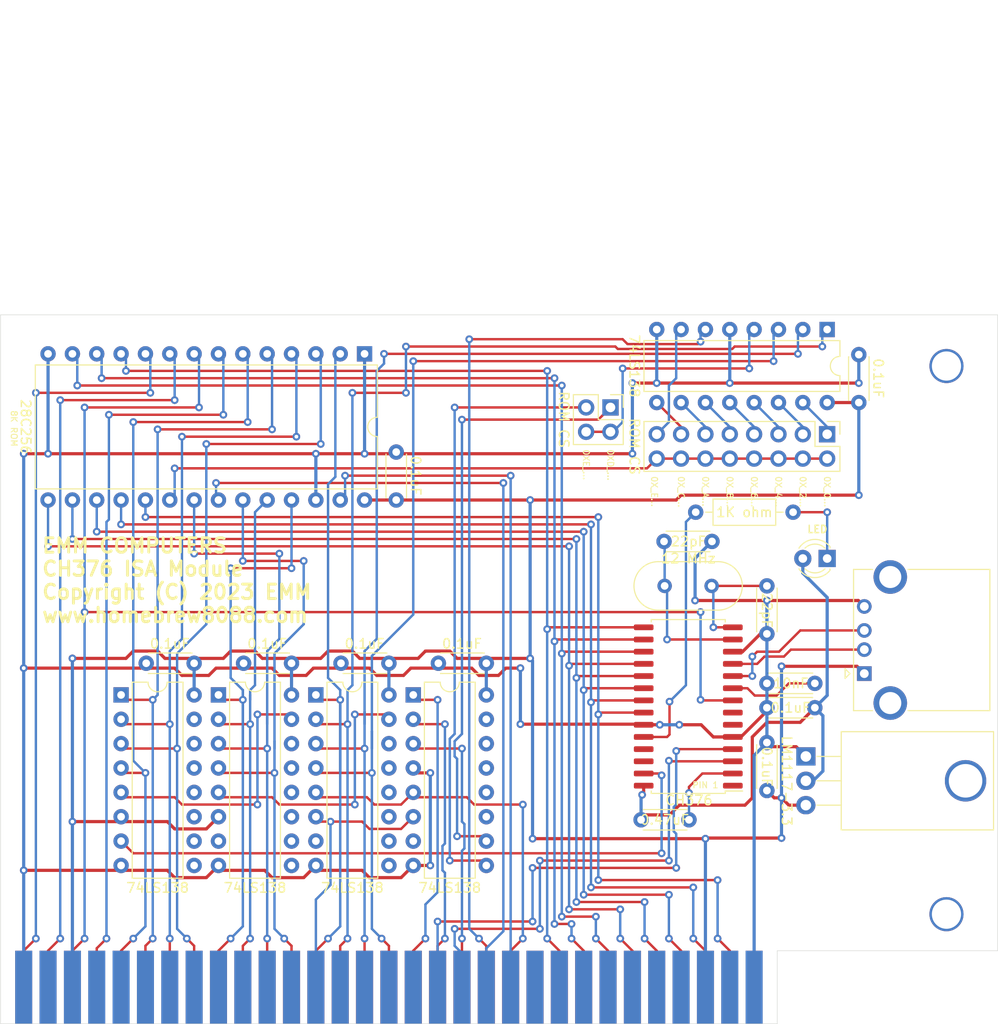
<source format=kicad_pcb>
(kicad_pcb (version 20171130) (host pcbnew "(5.1.8)-1")

  (general
    (thickness 1.6)
    (drawings 19)
    (tracks 831)
    (zones 0)
    (modules 29)
    (nets 117)
  )

  (page A4)
  (layers
    (0 F.Cu signal)
    (31 B.Cu signal)
    (32 B.Adhes user)
    (33 F.Adhes user)
    (34 B.Paste user)
    (35 F.Paste user)
    (36 B.SilkS user)
    (37 F.SilkS user)
    (38 B.Mask user)
    (39 F.Mask user)
    (40 Dwgs.User user)
    (41 Cmts.User user)
    (42 Eco1.User user)
    (43 Eco2.User user)
    (44 Edge.Cuts user)
    (45 Margin user)
    (46 B.CrtYd user)
    (47 F.CrtYd user)
    (48 B.Fab user)
    (49 F.Fab user)
  )

  (setup
    (last_trace_width 0.25)
    (trace_clearance 0.2)
    (zone_clearance 0.508)
    (zone_45_only no)
    (trace_min 0.2)
    (via_size 0.8)
    (via_drill 0.4)
    (via_min_size 0.4)
    (via_min_drill 0.3)
    (uvia_size 0.3)
    (uvia_drill 0.1)
    (uvias_allowed no)
    (uvia_min_size 0.2)
    (uvia_min_drill 0.1)
    (edge_width 0.05)
    (segment_width 0.2)
    (pcb_text_width 0.3)
    (pcb_text_size 1.5 1.5)
    (mod_edge_width 0.12)
    (mod_text_size 1 1)
    (mod_text_width 0.15)
    (pad_size 4.318 4.318)
    (pad_drill 3.500001)
    (pad_to_mask_clearance 0)
    (aux_axis_origin 0 0)
    (visible_elements 7FFFFFFF)
    (pcbplotparams
      (layerselection 0x010fc_ffffffff)
      (usegerberextensions false)
      (usegerberattributes false)
      (usegerberadvancedattributes true)
      (creategerberjobfile true)
      (excludeedgelayer true)
      (linewidth 0.100000)
      (plotframeref false)
      (viasonmask false)
      (mode 1)
      (useauxorigin false)
      (hpglpennumber 1)
      (hpglpenspeed 20)
      (hpglpendiameter 15.000000)
      (psnegative false)
      (psa4output false)
      (plotreference true)
      (plotvalue true)
      (plotinvisibletext false)
      (padsonsilk false)
      (subtractmaskfromsilk false)
      (outputformat 1)
      (mirror false)
      (drillshape 0)
      (scaleselection 1)
      (outputdirectory "Gerber/"))
  )

  (net 0 "")
  (net 1 /3v3)
  (net 2 /LED_PIN)
  (net 3 /GND)
  (net 4 /D7)
  (net 5 /D6)
  (net 6 /D5)
  (net 7 /D4)
  (net 8 /D3)
  (net 9 /D2)
  (net 10 /D1)
  (net 11 /D0)
  (net 12 /D-)
  (net 13 /D+)
  (net 14 /A0)
  (net 15 /INT)
  (net 16 /5+)
  (net 17 /LED)
  (net 18 "Net-(U1-Pad26)")
  (net 19 "Net-(U1-Pad25)")
  (net 20 /XO)
  (net 21 /XI)
  (net 22 /PIN_9)
  (net 23 "Net-(U1-Pad7)")
  (net 24 "Net-(U1-Pad6)")
  (net 25 /RST)
  (net 26 /A1)
  (net 27 /A2)
  (net 28 /A3)
  (net 29 /A4)
  (net 30 /A5)
  (net 31 /A6)
  (net 32 /A7)
  (net 33 /A8)
  (net 34 /A9)
  (net 35 /A10)
  (net 36 /A11)
  (net 37 /A12)
  (net 38 /A13)
  (net 39 /A14)
  (net 40 /A15)
  (net 41 /A16)
  (net 42 /A17)
  (net 43 /A18)
  (net 44 /A19)
  (net 45 /MRD)
  (net 46 /MWR)
  (net 47 /IORD)
  (net 48 /IOWR)
  (net 49 "Net-(J1-Pad17)")
  (net 50 "Net-(J1-Pad16)")
  (net 51 "Net-(J1-Pad15)")
  (net 52 "Net-(J1-Pad10)")
  (net 53 "Net-(J1-Pad9)")
  (net 54 "Net-(J1-Pad4)")
  (net 55 /IO_0XXX)
  (net 56 "Net-(U13-Pad7)")
  (net 57 "Net-(U13-Pad14)")
  (net 58 "Net-(U13-Pad13)")
  (net 59 "Net-(U13-Pad12)")
  (net 60 "Net-(U13-Pad11)")
  (net 61 "Net-(U13-Pad10)")
  (net 62 "Net-(U13-Pad9)")
  (net 63 /IO_00XX)
  (net 64 "Net-(U14-Pad7)")
  (net 65 "Net-(U14-Pad14)")
  (net 66 /IO_02XX)
  (net 67 /IO_03XX)
  (net 68 /IO_04XX)
  (net 69 "Net-(U14-Pad10)")
  (net 70 "Net-(U14-Pad9)")
  (net 71 "Net-(U15-Pad15)")
  (net 72 "Net-(U15-Pad14)")
  (net 73 "Net-(U15-Pad13)")
  (net 74 "Net-(U15-Pad11)")
  (net 75 "Net-(U15-Pad10)")
  (net 76 "Net-(U15-Pad9)")
  (net 77 /CH376CS)
  (net 78 "Net-(U15-Pad12)")
  (net 79 "Net-(J1-Pad41)")
  (net 80 "Net-(J1-Pad32)")
  (net 81 "Net-(J1-Pad30)")
  (net 82 "Net-(J1-Pad28)")
  (net 83 "Net-(J1-Pad27)")
  (net 84 "Net-(J1-Pad26)")
  (net 85 "Net-(J1-Pad25)")
  (net 86 "Net-(J1-Pad24)")
  (net 87 "Net-(J1-Pad23)")
  (net 88 "Net-(J1-Pad22)")
  (net 89 "Net-(J1-Pad21)")
  (net 90 "Net-(J1-Pad20)")
  (net 91 /REFQ)
  (net 92 "Net-(J1-Pad18)")
  (net 93 "Net-(J1-Pad8)")
  (net 94 "Net-(J1-Pad7)")
  (net 95 "Net-(J1-Pad6)")
  (net 96 "Net-(J1-Pad5)")
  (net 97 "Net-(J1-Pad2)")
  (net 98 /ROM_CS)
  (net 99 /ROM_CS_0XEE)
  (net 100 /ROM_CS_0XEC)
  (net 101 /ROM_CS_0XEA)
  (net 102 /ROM_CS_0XE8)
  (net 103 /ROM_CS_0XE6)
  (net 104 /ROM_CS_0XE4)
  (net 105 /ROM_CS_0XE2)
  (net 106 /ROM_CS_0XE0)
  (net 107 "Net-(U4-Pad15)")
  (net 108 /ROM_CS_0XEX)
  (net 109 "Net-(U4-Pad14)")
  (net 110 "Net-(U4-Pad13)")
  (net 111 "Net-(U4-Pad12)")
  (net 112 "Net-(U4-Pad11)")
  (net 113 /AEN)
  (net 114 /ROM_CS_E_D)
  (net 115 /ROM_CS_0XDX)
  (net 116 "Net-(U4-Pad7)")

  (net_class Default "This is the default net class."
    (clearance 0.2)
    (trace_width 0.25)
    (via_dia 0.8)
    (via_drill 0.4)
    (uvia_dia 0.3)
    (uvia_drill 0.1)
    (add_net /3v3)
    (add_net /5+)
    (add_net /A0)
    (add_net /A1)
    (add_net /A10)
    (add_net /A11)
    (add_net /A12)
    (add_net /A13)
    (add_net /A14)
    (add_net /A15)
    (add_net /A16)
    (add_net /A17)
    (add_net /A18)
    (add_net /A19)
    (add_net /A2)
    (add_net /A3)
    (add_net /A4)
    (add_net /A5)
    (add_net /A6)
    (add_net /A7)
    (add_net /A8)
    (add_net /A9)
    (add_net /AEN)
    (add_net /CH376CS)
    (add_net /D+)
    (add_net /D-)
    (add_net /D0)
    (add_net /D1)
    (add_net /D2)
    (add_net /D3)
    (add_net /D4)
    (add_net /D5)
    (add_net /D6)
    (add_net /D7)
    (add_net /GND)
    (add_net /INT)
    (add_net /IORD)
    (add_net /IOWR)
    (add_net /IO_00XX)
    (add_net /IO_02XX)
    (add_net /IO_03XX)
    (add_net /IO_04XX)
    (add_net /IO_0XXX)
    (add_net /LED)
    (add_net /LED_PIN)
    (add_net /MRD)
    (add_net /MWR)
    (add_net /PIN_9)
    (add_net /REFQ)
    (add_net /ROM_CS)
    (add_net /ROM_CS_0XDX)
    (add_net /ROM_CS_0XE0)
    (add_net /ROM_CS_0XE2)
    (add_net /ROM_CS_0XE4)
    (add_net /ROM_CS_0XE6)
    (add_net /ROM_CS_0XE8)
    (add_net /ROM_CS_0XEA)
    (add_net /ROM_CS_0XEC)
    (add_net /ROM_CS_0XEE)
    (add_net /ROM_CS_0XEX)
    (add_net /ROM_CS_E_D)
    (add_net /RST)
    (add_net /XI)
    (add_net /XO)
    (add_net "Net-(J1-Pad10)")
    (add_net "Net-(J1-Pad15)")
    (add_net "Net-(J1-Pad16)")
    (add_net "Net-(J1-Pad17)")
    (add_net "Net-(J1-Pad18)")
    (add_net "Net-(J1-Pad2)")
    (add_net "Net-(J1-Pad20)")
    (add_net "Net-(J1-Pad21)")
    (add_net "Net-(J1-Pad22)")
    (add_net "Net-(J1-Pad23)")
    (add_net "Net-(J1-Pad24)")
    (add_net "Net-(J1-Pad25)")
    (add_net "Net-(J1-Pad26)")
    (add_net "Net-(J1-Pad27)")
    (add_net "Net-(J1-Pad28)")
    (add_net "Net-(J1-Pad30)")
    (add_net "Net-(J1-Pad32)")
    (add_net "Net-(J1-Pad4)")
    (add_net "Net-(J1-Pad41)")
    (add_net "Net-(J1-Pad5)")
    (add_net "Net-(J1-Pad6)")
    (add_net "Net-(J1-Pad7)")
    (add_net "Net-(J1-Pad8)")
    (add_net "Net-(J1-Pad9)")
    (add_net "Net-(U1-Pad25)")
    (add_net "Net-(U1-Pad26)")
    (add_net "Net-(U1-Pad6)")
    (add_net "Net-(U1-Pad7)")
    (add_net "Net-(U13-Pad10)")
    (add_net "Net-(U13-Pad11)")
    (add_net "Net-(U13-Pad12)")
    (add_net "Net-(U13-Pad13)")
    (add_net "Net-(U13-Pad14)")
    (add_net "Net-(U13-Pad7)")
    (add_net "Net-(U13-Pad9)")
    (add_net "Net-(U14-Pad10)")
    (add_net "Net-(U14-Pad14)")
    (add_net "Net-(U14-Pad7)")
    (add_net "Net-(U14-Pad9)")
    (add_net "Net-(U15-Pad10)")
    (add_net "Net-(U15-Pad11)")
    (add_net "Net-(U15-Pad12)")
    (add_net "Net-(U15-Pad13)")
    (add_net "Net-(U15-Pad14)")
    (add_net "Net-(U15-Pad15)")
    (add_net "Net-(U15-Pad9)")
    (add_net "Net-(U4-Pad11)")
    (add_net "Net-(U4-Pad12)")
    (add_net "Net-(U4-Pad13)")
    (add_net "Net-(U4-Pad14)")
    (add_net "Net-(U4-Pad15)")
    (add_net "Net-(U4-Pad7)")
  )

  (module Connector_PinHeader_2.54mm:PinHeader_2x02_P2.54mm_Vertical (layer F.Cu) (tedit 59FED5CC) (tstamp 6473398C)
    (at 162.814 89.408 270)
    (descr "Through hole straight pin header, 2x02, 2.54mm pitch, double rows")
    (tags "Through hole pin header THT 2x02 2.54mm double row")
    (path /64733574)
    (fp_text reference J3 (at 1.27 -2.33 90) (layer F.SilkS) hide
      (effects (font (size 1 1) (thickness 0.15)))
    )
    (fp_text value "ROM CS" (at 1.27 4.87 270 unlocked) (layer F.SilkS)
      (effects (font (size 1 1) (thickness 0.15)))
    )
    (fp_text user %R (at 1.27 1.27) (layer F.Fab)
      (effects (font (size 1 1) (thickness 0.15)))
    )
    (fp_line (start 0 -1.27) (end 3.81 -1.27) (layer F.Fab) (width 0.1))
    (fp_line (start 3.81 -1.27) (end 3.81 3.81) (layer F.Fab) (width 0.1))
    (fp_line (start 3.81 3.81) (end -1.27 3.81) (layer F.Fab) (width 0.1))
    (fp_line (start -1.27 3.81) (end -1.27 0) (layer F.Fab) (width 0.1))
    (fp_line (start -1.27 0) (end 0 -1.27) (layer F.Fab) (width 0.1))
    (fp_line (start -1.33 3.87) (end 3.87 3.87) (layer F.SilkS) (width 0.12))
    (fp_line (start -1.33 1.27) (end -1.33 3.87) (layer F.SilkS) (width 0.12))
    (fp_line (start 3.87 -1.33) (end 3.87 3.87) (layer F.SilkS) (width 0.12))
    (fp_line (start -1.33 1.27) (end 1.27 1.27) (layer F.SilkS) (width 0.12))
    (fp_line (start 1.27 1.27) (end 1.27 -1.33) (layer F.SilkS) (width 0.12))
    (fp_line (start 1.27 -1.33) (end 3.87 -1.33) (layer F.SilkS) (width 0.12))
    (fp_line (start -1.33 0) (end -1.33 -1.33) (layer F.SilkS) (width 0.12))
    (fp_line (start -1.33 -1.33) (end 0 -1.33) (layer F.SilkS) (width 0.12))
    (fp_line (start -1.8 -1.8) (end -1.8 4.35) (layer F.CrtYd) (width 0.05))
    (fp_line (start -1.8 4.35) (end 4.35 4.35) (layer F.CrtYd) (width 0.05))
    (fp_line (start 4.35 4.35) (end 4.35 -1.8) (layer F.CrtYd) (width 0.05))
    (fp_line (start 4.35 -1.8) (end -1.8 -1.8) (layer F.CrtYd) (width 0.05))
    (pad 4 thru_hole oval (at 2.54 2.54 270) (size 1.7 1.7) (drill 1) (layers *.Cu *.Mask)
      (net 114 /ROM_CS_E_D))
    (pad 3 thru_hole oval (at 0 2.54 270) (size 1.7 1.7) (drill 1) (layers *.Cu *.Mask)
      (net 108 /ROM_CS_0XEX))
    (pad 2 thru_hole oval (at 2.54 0 270) (size 1.7 1.7) (drill 1) (layers *.Cu *.Mask)
      (net 114 /ROM_CS_E_D))
    (pad 1 thru_hole rect (at 0 0 270) (size 1.7 1.7) (drill 1) (layers *.Cu *.Mask)
      (net 115 /ROM_CS_0XDX))
    (model ${KISYS3DMOD}/Connector_PinHeader_2.54mm.3dshapes/PinHeader_2x02_P2.54mm_Vertical.wrl
      (at (xyz 0 0 0))
      (scale (xyz 1 1 1))
      (rotate (xyz 0 0 0))
    )
  )

  (module Package_DIP:DIP-16_W7.62mm (layer F.Cu) (tedit 5A02E8C5) (tstamp 64589501)
    (at 111.76 119.38)
    (descr "16-lead though-hole mounted DIP package, row spacing 7.62 mm (300 mils)")
    (tags "THT DIP DIL PDIP 2.54mm 7.62mm 300mil")
    (path /64020317)
    (fp_text reference U15 (at 3.81 -2.33) (layer F.SilkS) hide
      (effects (font (size 1 1) (thickness 0.15)))
    )
    (fp_text value 74LS138 (at 3.81 20.11) (layer F.SilkS)
      (effects (font (size 1 1) (thickness 0.15)))
    )
    (fp_line (start 1.635 -1.27) (end 6.985 -1.27) (layer F.Fab) (width 0.1))
    (fp_line (start 6.985 -1.27) (end 6.985 19.05) (layer F.Fab) (width 0.1))
    (fp_line (start 6.985 19.05) (end 0.635 19.05) (layer F.Fab) (width 0.1))
    (fp_line (start 0.635 19.05) (end 0.635 -0.27) (layer F.Fab) (width 0.1))
    (fp_line (start 0.635 -0.27) (end 1.635 -1.27) (layer F.Fab) (width 0.1))
    (fp_line (start 2.81 -1.33) (end 1.16 -1.33) (layer F.SilkS) (width 0.12))
    (fp_line (start 1.16 -1.33) (end 1.16 19.11) (layer F.SilkS) (width 0.12))
    (fp_line (start 1.16 19.11) (end 6.46 19.11) (layer F.SilkS) (width 0.12))
    (fp_line (start 6.46 19.11) (end 6.46 -1.33) (layer F.SilkS) (width 0.12))
    (fp_line (start 6.46 -1.33) (end 4.81 -1.33) (layer F.SilkS) (width 0.12))
    (fp_line (start -1.1 -1.55) (end -1.1 19.3) (layer F.CrtYd) (width 0.05))
    (fp_line (start -1.1 19.3) (end 8.7 19.3) (layer F.CrtYd) (width 0.05))
    (fp_line (start 8.7 19.3) (end 8.7 -1.55) (layer F.CrtYd) (width 0.05))
    (fp_line (start 8.7 -1.55) (end -1.1 -1.55) (layer F.CrtYd) (width 0.05))
    (fp_text user %R (at 3.81 8.89) (layer F.Fab)
      (effects (font (size 1 1) (thickness 0.15)))
    )
    (fp_arc (start 3.81 -1.33) (end 2.81 -1.33) (angle -180) (layer F.SilkS) (width 0.12))
    (pad 16 thru_hole oval (at 7.62 0) (size 1.6 1.6) (drill 0.8) (layers *.Cu *.Mask)
      (net 16 /5+))
    (pad 8 thru_hole oval (at 0 17.78) (size 1.6 1.6) (drill 0.8) (layers *.Cu *.Mask)
      (net 3 /GND))
    (pad 15 thru_hole oval (at 7.62 2.54) (size 1.6 1.6) (drill 0.8) (layers *.Cu *.Mask)
      (net 71 "Net-(U15-Pad15)"))
    (pad 7 thru_hole oval (at 0 15.24) (size 1.6 1.6) (drill 0.8) (layers *.Cu *.Mask)
      (net 77 /CH376CS))
    (pad 14 thru_hole oval (at 7.62 5.08) (size 1.6 1.6) (drill 0.8) (layers *.Cu *.Mask)
      (net 72 "Net-(U15-Pad14)"))
    (pad 6 thru_hole oval (at 0 12.7) (size 1.6 1.6) (drill 0.8) (layers *.Cu *.Mask)
      (net 16 /5+))
    (pad 13 thru_hole oval (at 7.62 7.62) (size 1.6 1.6) (drill 0.8) (layers *.Cu *.Mask)
      (net 73 "Net-(U15-Pad13)"))
    (pad 5 thru_hole oval (at 0 10.16) (size 1.6 1.6) (drill 0.8) (layers *.Cu *.Mask)
      (net 63 /IO_00XX))
    (pad 12 thru_hole oval (at 7.62 10.16) (size 1.6 1.6) (drill 0.8) (layers *.Cu *.Mask)
      (net 78 "Net-(U15-Pad12)"))
    (pad 4 thru_hole oval (at 0 7.62) (size 1.6 1.6) (drill 0.8) (layers *.Cu *.Mask)
      (net 29 /A4))
    (pad 11 thru_hole oval (at 7.62 12.7) (size 1.6 1.6) (drill 0.8) (layers *.Cu *.Mask)
      (net 74 "Net-(U15-Pad11)"))
    (pad 3 thru_hole oval (at 0 5.08) (size 1.6 1.6) (drill 0.8) (layers *.Cu *.Mask)
      (net 32 /A7))
    (pad 10 thru_hole oval (at 7.62 15.24) (size 1.6 1.6) (drill 0.8) (layers *.Cu *.Mask)
      (net 75 "Net-(U15-Pad10)"))
    (pad 2 thru_hole oval (at 0 2.54) (size 1.6 1.6) (drill 0.8) (layers *.Cu *.Mask)
      (net 31 /A6))
    (pad 9 thru_hole oval (at 7.62 17.78) (size 1.6 1.6) (drill 0.8) (layers *.Cu *.Mask)
      (net 76 "Net-(U15-Pad9)"))
    (pad 1 thru_hole rect (at 0 0) (size 1.6 1.6) (drill 0.8) (layers *.Cu *.Mask)
      (net 30 /A5))
    (model ${KISYS3DMOD}/Package_DIP.3dshapes/DIP-16_W7.62mm.wrl
      (at (xyz 0 0 0))
      (scale (xyz 1 1 1))
      (rotate (xyz 0 0 0))
    )
  )

  (module Package_DIP:DIP-16_W7.62mm (layer F.Cu) (tedit 5A02E8C5) (tstamp 645894DD)
    (at 121.92 119.38)
    (descr "16-lead though-hole mounted DIP package, row spacing 7.62 mm (300 mils)")
    (tags "THT DIP DIL PDIP 2.54mm 7.62mm 300mil")
    (path /64005EEA)
    (fp_text reference U14 (at 3.81 -2.33) (layer F.SilkS) hide
      (effects (font (size 1 1) (thickness 0.15)))
    )
    (fp_text value 74LS138 (at 3.81 20.11) (layer F.SilkS)
      (effects (font (size 1 1) (thickness 0.15)))
    )
    (fp_line (start 1.635 -1.27) (end 6.985 -1.27) (layer F.Fab) (width 0.1))
    (fp_line (start 6.985 -1.27) (end 6.985 19.05) (layer F.Fab) (width 0.1))
    (fp_line (start 6.985 19.05) (end 0.635 19.05) (layer F.Fab) (width 0.1))
    (fp_line (start 0.635 19.05) (end 0.635 -0.27) (layer F.Fab) (width 0.1))
    (fp_line (start 0.635 -0.27) (end 1.635 -1.27) (layer F.Fab) (width 0.1))
    (fp_line (start 2.81 -1.33) (end 1.16 -1.33) (layer F.SilkS) (width 0.12))
    (fp_line (start 1.16 -1.33) (end 1.16 19.11) (layer F.SilkS) (width 0.12))
    (fp_line (start 1.16 19.11) (end 6.46 19.11) (layer F.SilkS) (width 0.12))
    (fp_line (start 6.46 19.11) (end 6.46 -1.33) (layer F.SilkS) (width 0.12))
    (fp_line (start 6.46 -1.33) (end 4.81 -1.33) (layer F.SilkS) (width 0.12))
    (fp_line (start -1.1 -1.55) (end -1.1 19.3) (layer F.CrtYd) (width 0.05))
    (fp_line (start -1.1 19.3) (end 8.7 19.3) (layer F.CrtYd) (width 0.05))
    (fp_line (start 8.7 19.3) (end 8.7 -1.55) (layer F.CrtYd) (width 0.05))
    (fp_line (start 8.7 -1.55) (end -1.1 -1.55) (layer F.CrtYd) (width 0.05))
    (fp_text user %R (at 3.81 8.89) (layer F.Fab)
      (effects (font (size 1 1) (thickness 0.15)))
    )
    (fp_arc (start 3.81 -1.33) (end 2.81 -1.33) (angle -180) (layer F.SilkS) (width 0.12))
    (pad 16 thru_hole oval (at 7.62 0) (size 1.6 1.6) (drill 0.8) (layers *.Cu *.Mask)
      (net 16 /5+))
    (pad 8 thru_hole oval (at 0 17.78) (size 1.6 1.6) (drill 0.8) (layers *.Cu *.Mask)
      (net 3 /GND))
    (pad 15 thru_hole oval (at 7.62 2.54) (size 1.6 1.6) (drill 0.8) (layers *.Cu *.Mask)
      (net 63 /IO_00XX))
    (pad 7 thru_hole oval (at 0 15.24) (size 1.6 1.6) (drill 0.8) (layers *.Cu *.Mask)
      (net 64 "Net-(U14-Pad7)"))
    (pad 14 thru_hole oval (at 7.62 5.08) (size 1.6 1.6) (drill 0.8) (layers *.Cu *.Mask)
      (net 65 "Net-(U14-Pad14)"))
    (pad 6 thru_hole oval (at 0 12.7) (size 1.6 1.6) (drill 0.8) (layers *.Cu *.Mask)
      (net 16 /5+))
    (pad 13 thru_hole oval (at 7.62 7.62) (size 1.6 1.6) (drill 0.8) (layers *.Cu *.Mask)
      (net 66 /IO_02XX))
    (pad 5 thru_hole oval (at 0 10.16) (size 1.6 1.6) (drill 0.8) (layers *.Cu *.Mask)
      (net 55 /IO_0XXX))
    (pad 12 thru_hole oval (at 7.62 10.16) (size 1.6 1.6) (drill 0.8) (layers *.Cu *.Mask)
      (net 67 /IO_03XX))
    (pad 4 thru_hole oval (at 0 7.62) (size 1.6 1.6) (drill 0.8) (layers *.Cu *.Mask)
      (net 36 /A11))
    (pad 11 thru_hole oval (at 7.62 12.7) (size 1.6 1.6) (drill 0.8) (layers *.Cu *.Mask)
      (net 68 /IO_04XX))
    (pad 3 thru_hole oval (at 0 5.08) (size 1.6 1.6) (drill 0.8) (layers *.Cu *.Mask)
      (net 35 /A10))
    (pad 10 thru_hole oval (at 7.62 15.24) (size 1.6 1.6) (drill 0.8) (layers *.Cu *.Mask)
      (net 69 "Net-(U14-Pad10)"))
    (pad 2 thru_hole oval (at 0 2.54) (size 1.6 1.6) (drill 0.8) (layers *.Cu *.Mask)
      (net 34 /A9))
    (pad 9 thru_hole oval (at 7.62 17.78) (size 1.6 1.6) (drill 0.8) (layers *.Cu *.Mask)
      (net 70 "Net-(U14-Pad9)"))
    (pad 1 thru_hole rect (at 0 0) (size 1.6 1.6) (drill 0.8) (layers *.Cu *.Mask)
      (net 33 /A8))
    (model ${KISYS3DMOD}/Package_DIP.3dshapes/DIP-16_W7.62mm.wrl
      (at (xyz 0 0 0))
      (scale (xyz 1 1 1))
      (rotate (xyz 0 0 0))
    )
  )

  (module Package_DIP:DIP-16_W7.62mm (layer F.Cu) (tedit 5A02E8C5) (tstamp 645894B9)
    (at 132.08 119.38)
    (descr "16-lead though-hole mounted DIP package, row spacing 7.62 mm (300 mils)")
    (tags "THT DIP DIL PDIP 2.54mm 7.62mm 300mil")
    (path /63FE43B4)
    (fp_text reference U13 (at 3.81 -2.33) (layer F.SilkS) hide
      (effects (font (size 1 1) (thickness 0.15)))
    )
    (fp_text value 74LS138 (at 3.81 20.11) (layer F.SilkS)
      (effects (font (size 1 1) (thickness 0.15)))
    )
    (fp_line (start 1.635 -1.27) (end 6.985 -1.27) (layer F.Fab) (width 0.1))
    (fp_line (start 6.985 -1.27) (end 6.985 19.05) (layer F.Fab) (width 0.1))
    (fp_line (start 6.985 19.05) (end 0.635 19.05) (layer F.Fab) (width 0.1))
    (fp_line (start 0.635 19.05) (end 0.635 -0.27) (layer F.Fab) (width 0.1))
    (fp_line (start 0.635 -0.27) (end 1.635 -1.27) (layer F.Fab) (width 0.1))
    (fp_line (start 2.81 -1.33) (end 1.16 -1.33) (layer F.SilkS) (width 0.12))
    (fp_line (start 1.16 -1.33) (end 1.16 19.11) (layer F.SilkS) (width 0.12))
    (fp_line (start 1.16 19.11) (end 6.46 19.11) (layer F.SilkS) (width 0.12))
    (fp_line (start 6.46 19.11) (end 6.46 -1.33) (layer F.SilkS) (width 0.12))
    (fp_line (start 6.46 -1.33) (end 4.81 -1.33) (layer F.SilkS) (width 0.12))
    (fp_line (start -1.1 -1.55) (end -1.1 19.3) (layer F.CrtYd) (width 0.05))
    (fp_line (start -1.1 19.3) (end 8.7 19.3) (layer F.CrtYd) (width 0.05))
    (fp_line (start 8.7 19.3) (end 8.7 -1.55) (layer F.CrtYd) (width 0.05))
    (fp_line (start 8.7 -1.55) (end -1.1 -1.55) (layer F.CrtYd) (width 0.05))
    (fp_text user %R (at 3.81 8.89) (layer F.Fab)
      (effects (font (size 1 1) (thickness 0.15)))
    )
    (fp_arc (start 3.81 -1.33) (end 2.81 -1.33) (angle -180) (layer F.SilkS) (width 0.12))
    (pad 16 thru_hole oval (at 7.62 0) (size 1.6 1.6) (drill 0.8) (layers *.Cu *.Mask)
      (net 16 /5+))
    (pad 8 thru_hole oval (at 0 17.78) (size 1.6 1.6) (drill 0.8) (layers *.Cu *.Mask)
      (net 3 /GND))
    (pad 15 thru_hole oval (at 7.62 2.54) (size 1.6 1.6) (drill 0.8) (layers *.Cu *.Mask)
      (net 55 /IO_0XXX))
    (pad 7 thru_hole oval (at 0 15.24) (size 1.6 1.6) (drill 0.8) (layers *.Cu *.Mask)
      (net 56 "Net-(U13-Pad7)"))
    (pad 14 thru_hole oval (at 7.62 5.08) (size 1.6 1.6) (drill 0.8) (layers *.Cu *.Mask)
      (net 57 "Net-(U13-Pad14)"))
    (pad 6 thru_hole oval (at 0 12.7) (size 1.6 1.6) (drill 0.8) (layers *.Cu *.Mask)
      (net 91 /REFQ))
    (pad 13 thru_hole oval (at 7.62 7.62) (size 1.6 1.6) (drill 0.8) (layers *.Cu *.Mask)
      (net 58 "Net-(U13-Pad13)"))
    (pad 5 thru_hole oval (at 0 10.16) (size 1.6 1.6) (drill 0.8) (layers *.Cu *.Mask)
      (net 113 /AEN))
    (pad 12 thru_hole oval (at 7.62 10.16) (size 1.6 1.6) (drill 0.8) (layers *.Cu *.Mask)
      (net 59 "Net-(U13-Pad12)"))
    (pad 4 thru_hole oval (at 0 7.62) (size 1.6 1.6) (drill 0.8) (layers *.Cu *.Mask)
      (net 40 /A15))
    (pad 11 thru_hole oval (at 7.62 12.7) (size 1.6 1.6) (drill 0.8) (layers *.Cu *.Mask)
      (net 60 "Net-(U13-Pad11)"))
    (pad 3 thru_hole oval (at 0 5.08) (size 1.6 1.6) (drill 0.8) (layers *.Cu *.Mask)
      (net 39 /A14))
    (pad 10 thru_hole oval (at 7.62 15.24) (size 1.6 1.6) (drill 0.8) (layers *.Cu *.Mask)
      (net 61 "Net-(U13-Pad10)"))
    (pad 2 thru_hole oval (at 0 2.54) (size 1.6 1.6) (drill 0.8) (layers *.Cu *.Mask)
      (net 38 /A13))
    (pad 9 thru_hole oval (at 7.62 17.78) (size 1.6 1.6) (drill 0.8) (layers *.Cu *.Mask)
      (net 62 "Net-(U13-Pad9)"))
    (pad 1 thru_hole rect (at 0 0) (size 1.6 1.6) (drill 0.8) (layers *.Cu *.Mask)
      (net 37 /A12))
    (model ${KISYS3DMOD}/Package_DIP.3dshapes/DIP-16_W7.62mm.wrl
      (at (xyz 0 0 0))
      (scale (xyz 1 1 1))
      (rotate (xyz 0 0 0))
    )
  )

  (module Package_DIP:DIP-16_W7.62mm (layer F.Cu) (tedit 5A02E8C5) (tstamp 64589495)
    (at 185.42 81.28 270)
    (descr "16-lead though-hole mounted DIP package, row spacing 7.62 mm (300 mils)")
    (tags "THT DIP DIL PDIP 2.54mm 7.62mm 300mil")
    (path /6433B01B)
    (fp_text reference U5 (at 3.81 -2.33 90) (layer F.SilkS) hide
      (effects (font (size 1 1) (thickness 0.15)))
    )
    (fp_text value 74LS138 (at 3.81 20.11 270 unlocked) (layer F.SilkS)
      (effects (font (size 1 1) (thickness 0.15)))
    )
    (fp_line (start 1.635 -1.27) (end 6.985 -1.27) (layer F.Fab) (width 0.1))
    (fp_line (start 6.985 -1.27) (end 6.985 19.05) (layer F.Fab) (width 0.1))
    (fp_line (start 6.985 19.05) (end 0.635 19.05) (layer F.Fab) (width 0.1))
    (fp_line (start 0.635 19.05) (end 0.635 -0.27) (layer F.Fab) (width 0.1))
    (fp_line (start 0.635 -0.27) (end 1.635 -1.27) (layer F.Fab) (width 0.1))
    (fp_line (start 2.81 -1.33) (end 1.16 -1.33) (layer F.SilkS) (width 0.12))
    (fp_line (start 1.16 -1.33) (end 1.16 19.11) (layer F.SilkS) (width 0.12))
    (fp_line (start 1.16 19.11) (end 6.46 19.11) (layer F.SilkS) (width 0.12))
    (fp_line (start 6.46 19.11) (end 6.46 -1.33) (layer F.SilkS) (width 0.12))
    (fp_line (start 6.46 -1.33) (end 4.81 -1.33) (layer F.SilkS) (width 0.12))
    (fp_line (start -1.1 -1.55) (end -1.1 19.3) (layer F.CrtYd) (width 0.05))
    (fp_line (start -1.1 19.3) (end 8.7 19.3) (layer F.CrtYd) (width 0.05))
    (fp_line (start 8.7 19.3) (end 8.7 -1.55) (layer F.CrtYd) (width 0.05))
    (fp_line (start 8.7 -1.55) (end -1.1 -1.55) (layer F.CrtYd) (width 0.05))
    (fp_text user %R (at 3.81 8.89 90) (layer F.Fab)
      (effects (font (size 1 1) (thickness 0.15)))
    )
    (fp_arc (start 3.81 -1.33) (end 2.81 -1.33) (angle -180) (layer F.SilkS) (width 0.12))
    (pad 16 thru_hole oval (at 7.62 0 270) (size 1.6 1.6) (drill 0.8) (layers *.Cu *.Mask)
      (net 16 /5+))
    (pad 8 thru_hole oval (at 0 17.78 270) (size 1.6 1.6) (drill 0.8) (layers *.Cu *.Mask)
      (net 3 /GND))
    (pad 15 thru_hole oval (at 7.62 2.54 270) (size 1.6 1.6) (drill 0.8) (layers *.Cu *.Mask)
      (net 106 /ROM_CS_0XE0))
    (pad 7 thru_hole oval (at 0 15.24 270) (size 1.6 1.6) (drill 0.8) (layers *.Cu *.Mask)
      (net 99 /ROM_CS_0XEE))
    (pad 14 thru_hole oval (at 7.62 5.08 270) (size 1.6 1.6) (drill 0.8) (layers *.Cu *.Mask)
      (net 105 /ROM_CS_0XE2))
    (pad 6 thru_hole oval (at 0 12.7 270) (size 1.6 1.6) (drill 0.8) (layers *.Cu *.Mask)
      (net 44 /A19))
    (pad 13 thru_hole oval (at 7.62 7.62 270) (size 1.6 1.6) (drill 0.8) (layers *.Cu *.Mask)
      (net 104 /ROM_CS_0XE4))
    (pad 5 thru_hole oval (at 0 10.16 270) (size 1.6 1.6) (drill 0.8) (layers *.Cu *.Mask)
      (net 3 /GND))
    (pad 12 thru_hole oval (at 7.62 10.16 270) (size 1.6 1.6) (drill 0.8) (layers *.Cu *.Mask)
      (net 103 /ROM_CS_0XE6))
    (pad 4 thru_hole oval (at 0 7.62 270) (size 1.6 1.6) (drill 0.8) (layers *.Cu *.Mask)
      (net 114 /ROM_CS_E_D))
    (pad 11 thru_hole oval (at 7.62 12.7 270) (size 1.6 1.6) (drill 0.8) (layers *.Cu *.Mask)
      (net 102 /ROM_CS_0XE8))
    (pad 3 thru_hole oval (at 0 5.08 270) (size 1.6 1.6) (drill 0.8) (layers *.Cu *.Mask)
      (net 40 /A15))
    (pad 10 thru_hole oval (at 7.62 15.24 270) (size 1.6 1.6) (drill 0.8) (layers *.Cu *.Mask)
      (net 101 /ROM_CS_0XEA))
    (pad 2 thru_hole oval (at 0 2.54 270) (size 1.6 1.6) (drill 0.8) (layers *.Cu *.Mask)
      (net 39 /A14))
    (pad 9 thru_hole oval (at 7.62 17.78 270) (size 1.6 1.6) (drill 0.8) (layers *.Cu *.Mask)
      (net 100 /ROM_CS_0XEC))
    (pad 1 thru_hole rect (at 0 0 270) (size 1.6 1.6) (drill 0.8) (layers *.Cu *.Mask)
      (net 38 /A13))
    (model ${KISYS3DMOD}/Package_DIP.3dshapes/DIP-16_W7.62mm.wrl
      (at (xyz 0 0 0))
      (scale (xyz 1 1 1))
      (rotate (xyz 0 0 0))
    )
  )

  (module Package_DIP:DIP-16_W7.62mm (layer F.Cu) (tedit 5A02E8C5) (tstamp 64589471)
    (at 142.24 119.38)
    (descr "16-lead though-hole mounted DIP package, row spacing 7.62 mm (300 mils)")
    (tags "THT DIP DIL PDIP 2.54mm 7.62mm 300mil")
    (path /64339A05)
    (fp_text reference U4 (at 3.81 -2.33) (layer F.SilkS) hide
      (effects (font (size 1 1) (thickness 0.15)))
    )
    (fp_text value 74LS138 (at 3.81 20.11) (layer F.SilkS)
      (effects (font (size 1 1) (thickness 0.15)))
    )
    (fp_line (start 1.635 -1.27) (end 6.985 -1.27) (layer F.Fab) (width 0.1))
    (fp_line (start 6.985 -1.27) (end 6.985 19.05) (layer F.Fab) (width 0.1))
    (fp_line (start 6.985 19.05) (end 0.635 19.05) (layer F.Fab) (width 0.1))
    (fp_line (start 0.635 19.05) (end 0.635 -0.27) (layer F.Fab) (width 0.1))
    (fp_line (start 0.635 -0.27) (end 1.635 -1.27) (layer F.Fab) (width 0.1))
    (fp_line (start 2.81 -1.33) (end 1.16 -1.33) (layer F.SilkS) (width 0.12))
    (fp_line (start 1.16 -1.33) (end 1.16 19.11) (layer F.SilkS) (width 0.12))
    (fp_line (start 1.16 19.11) (end 6.46 19.11) (layer F.SilkS) (width 0.12))
    (fp_line (start 6.46 19.11) (end 6.46 -1.33) (layer F.SilkS) (width 0.12))
    (fp_line (start 6.46 -1.33) (end 4.81 -1.33) (layer F.SilkS) (width 0.12))
    (fp_line (start -1.1 -1.55) (end -1.1 19.3) (layer F.CrtYd) (width 0.05))
    (fp_line (start -1.1 19.3) (end 8.7 19.3) (layer F.CrtYd) (width 0.05))
    (fp_line (start 8.7 19.3) (end 8.7 -1.55) (layer F.CrtYd) (width 0.05))
    (fp_line (start 8.7 -1.55) (end -1.1 -1.55) (layer F.CrtYd) (width 0.05))
    (fp_text user %R (at 3.81 8.89) (layer F.Fab)
      (effects (font (size 1 1) (thickness 0.15)))
    )
    (fp_arc (start 3.81 -1.33) (end 2.81 -1.33) (angle -180) (layer F.SilkS) (width 0.12))
    (pad 16 thru_hole oval (at 7.62 0) (size 1.6 1.6) (drill 0.8) (layers *.Cu *.Mask)
      (net 16 /5+))
    (pad 8 thru_hole oval (at 0 17.78) (size 1.6 1.6) (drill 0.8) (layers *.Cu *.Mask)
      (net 3 /GND))
    (pad 15 thru_hole oval (at 7.62 2.54) (size 1.6 1.6) (drill 0.8) (layers *.Cu *.Mask)
      (net 107 "Net-(U4-Pad15)"))
    (pad 7 thru_hole oval (at 0 15.24) (size 1.6 1.6) (drill 0.8) (layers *.Cu *.Mask)
      (net 116 "Net-(U4-Pad7)"))
    (pad 14 thru_hole oval (at 7.62 5.08) (size 1.6 1.6) (drill 0.8) (layers *.Cu *.Mask)
      (net 109 "Net-(U4-Pad14)"))
    (pad 6 thru_hole oval (at 0 12.7) (size 1.6 1.6) (drill 0.8) (layers *.Cu *.Mask)
      (net 91 /REFQ))
    (pad 13 thru_hole oval (at 7.62 7.62) (size 1.6 1.6) (drill 0.8) (layers *.Cu *.Mask)
      (net 110 "Net-(U4-Pad13)"))
    (pad 5 thru_hole oval (at 0 10.16) (size 1.6 1.6) (drill 0.8) (layers *.Cu *.Mask)
      (net 113 /AEN))
    (pad 12 thru_hole oval (at 7.62 10.16) (size 1.6 1.6) (drill 0.8) (layers *.Cu *.Mask)
      (net 111 "Net-(U4-Pad12)"))
    (pad 4 thru_hole oval (at 0 7.62) (size 1.6 1.6) (drill 0.8) (layers *.Cu *.Mask)
      (net 3 /GND))
    (pad 11 thru_hole oval (at 7.62 12.7) (size 1.6 1.6) (drill 0.8) (layers *.Cu *.Mask)
      (net 112 "Net-(U4-Pad11)"))
    (pad 3 thru_hole oval (at 0 5.08) (size 1.6 1.6) (drill 0.8) (layers *.Cu *.Mask)
      (net 43 /A18))
    (pad 10 thru_hole oval (at 7.62 15.24) (size 1.6 1.6) (drill 0.8) (layers *.Cu *.Mask)
      (net 115 /ROM_CS_0XDX))
    (pad 2 thru_hole oval (at 0 2.54) (size 1.6 1.6) (drill 0.8) (layers *.Cu *.Mask)
      (net 42 /A17))
    (pad 9 thru_hole oval (at 7.62 17.78) (size 1.6 1.6) (drill 0.8) (layers *.Cu *.Mask)
      (net 108 /ROM_CS_0XEX))
    (pad 1 thru_hole rect (at 0 0) (size 1.6 1.6) (drill 0.8) (layers *.Cu *.Mask)
      (net 41 /A16))
    (model ${KISYS3DMOD}/Package_DIP.3dshapes/DIP-16_W7.62mm.wrl
      (at (xyz 0 0 0))
      (scale (xyz 1 1 1))
      (rotate (xyz 0 0 0))
    )
  )

  (module Package_DIP:DIP-28_W15.24mm (layer F.Cu) (tedit 5A02E8C5) (tstamp 6458944D)
    (at 137.16 83.82 270)
    (descr "28-lead though-hole mounted DIP package, row spacing 15.24 mm (600 mils)")
    (tags "THT DIP DIL PDIP 2.54mm 15.24mm 600mil")
    (path /64589300)
    (fp_text reference U3 (at 7.62 -2.33 90) (layer F.SilkS) hide
      (effects (font (size 1 1) (thickness 0.15)))
    )
    (fp_text value 28C256 (at 7.62 35.35 270 unlocked) (layer F.SilkS)
      (effects (font (size 1 1) (thickness 0.15)))
    )
    (fp_line (start 1.255 -1.27) (end 14.985 -1.27) (layer F.Fab) (width 0.1))
    (fp_line (start 14.985 -1.27) (end 14.985 34.29) (layer F.Fab) (width 0.1))
    (fp_line (start 14.985 34.29) (end 0.255 34.29) (layer F.Fab) (width 0.1))
    (fp_line (start 0.255 34.29) (end 0.255 -0.27) (layer F.Fab) (width 0.1))
    (fp_line (start 0.255 -0.27) (end 1.255 -1.27) (layer F.Fab) (width 0.1))
    (fp_line (start 6.62 -1.33) (end 1.16 -1.33) (layer F.SilkS) (width 0.12))
    (fp_line (start 1.16 -1.33) (end 1.16 34.35) (layer F.SilkS) (width 0.12))
    (fp_line (start 1.16 34.35) (end 14.08 34.35) (layer F.SilkS) (width 0.12))
    (fp_line (start 14.08 34.35) (end 14.08 -1.33) (layer F.SilkS) (width 0.12))
    (fp_line (start 14.08 -1.33) (end 8.62 -1.33) (layer F.SilkS) (width 0.12))
    (fp_line (start -1.05 -1.55) (end -1.05 34.55) (layer F.CrtYd) (width 0.05))
    (fp_line (start -1.05 34.55) (end 16.3 34.55) (layer F.CrtYd) (width 0.05))
    (fp_line (start 16.3 34.55) (end 16.3 -1.55) (layer F.CrtYd) (width 0.05))
    (fp_line (start 16.3 -1.55) (end -1.05 -1.55) (layer F.CrtYd) (width 0.05))
    (fp_text user %R (at 7.62 16.51 90) (layer F.Fab)
      (effects (font (size 1 1) (thickness 0.15)))
    )
    (fp_arc (start 7.62 -1.33) (end 6.62 -1.33) (angle -180) (layer F.SilkS) (width 0.12))
    (pad 28 thru_hole oval (at 15.24 0 270) (size 1.6 1.6) (drill 0.8) (layers *.Cu *.Mask)
      (net 16 /5+))
    (pad 14 thru_hole oval (at 0 33.02 270) (size 1.6 1.6) (drill 0.8) (layers *.Cu *.Mask)
      (net 3 /GND))
    (pad 27 thru_hole oval (at 15.24 2.54 270) (size 1.6 1.6) (drill 0.8) (layers *.Cu *.Mask)
      (net 46 /MWR))
    (pad 13 thru_hole oval (at 0 30.48 270) (size 1.6 1.6) (drill 0.8) (layers *.Cu *.Mask)
      (net 9 /D2))
    (pad 26 thru_hole oval (at 15.24 5.08 270) (size 1.6 1.6) (drill 0.8) (layers *.Cu *.Mask)
      (net 3 /GND))
    (pad 12 thru_hole oval (at 0 27.94 270) (size 1.6 1.6) (drill 0.8) (layers *.Cu *.Mask)
      (net 10 /D1))
    (pad 25 thru_hole oval (at 15.24 7.62 270) (size 1.6 1.6) (drill 0.8) (layers *.Cu *.Mask)
      (net 33 /A8))
    (pad 11 thru_hole oval (at 0 25.4 270) (size 1.6 1.6) (drill 0.8) (layers *.Cu *.Mask)
      (net 11 /D0))
    (pad 24 thru_hole oval (at 15.24 10.16 270) (size 1.6 1.6) (drill 0.8) (layers *.Cu *.Mask)
      (net 34 /A9))
    (pad 10 thru_hole oval (at 0 22.86 270) (size 1.6 1.6) (drill 0.8) (layers *.Cu *.Mask)
      (net 14 /A0))
    (pad 23 thru_hole oval (at 15.24 12.7 270) (size 1.6 1.6) (drill 0.8) (layers *.Cu *.Mask)
      (net 36 /A11))
    (pad 9 thru_hole oval (at 0 20.32 270) (size 1.6 1.6) (drill 0.8) (layers *.Cu *.Mask)
      (net 26 /A1))
    (pad 22 thru_hole oval (at 15.24 15.24 270) (size 1.6 1.6) (drill 0.8) (layers *.Cu *.Mask)
      (net 45 /MRD))
    (pad 8 thru_hole oval (at 0 17.78 270) (size 1.6 1.6) (drill 0.8) (layers *.Cu *.Mask)
      (net 27 /A2))
    (pad 21 thru_hole oval (at 15.24 17.78 270) (size 1.6 1.6) (drill 0.8) (layers *.Cu *.Mask)
      (net 35 /A10))
    (pad 7 thru_hole oval (at 0 15.24 270) (size 1.6 1.6) (drill 0.8) (layers *.Cu *.Mask)
      (net 28 /A3))
    (pad 20 thru_hole oval (at 15.24 20.32 270) (size 1.6 1.6) (drill 0.8) (layers *.Cu *.Mask)
      (net 98 /ROM_CS))
    (pad 6 thru_hole oval (at 0 12.7 270) (size 1.6 1.6) (drill 0.8) (layers *.Cu *.Mask)
      (net 29 /A4))
    (pad 19 thru_hole oval (at 15.24 22.86 270) (size 1.6 1.6) (drill 0.8) (layers *.Cu *.Mask)
      (net 4 /D7))
    (pad 5 thru_hole oval (at 0 10.16 270) (size 1.6 1.6) (drill 0.8) (layers *.Cu *.Mask)
      (net 30 /A5))
    (pad 18 thru_hole oval (at 15.24 25.4 270) (size 1.6 1.6) (drill 0.8) (layers *.Cu *.Mask)
      (net 5 /D6))
    (pad 4 thru_hole oval (at 0 7.62 270) (size 1.6 1.6) (drill 0.8) (layers *.Cu *.Mask)
      (net 31 /A6))
    (pad 17 thru_hole oval (at 15.24 27.94 270) (size 1.6 1.6) (drill 0.8) (layers *.Cu *.Mask)
      (net 6 /D5))
    (pad 3 thru_hole oval (at 0 5.08 270) (size 1.6 1.6) (drill 0.8) (layers *.Cu *.Mask)
      (net 32 /A7))
    (pad 16 thru_hole oval (at 15.24 30.48 270) (size 1.6 1.6) (drill 0.8) (layers *.Cu *.Mask)
      (net 7 /D4))
    (pad 2 thru_hole oval (at 0 2.54 270) (size 1.6 1.6) (drill 0.8) (layers *.Cu *.Mask)
      (net 37 /A12))
    (pad 15 thru_hole oval (at 15.24 33.02 270) (size 1.6 1.6) (drill 0.8) (layers *.Cu *.Mask)
      (net 8 /D3))
    (pad 1 thru_hole rect (at 0 0 270) (size 1.6 1.6) (drill 0.8) (layers *.Cu *.Mask)
      (net 3 /GND))
    (model ${KISYS3DMOD}/Package_DIP.3dshapes/DIP-28_W15.24mm.wrl
      (at (xyz 0 0 0))
      (scale (xyz 1 1 1))
      (rotate (xyz 0 0 0))
    )
  )

  (module Connector_PinHeader_2.54mm:PinHeader_2x08_P2.54mm_Vertical (layer F.Cu) (tedit 59FED5CC) (tstamp 6458934F)
    (at 185.42 92.202 270)
    (descr "Through hole straight pin header, 2x08, 2.54mm pitch, double rows")
    (tags "Through hole pin header THT 2x08 2.54mm double row")
    (path /6433E18E)
    (fp_text reference J2 (at 1.27 -2.33 90) (layer F.SilkS) hide
      (effects (font (size 1 1) (thickness 0.15)))
    )
    (fp_text value "ROM CS" (at 1.27 20.11 270 unlocked) (layer F.SilkS)
      (effects (font (size 1 1) (thickness 0.15)))
    )
    (fp_line (start 0 -1.27) (end 3.81 -1.27) (layer F.Fab) (width 0.1))
    (fp_line (start 3.81 -1.27) (end 3.81 19.05) (layer F.Fab) (width 0.1))
    (fp_line (start 3.81 19.05) (end -1.27 19.05) (layer F.Fab) (width 0.1))
    (fp_line (start -1.27 19.05) (end -1.27 0) (layer F.Fab) (width 0.1))
    (fp_line (start -1.27 0) (end 0 -1.27) (layer F.Fab) (width 0.1))
    (fp_line (start -1.33 19.11) (end 3.87 19.11) (layer F.SilkS) (width 0.12))
    (fp_line (start -1.33 1.27) (end -1.33 19.11) (layer F.SilkS) (width 0.12))
    (fp_line (start 3.87 -1.33) (end 3.87 19.11) (layer F.SilkS) (width 0.12))
    (fp_line (start -1.33 1.27) (end 1.27 1.27) (layer F.SilkS) (width 0.12))
    (fp_line (start 1.27 1.27) (end 1.27 -1.33) (layer F.SilkS) (width 0.12))
    (fp_line (start 1.27 -1.33) (end 3.87 -1.33) (layer F.SilkS) (width 0.12))
    (fp_line (start -1.33 0) (end -1.33 -1.33) (layer F.SilkS) (width 0.12))
    (fp_line (start -1.33 -1.33) (end 0 -1.33) (layer F.SilkS) (width 0.12))
    (fp_line (start -1.8 -1.8) (end -1.8 19.55) (layer F.CrtYd) (width 0.05))
    (fp_line (start -1.8 19.55) (end 4.35 19.55) (layer F.CrtYd) (width 0.05))
    (fp_line (start 4.35 19.55) (end 4.35 -1.8) (layer F.CrtYd) (width 0.05))
    (fp_line (start 4.35 -1.8) (end -1.8 -1.8) (layer F.CrtYd) (width 0.05))
    (fp_text user %R (at 1.27 8.89) (layer F.Fab)
      (effects (font (size 1 1) (thickness 0.15)))
    )
    (pad 16 thru_hole oval (at 2.54 17.78 270) (size 1.7 1.7) (drill 1) (layers *.Cu *.Mask)
      (net 98 /ROM_CS))
    (pad 15 thru_hole oval (at 0 17.78 270) (size 1.7 1.7) (drill 1) (layers *.Cu *.Mask)
      (net 99 /ROM_CS_0XEE))
    (pad 14 thru_hole oval (at 2.54 15.24 270) (size 1.7 1.7) (drill 1) (layers *.Cu *.Mask)
      (net 98 /ROM_CS))
    (pad 13 thru_hole oval (at 0 15.24 270) (size 1.7 1.7) (drill 1) (layers *.Cu *.Mask)
      (net 100 /ROM_CS_0XEC))
    (pad 12 thru_hole oval (at 2.54 12.7 270) (size 1.7 1.7) (drill 1) (layers *.Cu *.Mask)
      (net 98 /ROM_CS))
    (pad 11 thru_hole oval (at 0 12.7 270) (size 1.7 1.7) (drill 1) (layers *.Cu *.Mask)
      (net 101 /ROM_CS_0XEA))
    (pad 10 thru_hole oval (at 2.54 10.16 270) (size 1.7 1.7) (drill 1) (layers *.Cu *.Mask)
      (net 98 /ROM_CS))
    (pad 9 thru_hole oval (at 0 10.16 270) (size 1.7 1.7) (drill 1) (layers *.Cu *.Mask)
      (net 102 /ROM_CS_0XE8))
    (pad 8 thru_hole oval (at 2.54 7.62 270) (size 1.7 1.7) (drill 1) (layers *.Cu *.Mask)
      (net 98 /ROM_CS))
    (pad 7 thru_hole oval (at 0 7.62 270) (size 1.7 1.7) (drill 1) (layers *.Cu *.Mask)
      (net 103 /ROM_CS_0XE6))
    (pad 6 thru_hole oval (at 2.54 5.08 270) (size 1.7 1.7) (drill 1) (layers *.Cu *.Mask)
      (net 98 /ROM_CS))
    (pad 5 thru_hole oval (at 0 5.08 270) (size 1.7 1.7) (drill 1) (layers *.Cu *.Mask)
      (net 104 /ROM_CS_0XE4))
    (pad 4 thru_hole oval (at 2.54 2.54 270) (size 1.7 1.7) (drill 1) (layers *.Cu *.Mask)
      (net 98 /ROM_CS))
    (pad 3 thru_hole oval (at 0 2.54 270) (size 1.7 1.7) (drill 1) (layers *.Cu *.Mask)
      (net 105 /ROM_CS_0XE2))
    (pad 2 thru_hole oval (at 2.54 0 270) (size 1.7 1.7) (drill 1) (layers *.Cu *.Mask)
      (net 98 /ROM_CS))
    (pad 1 thru_hole rect (at 0 0 270) (size 1.7 1.7) (drill 1) (layers *.Cu *.Mask)
      (net 106 /ROM_CS_0XE0))
    (model ${KISYS3DMOD}/Connector_PinHeader_2.54mm.3dshapes/PinHeader_2x08_P2.54mm_Vertical.wrl
      (at (xyz 0 0 0))
      (scale (xyz 1 1 1))
      (rotate (xyz 0 0 0))
    )
  )

  (module Capacitor_THT:C_Disc_D4.3mm_W1.9mm_P5.00mm (layer F.Cu) (tedit 5AE50EF0) (tstamp 64589271)
    (at 188.722 83.9 270)
    (descr "C, Disc series, Radial, pin pitch=5.00mm, , diameter*width=4.3*1.9mm^2, Capacitor, http://www.vishay.com/docs/45233/krseries.pdf")
    (tags "C Disc series Radial pin pitch 5.00mm  diameter 4.3mm width 1.9mm Capacitor")
    (path /6402031E)
    (fp_text reference C16 (at 2.5 -2.2 90) (layer F.SilkS) hide
      (effects (font (size 1 1) (thickness 0.15)))
    )
    (fp_text value 0.1uF (at 2.46 -2.032 270 unlocked) (layer F.SilkS)
      (effects (font (size 1 1) (thickness 0.15)))
    )
    (fp_line (start 0.35 -0.95) (end 0.35 0.95) (layer F.Fab) (width 0.1))
    (fp_line (start 0.35 0.95) (end 4.65 0.95) (layer F.Fab) (width 0.1))
    (fp_line (start 4.65 0.95) (end 4.65 -0.95) (layer F.Fab) (width 0.1))
    (fp_line (start 4.65 -0.95) (end 0.35 -0.95) (layer F.Fab) (width 0.1))
    (fp_line (start 0.23 -1.07) (end 4.77 -1.07) (layer F.SilkS) (width 0.12))
    (fp_line (start 0.23 1.07) (end 4.77 1.07) (layer F.SilkS) (width 0.12))
    (fp_line (start 0.23 -1.07) (end 0.23 -1.055) (layer F.SilkS) (width 0.12))
    (fp_line (start 0.23 1.055) (end 0.23 1.07) (layer F.SilkS) (width 0.12))
    (fp_line (start 4.77 -1.07) (end 4.77 -1.055) (layer F.SilkS) (width 0.12))
    (fp_line (start 4.77 1.055) (end 4.77 1.07) (layer F.SilkS) (width 0.12))
    (fp_line (start -1.05 -1.2) (end -1.05 1.2) (layer F.CrtYd) (width 0.05))
    (fp_line (start -1.05 1.2) (end 6.05 1.2) (layer F.CrtYd) (width 0.05))
    (fp_line (start 6.05 1.2) (end 6.05 -1.2) (layer F.CrtYd) (width 0.05))
    (fp_line (start 6.05 -1.2) (end -1.05 -1.2) (layer F.CrtYd) (width 0.05))
    (fp_text user %R (at 2.5 0 90) (layer F.Fab)
      (effects (font (size 0.86 0.86) (thickness 0.129)))
    )
    (pad 2 thru_hole circle (at 5 0 270) (size 1.6 1.6) (drill 0.8) (layers *.Cu *.Mask)
      (net 16 /5+))
    (pad 1 thru_hole circle (at 0 0 270) (size 1.6 1.6) (drill 0.8) (layers *.Cu *.Mask)
      (net 3 /GND))
    (model ${KISYS3DMOD}/Capacitor_THT.3dshapes/C_Disc_D4.3mm_W1.9mm_P5.00mm.wrl
      (at (xyz 0 0 0))
      (scale (xyz 1 1 1))
      (rotate (xyz 0 0 0))
    )
  )

  (module Capacitor_THT:C_Disc_D4.3mm_W1.9mm_P5.00mm (layer F.Cu) (tedit 5AE50EF0) (tstamp 6458925C)
    (at 124.54 116.078)
    (descr "C, Disc series, Radial, pin pitch=5.00mm, , diameter*width=4.3*1.9mm^2, Capacitor, http://www.vishay.com/docs/45233/krseries.pdf")
    (tags "C Disc series Radial pin pitch 5.00mm  diameter 4.3mm width 1.9mm Capacitor")
    (path /64005EF1)
    (fp_text reference C15 (at 2.5 -2.2) (layer F.SilkS) hide
      (effects (font (size 1 1) (thickness 0.15)))
    )
    (fp_text value 0.1uF (at 2.46 -2.032) (layer F.SilkS)
      (effects (font (size 1 1) (thickness 0.15)))
    )
    (fp_line (start 0.35 -0.95) (end 0.35 0.95) (layer F.Fab) (width 0.1))
    (fp_line (start 0.35 0.95) (end 4.65 0.95) (layer F.Fab) (width 0.1))
    (fp_line (start 4.65 0.95) (end 4.65 -0.95) (layer F.Fab) (width 0.1))
    (fp_line (start 4.65 -0.95) (end 0.35 -0.95) (layer F.Fab) (width 0.1))
    (fp_line (start 0.23 -1.07) (end 4.77 -1.07) (layer F.SilkS) (width 0.12))
    (fp_line (start 0.23 1.07) (end 4.77 1.07) (layer F.SilkS) (width 0.12))
    (fp_line (start 0.23 -1.07) (end 0.23 -1.055) (layer F.SilkS) (width 0.12))
    (fp_line (start 0.23 1.055) (end 0.23 1.07) (layer F.SilkS) (width 0.12))
    (fp_line (start 4.77 -1.07) (end 4.77 -1.055) (layer F.SilkS) (width 0.12))
    (fp_line (start 4.77 1.055) (end 4.77 1.07) (layer F.SilkS) (width 0.12))
    (fp_line (start -1.05 -1.2) (end -1.05 1.2) (layer F.CrtYd) (width 0.05))
    (fp_line (start -1.05 1.2) (end 6.05 1.2) (layer F.CrtYd) (width 0.05))
    (fp_line (start 6.05 1.2) (end 6.05 -1.2) (layer F.CrtYd) (width 0.05))
    (fp_line (start 6.05 -1.2) (end -1.05 -1.2) (layer F.CrtYd) (width 0.05))
    (fp_text user %R (at 2.5 0) (layer F.Fab)
      (effects (font (size 0.86 0.86) (thickness 0.129)))
    )
    (pad 2 thru_hole circle (at 5 0) (size 1.6 1.6) (drill 0.8) (layers *.Cu *.Mask)
      (net 16 /5+))
    (pad 1 thru_hole circle (at 0 0) (size 1.6 1.6) (drill 0.8) (layers *.Cu *.Mask)
      (net 3 /GND))
    (model ${KISYS3DMOD}/Capacitor_THT.3dshapes/C_Disc_D4.3mm_W1.9mm_P5.00mm.wrl
      (at (xyz 0 0 0))
      (scale (xyz 1 1 1))
      (rotate (xyz 0 0 0))
    )
  )

  (module Capacitor_THT:C_Disc_D4.3mm_W1.9mm_P5.00mm (layer F.Cu) (tedit 5AE50EF0) (tstamp 64589247)
    (at 140.462 94.06 270)
    (descr "C, Disc series, Radial, pin pitch=5.00mm, , diameter*width=4.3*1.9mm^2, Capacitor, http://www.vishay.com/docs/45233/krseries.pdf")
    (tags "C Disc series Radial pin pitch 5.00mm  diameter 4.3mm width 1.9mm Capacitor")
    (path /63FEC71F)
    (fp_text reference C14 (at 2.5 -2.2 90) (layer F.SilkS) hide
      (effects (font (size 1 1) (thickness 0.15)))
    )
    (fp_text value 0.1uF (at 2.46 -2.032 270 unlocked) (layer F.SilkS)
      (effects (font (size 1 1) (thickness 0.15)))
    )
    (fp_line (start 0.35 -0.95) (end 0.35 0.95) (layer F.Fab) (width 0.1))
    (fp_line (start 0.35 0.95) (end 4.65 0.95) (layer F.Fab) (width 0.1))
    (fp_line (start 4.65 0.95) (end 4.65 -0.95) (layer F.Fab) (width 0.1))
    (fp_line (start 4.65 -0.95) (end 0.35 -0.95) (layer F.Fab) (width 0.1))
    (fp_line (start 0.23 -1.07) (end 4.77 -1.07) (layer F.SilkS) (width 0.12))
    (fp_line (start 0.23 1.07) (end 4.77 1.07) (layer F.SilkS) (width 0.12))
    (fp_line (start 0.23 -1.07) (end 0.23 -1.055) (layer F.SilkS) (width 0.12))
    (fp_line (start 0.23 1.055) (end 0.23 1.07) (layer F.SilkS) (width 0.12))
    (fp_line (start 4.77 -1.07) (end 4.77 -1.055) (layer F.SilkS) (width 0.12))
    (fp_line (start 4.77 1.055) (end 4.77 1.07) (layer F.SilkS) (width 0.12))
    (fp_line (start -1.05 -1.2) (end -1.05 1.2) (layer F.CrtYd) (width 0.05))
    (fp_line (start -1.05 1.2) (end 6.05 1.2) (layer F.CrtYd) (width 0.05))
    (fp_line (start 6.05 1.2) (end 6.05 -1.2) (layer F.CrtYd) (width 0.05))
    (fp_line (start 6.05 -1.2) (end -1.05 -1.2) (layer F.CrtYd) (width 0.05))
    (fp_text user %R (at 2.5 0 90) (layer F.Fab)
      (effects (font (size 0.86 0.86) (thickness 0.129)))
    )
    (pad 2 thru_hole circle (at 5 0 270) (size 1.6 1.6) (drill 0.8) (layers *.Cu *.Mask)
      (net 16 /5+))
    (pad 1 thru_hole circle (at 0 0 270) (size 1.6 1.6) (drill 0.8) (layers *.Cu *.Mask)
      (net 3 /GND))
    (model ${KISYS3DMOD}/Capacitor_THT.3dshapes/C_Disc_D4.3mm_W1.9mm_P5.00mm.wrl
      (at (xyz 0 0 0))
      (scale (xyz 1 1 1))
      (rotate (xyz 0 0 0))
    )
  )

  (module Capacitor_THT:C_Disc_D4.3mm_W1.9mm_P5.00mm (layer F.Cu) (tedit 5AE50EF0) (tstamp 64589232)
    (at 134.7 116.078)
    (descr "C, Disc series, Radial, pin pitch=5.00mm, , diameter*width=4.3*1.9mm^2, Capacitor, http://www.vishay.com/docs/45233/krseries.pdf")
    (tags "C Disc series Radial pin pitch 5.00mm  diameter 4.3mm width 1.9mm Capacitor")
    (path /64349546)
    (fp_text reference C10 (at 2.5 -2.2) (layer F.SilkS) hide
      (effects (font (size 1 1) (thickness 0.15)))
    )
    (fp_text value 0.1uF (at 2.46 -2.032) (layer F.SilkS)
      (effects (font (size 1 1) (thickness 0.15)))
    )
    (fp_line (start 0.35 -0.95) (end 0.35 0.95) (layer F.Fab) (width 0.1))
    (fp_line (start 0.35 0.95) (end 4.65 0.95) (layer F.Fab) (width 0.1))
    (fp_line (start 4.65 0.95) (end 4.65 -0.95) (layer F.Fab) (width 0.1))
    (fp_line (start 4.65 -0.95) (end 0.35 -0.95) (layer F.Fab) (width 0.1))
    (fp_line (start 0.23 -1.07) (end 4.77 -1.07) (layer F.SilkS) (width 0.12))
    (fp_line (start 0.23 1.07) (end 4.77 1.07) (layer F.SilkS) (width 0.12))
    (fp_line (start 0.23 -1.07) (end 0.23 -1.055) (layer F.SilkS) (width 0.12))
    (fp_line (start 0.23 1.055) (end 0.23 1.07) (layer F.SilkS) (width 0.12))
    (fp_line (start 4.77 -1.07) (end 4.77 -1.055) (layer F.SilkS) (width 0.12))
    (fp_line (start 4.77 1.055) (end 4.77 1.07) (layer F.SilkS) (width 0.12))
    (fp_line (start -1.05 -1.2) (end -1.05 1.2) (layer F.CrtYd) (width 0.05))
    (fp_line (start -1.05 1.2) (end 6.05 1.2) (layer F.CrtYd) (width 0.05))
    (fp_line (start 6.05 1.2) (end 6.05 -1.2) (layer F.CrtYd) (width 0.05))
    (fp_line (start 6.05 -1.2) (end -1.05 -1.2) (layer F.CrtYd) (width 0.05))
    (fp_text user %R (at 2.5 0) (layer F.Fab)
      (effects (font (size 0.86 0.86) (thickness 0.129)))
    )
    (pad 2 thru_hole circle (at 5 0) (size 1.6 1.6) (drill 0.8) (layers *.Cu *.Mask)
      (net 16 /5+))
    (pad 1 thru_hole circle (at 0 0) (size 1.6 1.6) (drill 0.8) (layers *.Cu *.Mask)
      (net 3 /GND))
    (model ${KISYS3DMOD}/Capacitor_THT.3dshapes/C_Disc_D4.3mm_W1.9mm_P5.00mm.wrl
      (at (xyz 0 0 0))
      (scale (xyz 1 1 1))
      (rotate (xyz 0 0 0))
    )
  )

  (module Capacitor_THT:C_Disc_D4.3mm_W1.9mm_P5.00mm (layer F.Cu) (tedit 5AE50EF0) (tstamp 6458921D)
    (at 114.38 116.078)
    (descr "C, Disc series, Radial, pin pitch=5.00mm, , diameter*width=4.3*1.9mm^2, Capacitor, http://www.vishay.com/docs/45233/krseries.pdf")
    (tags "C Disc series Radial pin pitch 5.00mm  diameter 4.3mm width 1.9mm Capacitor")
    (path /64342AD9)
    (fp_text reference C9 (at 2.5 -2.2) (layer F.SilkS) hide
      (effects (font (size 1 1) (thickness 0.15)))
    )
    (fp_text value 0.1uF (at 2.46 -2.032) (layer F.SilkS)
      (effects (font (size 1 1) (thickness 0.15)))
    )
    (fp_line (start 0.35 -0.95) (end 0.35 0.95) (layer F.Fab) (width 0.1))
    (fp_line (start 0.35 0.95) (end 4.65 0.95) (layer F.Fab) (width 0.1))
    (fp_line (start 4.65 0.95) (end 4.65 -0.95) (layer F.Fab) (width 0.1))
    (fp_line (start 4.65 -0.95) (end 0.35 -0.95) (layer F.Fab) (width 0.1))
    (fp_line (start 0.23 -1.07) (end 4.77 -1.07) (layer F.SilkS) (width 0.12))
    (fp_line (start 0.23 1.07) (end 4.77 1.07) (layer F.SilkS) (width 0.12))
    (fp_line (start 0.23 -1.07) (end 0.23 -1.055) (layer F.SilkS) (width 0.12))
    (fp_line (start 0.23 1.055) (end 0.23 1.07) (layer F.SilkS) (width 0.12))
    (fp_line (start 4.77 -1.07) (end 4.77 -1.055) (layer F.SilkS) (width 0.12))
    (fp_line (start 4.77 1.055) (end 4.77 1.07) (layer F.SilkS) (width 0.12))
    (fp_line (start -1.05 -1.2) (end -1.05 1.2) (layer F.CrtYd) (width 0.05))
    (fp_line (start -1.05 1.2) (end 6.05 1.2) (layer F.CrtYd) (width 0.05))
    (fp_line (start 6.05 1.2) (end 6.05 -1.2) (layer F.CrtYd) (width 0.05))
    (fp_line (start 6.05 -1.2) (end -1.05 -1.2) (layer F.CrtYd) (width 0.05))
    (fp_text user %R (at 2.5 0) (layer F.Fab)
      (effects (font (size 0.86 0.86) (thickness 0.129)))
    )
    (pad 2 thru_hole circle (at 5 0) (size 1.6 1.6) (drill 0.8) (layers *.Cu *.Mask)
      (net 16 /5+))
    (pad 1 thru_hole circle (at 0 0) (size 1.6 1.6) (drill 0.8) (layers *.Cu *.Mask)
      (net 3 /GND))
    (model ${KISYS3DMOD}/Capacitor_THT.3dshapes/C_Disc_D4.3mm_W1.9mm_P5.00mm.wrl
      (at (xyz 0 0 0))
      (scale (xyz 1 1 1))
      (rotate (xyz 0 0 0))
    )
  )

  (module Capacitor_THT:C_Disc_D4.3mm_W1.9mm_P5.00mm (layer F.Cu) (tedit 5AE50EF0) (tstamp 64589208)
    (at 144.86 116.078)
    (descr "C, Disc series, Radial, pin pitch=5.00mm, , diameter*width=4.3*1.9mm^2, Capacitor, http://www.vishay.com/docs/45233/krseries.pdf")
    (tags "C Disc series Radial pin pitch 5.00mm  diameter 4.3mm width 1.9mm Capacitor")
    (path /64342820)
    (fp_text reference C8 (at 2.5 -2.2) (layer F.SilkS) hide
      (effects (font (size 1 1) (thickness 0.15)))
    )
    (fp_text value 0.1uF (at 2.46 -2.032) (layer F.SilkS)
      (effects (font (size 1 1) (thickness 0.15)))
    )
    (fp_line (start 0.35 -0.95) (end 0.35 0.95) (layer F.Fab) (width 0.1))
    (fp_line (start 0.35 0.95) (end 4.65 0.95) (layer F.Fab) (width 0.1))
    (fp_line (start 4.65 0.95) (end 4.65 -0.95) (layer F.Fab) (width 0.1))
    (fp_line (start 4.65 -0.95) (end 0.35 -0.95) (layer F.Fab) (width 0.1))
    (fp_line (start 0.23 -1.07) (end 4.77 -1.07) (layer F.SilkS) (width 0.12))
    (fp_line (start 0.23 1.07) (end 4.77 1.07) (layer F.SilkS) (width 0.12))
    (fp_line (start 0.23 -1.07) (end 0.23 -1.055) (layer F.SilkS) (width 0.12))
    (fp_line (start 0.23 1.055) (end 0.23 1.07) (layer F.SilkS) (width 0.12))
    (fp_line (start 4.77 -1.07) (end 4.77 -1.055) (layer F.SilkS) (width 0.12))
    (fp_line (start 4.77 1.055) (end 4.77 1.07) (layer F.SilkS) (width 0.12))
    (fp_line (start -1.05 -1.2) (end -1.05 1.2) (layer F.CrtYd) (width 0.05))
    (fp_line (start -1.05 1.2) (end 6.05 1.2) (layer F.CrtYd) (width 0.05))
    (fp_line (start 6.05 1.2) (end 6.05 -1.2) (layer F.CrtYd) (width 0.05))
    (fp_line (start 6.05 -1.2) (end -1.05 -1.2) (layer F.CrtYd) (width 0.05))
    (fp_text user %R (at 2.5 0) (layer F.Fab)
      (effects (font (size 0.86 0.86) (thickness 0.129)))
    )
    (pad 2 thru_hole circle (at 5 0) (size 1.6 1.6) (drill 0.8) (layers *.Cu *.Mask)
      (net 16 /5+))
    (pad 1 thru_hole circle (at 0 0) (size 1.6 1.6) (drill 0.8) (layers *.Cu *.Mask)
      (net 3 /GND))
    (model ${KISYS3DMOD}/Capacitor_THT.3dshapes/C_Disc_D4.3mm_W1.9mm_P5.00mm.wrl
      (at (xyz 0 0 0))
      (scale (xyz 1 1 1))
      (rotate (xyz 0 0 0))
    )
  )

  (module Motherboard:Large_Via (layer F.Cu) (tedit 6113F3EF) (tstamp 643301A8)
    (at 197.866 85.09)
    (fp_text reference R (at 0 0) (layer Dwgs.User) hide
      (effects (font (size 1 1) (thickness 0.15)))
    )
    (fp_text value L (at 0 0) (layer F.Fab) hide
      (effects (font (size 1 1) (thickness 0.15)))
    )
    (pad 1 thru_hole circle (at 0 0) (size 3.556 3.556) (drill 3.048) (layers *.Cu *.Mask))
  )

  (module Motherboard:Large_Via (layer F.Cu) (tedit 6105B4E6) (tstamp 643301A4)
    (at 197.866 142.24)
    (fp_text reference R (at 0 0) (layer Dwgs.User) hide
      (effects (font (size 1 1) (thickness 0.15)))
    )
    (fp_text value L (at 0 0) (layer F.Fab) hide
      (effects (font (size 1 1) (thickness 0.15)))
    )
    (pad 1 thru_hole circle (at 0 0) (size 3.556 3.556) (drill 3.048) (layers *.Cu *.Mask))
  )

  (module My:BUS_8_BIT (layer F.Cu) (tedit 5FD96B49) (tstamp 64330A6A)
    (at 177.8 146.05 270)
    (descr "AT ISA 16 bits Bus Edge Connector")
    (tags "BUS ISA AT Edge connector")
    (path /643301B6)
    (attr virtual)
    (fp_text reference J1 (at -3.556 45.339) (layer F.SilkS) hide
      (effects (font (size 1 1) (thickness 0.15)))
    )
    (fp_text value Bus_ISA_8bit (at -1.524 45.593) (layer F.Fab)
      (effects (font (size 1 1) (thickness 0.15)))
    )
    (fp_line (start 7.62 -2.413) (end 7.62 78.486) (layer F.Fab) (width 0.12))
    (fp_line (start 7.62 78.486) (end 7.62 78.613) (layer F.Fab) (width 0.12))
    (fp_line (start 0 78.613) (end 7.62 78.613) (layer F.Fab) (width 0.12))
    (fp_line (start 0 -2.413) (end 7.62 -2.413) (layer F.Fab) (width 0.12))
    (fp_line (start 0 -2.413) (end 0 -25.4) (layer F.Fab) (width 0.12))
    (fp_line (start 0 -25.4) (end -99.06 -25.4) (layer F.Fab) (width 0.12))
    (fp_line (start -99.06 -25.4) (end -99.06 78.613) (layer F.Fab) (width 0.12))
    (fp_line (start -2.921 -20.066) (end -2.921 -25.4) (layer F.Fab) (width 0.12))
    (fp_text user %R (at 3.175 64.77) (layer F.Fab)
      (effects (font (size 1 1) (thickness 0.15)))
    )
    (pad 62 connect rect (at 3.81 76.2) (size 1.78 7.62) (layers F.Cu F.Mask)
      (net 14 /A0))
    (pad 61 connect rect (at 3.81 73.66) (size 1.78 7.62) (layers F.Cu F.Mask)
      (net 26 /A1))
    (pad 60 connect rect (at 3.81 71.12) (size 1.78 7.62) (layers F.Cu F.Mask)
      (net 27 /A2))
    (pad 59 connect rect (at 3.81 68.58) (size 1.78 7.62) (layers F.Cu F.Mask)
      (net 28 /A3))
    (pad 58 connect rect (at 3.81 66.04) (size 1.78 7.62) (layers F.Cu F.Mask)
      (net 29 /A4))
    (pad 57 connect rect (at 3.81 63.5) (size 1.78 7.62) (layers F.Cu F.Mask)
      (net 30 /A5))
    (pad 56 connect rect (at 3.81 60.96) (size 1.78 7.62) (layers F.Cu F.Mask)
      (net 31 /A6))
    (pad 55 connect rect (at 3.81 58.42) (size 1.78 7.62) (layers F.Cu F.Mask)
      (net 32 /A7))
    (pad 54 connect rect (at 3.81 55.88) (size 1.78 7.62) (layers F.Cu F.Mask)
      (net 33 /A8))
    (pad 53 connect rect (at 3.81 53.34) (size 1.78 7.62) (layers F.Cu F.Mask)
      (net 34 /A9))
    (pad 52 connect rect (at 3.81 50.8) (size 1.78 7.62) (layers F.Cu F.Mask)
      (net 35 /A10))
    (pad 51 connect rect (at 3.81 48.26) (size 1.78 7.62) (layers F.Cu F.Mask)
      (net 36 /A11))
    (pad 50 connect rect (at 3.81 45.72) (size 1.78 7.62) (layers F.Cu F.Mask)
      (net 37 /A12))
    (pad 49 connect rect (at 3.81 43.18) (size 1.78 7.62) (layers F.Cu F.Mask)
      (net 38 /A13))
    (pad 48 connect rect (at 3.81 40.64) (size 1.78 7.62) (layers F.Cu F.Mask)
      (net 39 /A14))
    (pad 47 connect rect (at 3.81 38.1) (size 1.78 7.62) (layers F.Cu F.Mask)
      (net 40 /A15))
    (pad 46 connect rect (at 3.81 35.56) (size 1.78 7.62) (layers F.Cu F.Mask)
      (net 41 /A16))
    (pad 45 connect rect (at 3.81 33.02) (size 1.78 7.62) (layers F.Cu F.Mask)
      (net 42 /A17))
    (pad 44 connect rect (at 3.81 30.48) (size 1.78 7.62) (layers F.Cu F.Mask)
      (net 43 /A18))
    (pad 43 connect rect (at 3.81 27.94) (size 1.78 7.62) (layers F.Cu F.Mask)
      (net 44 /A19))
    (pad 42 connect rect (at 3.81 25.4) (size 1.78 7.62) (layers F.Cu F.Mask)
      (net 113 /AEN))
    (pad 41 connect rect (at 3.81 22.86) (size 1.78 7.62) (layers F.Cu F.Mask)
      (net 79 "Net-(J1-Pad41)"))
    (pad 40 connect rect (at 3.81 20.32) (size 1.78 7.62) (layers F.Cu F.Mask)
      (net 11 /D0))
    (pad 39 connect rect (at 3.81 17.78) (size 1.78 7.62) (layers F.Cu F.Mask)
      (net 10 /D1))
    (pad 38 connect rect (at 3.81 15.24) (size 1.78 7.62) (layers F.Cu F.Mask)
      (net 9 /D2))
    (pad 37 connect rect (at 3.81 12.7) (size 1.78 7.62) (layers F.Cu F.Mask)
      (net 8 /D3))
    (pad 36 connect rect (at 3.81 10.16) (size 1.78 7.62) (layers F.Cu F.Mask)
      (net 7 /D4))
    (pad 35 connect rect (at 3.81 7.62) (size 1.78 7.62) (layers F.Cu F.Mask)
      (net 6 /D5))
    (pad 34 connect rect (at 3.81 5.08) (size 1.78 7.62) (layers F.Cu F.Mask)
      (net 5 /D6))
    (pad 33 connect rect (at 3.81 2.54) (size 1.78 7.62) (layers F.Cu F.Mask)
      (net 4 /D7))
    (pad 32 connect rect (at 3.81 0) (size 1.78 7.62) (layers F.Cu F.Mask)
      (net 80 "Net-(J1-Pad32)"))
    (pad 31 connect rect (at 3.81 76.2) (size 1.78 7.62) (layers B.Cu B.Mask)
      (net 3 /GND))
    (pad 30 connect rect (at 3.81 73.66) (size 1.78 7.62) (layers B.Cu B.Mask)
      (net 81 "Net-(J1-Pad30)"))
    (pad 29 connect rect (at 3.81 71.12) (size 1.78 7.62) (layers B.Cu B.Mask)
      (net 16 /5+))
    (pad 28 connect rect (at 3.81 68.58) (size 1.78 7.62) (layers B.Cu B.Mask)
      (net 82 "Net-(J1-Pad28)"))
    (pad 27 connect rect (at 3.81 66.04) (size 1.78 7.62) (layers B.Cu B.Mask)
      (net 83 "Net-(J1-Pad27)"))
    (pad 26 connect rect (at 3.81 63.5) (size 1.78 7.62) (layers B.Cu B.Mask)
      (net 84 "Net-(J1-Pad26)"))
    (pad 25 connect rect (at 3.81 60.96) (size 1.78 7.62) (layers B.Cu B.Mask)
      (net 85 "Net-(J1-Pad25)"))
    (pad 24 connect rect (at 3.81 58.42) (size 1.78 7.62) (layers B.Cu B.Mask)
      (net 86 "Net-(J1-Pad24)"))
    (pad 23 connect rect (at 3.81 55.88) (size 1.78 7.62) (layers B.Cu B.Mask)
      (net 87 "Net-(J1-Pad23)"))
    (pad 22 connect rect (at 3.81 53.34) (size 1.78 7.62) (layers B.Cu B.Mask)
      (net 88 "Net-(J1-Pad22)"))
    (pad 21 connect rect (at 3.81 50.8) (size 1.78 7.62) (layers B.Cu B.Mask)
      (net 89 "Net-(J1-Pad21)"))
    (pad 20 connect rect (at 3.81 48.26) (size 1.78 7.62) (layers B.Cu B.Mask)
      (net 90 "Net-(J1-Pad20)"))
    (pad 19 connect rect (at 3.81 45.72) (size 1.78 7.62) (layers B.Cu B.Mask)
      (net 91 /REFQ))
    (pad 18 connect rect (at 3.81 43.18) (size 1.78 7.62) (layers B.Cu B.Mask)
      (net 92 "Net-(J1-Pad18)"))
    (pad 17 connect rect (at 3.81 40.64) (size 1.78 7.62) (layers B.Cu B.Mask)
      (net 49 "Net-(J1-Pad17)"))
    (pad 16 connect rect (at 3.81 38.1) (size 1.78 7.62) (layers B.Cu B.Mask)
      (net 50 "Net-(J1-Pad16)"))
    (pad 15 connect rect (at 3.81 35.56) (size 1.78 7.62) (layers B.Cu B.Mask)
      (net 51 "Net-(J1-Pad15)"))
    (pad 14 connect rect (at 3.81 33.02) (size 1.78 7.62) (layers B.Cu B.Mask)
      (net 47 /IORD))
    (pad 13 connect rect (at 3.81 30.48) (size 1.78 7.62) (layers B.Cu B.Mask)
      (net 48 /IOWR))
    (pad 12 connect rect (at 3.81 27.94) (size 1.78 7.62) (layers B.Cu B.Mask)
      (net 45 /MRD))
    (pad 11 connect rect (at 3.81 25.4) (size 1.78 7.62) (layers B.Cu B.Mask)
      (net 46 /MWR))
    (pad 10 connect rect (at 3.81 22.86) (size 1.78 7.62) (layers B.Cu B.Mask)
      (net 52 "Net-(J1-Pad10)"))
    (pad 9 connect rect (at 3.81 20.32) (size 1.78 7.62) (layers B.Cu B.Mask)
      (net 53 "Net-(J1-Pad9)"))
    (pad 8 connect rect (at 3.81 17.78) (size 1.78 7.62) (layers B.Cu B.Mask)
      (net 93 "Net-(J1-Pad8)"))
    (pad 7 connect rect (at 3.81 15.24) (size 1.78 7.62) (layers B.Cu B.Mask)
      (net 94 "Net-(J1-Pad7)"))
    (pad 6 connect rect (at 3.81 12.7) (size 1.78 7.62) (layers B.Cu B.Mask)
      (net 95 "Net-(J1-Pad6)"))
    (pad 5 connect rect (at 3.81 10.16) (size 1.78 7.62) (layers B.Cu B.Mask)
      (net 96 "Net-(J1-Pad5)"))
    (pad 4 connect rect (at 3.81 7.62) (size 1.78 7.62) (layers B.Cu B.Mask)
      (net 54 "Net-(J1-Pad4)"))
    (pad 3 connect rect (at 3.81 5.08) (size 1.78 7.62) (layers B.Cu B.Mask)
      (net 16 /5+))
    (pad 2 connect rect (at 3.81 2.54) (size 1.78 7.62) (layers B.Cu B.Mask)
      (net 97 "Net-(J1-Pad2)"))
    (pad 1 connect rect (at 3.81 0) (size 1.78 7.62) (layers B.Cu B.Mask)
      (net 3 /GND))
  )

  (module Package_TO_SOT_THT:TO-220-3_Horizontal_TabDown (layer F.Cu) (tedit 62A79036) (tstamp 62A78EAD)
    (at 183.1975 125.7935 270)
    (descr "TO-220-3, Horizontal, RM 2.54mm, see https://www.vishay.com/docs/66542/to-220-1.pdf")
    (tags "TO-220-3 Horizontal RM 2.54mm")
    (path /62A6FF9E)
    (fp_text reference U2 (at 2.54 -20.58 90) (layer F.SilkS) hide
      (effects (font (size 1 1) (thickness 0.15)))
    )
    (fp_text value LM1117-3.3 (at 2.54 2 270 unlocked) (layer F.SilkS)
      (effects (font (size 1 1) (thickness 0.15)))
    )
    (fp_line (start 7.79 -19.71) (end -2.71 -19.71) (layer F.CrtYd) (width 0.05))
    (fp_line (start 7.79 1.25) (end 7.79 -19.71) (layer F.CrtYd) (width 0.05))
    (fp_line (start -2.71 1.25) (end 7.79 1.25) (layer F.CrtYd) (width 0.05))
    (fp_line (start -2.71 -19.71) (end -2.71 1.25) (layer F.CrtYd) (width 0.05))
    (fp_line (start 5.08 -3.69) (end 5.08 -1.15) (layer F.SilkS) (width 0.12))
    (fp_line (start 2.54 -3.69) (end 2.54 -1.15) (layer F.SilkS) (width 0.12))
    (fp_line (start 0 -3.69) (end 0 -1.15) (layer F.SilkS) (width 0.12))
    (fp_line (start 7.66 -19.58) (end 7.66 -3.69) (layer F.SilkS) (width 0.12))
    (fp_line (start -2.58 -19.58) (end -2.58 -3.69) (layer F.SilkS) (width 0.12))
    (fp_line (start -2.58 -19.58) (end 7.66 -19.58) (layer F.SilkS) (width 0.12))
    (fp_line (start -2.58 -3.69) (end 7.66 -3.69) (layer F.SilkS) (width 0.12))
    (fp_line (start 5.08 -3.81) (end 5.08 0) (layer F.Fab) (width 0.1))
    (fp_line (start 2.54 -3.81) (end 2.54 0) (layer F.Fab) (width 0.1))
    (fp_line (start 0 -3.81) (end 0 0) (layer F.Fab) (width 0.1))
    (fp_line (start 7.54 -3.81) (end -2.46 -3.81) (layer F.Fab) (width 0.1))
    (fp_line (start 7.54 -13.06) (end 7.54 -3.81) (layer F.Fab) (width 0.1))
    (fp_line (start -2.46 -13.06) (end 7.54 -13.06) (layer F.Fab) (width 0.1))
    (fp_line (start -2.46 -3.81) (end -2.46 -13.06) (layer F.Fab) (width 0.1))
    (fp_line (start 7.54 -13.06) (end -2.46 -13.06) (layer F.Fab) (width 0.1))
    (fp_line (start 7.54 -19.46) (end 7.54 -13.06) (layer F.Fab) (width 0.1))
    (fp_line (start -2.46 -19.46) (end 7.54 -19.46) (layer F.Fab) (width 0.1))
    (fp_line (start -2.46 -13.06) (end -2.46 -19.46) (layer F.Fab) (width 0.1))
    (fp_circle (center 2.54 -16.66) (end 4.39 -16.66) (layer F.Fab) (width 0.1))
    (fp_text user %R (at 2.54 -20.58 90) (layer F.Fab) hide
      (effects (font (size 1 1) (thickness 0.15)))
    )
    (pad 3 thru_hole oval (at 5.08 0 270) (size 1.905 2) (drill 1.1) (layers *.Cu *.Mask)
      (net 16 /5+))
    (pad 2 thru_hole oval (at 2.54 0 270) (size 1.905 2) (drill 1.1) (layers *.Cu *.Mask)
      (net 1 /3v3))
    (pad 1 thru_hole rect (at 0 0 270) (size 1.905 2) (drill 1.1) (layers *.Cu *.Mask)
      (net 3 /GND))
    (pad "" thru_hole oval (at 2.54 -16.66 270) (size 4.318 4.318) (drill 3.500001) (layers *.Cu *.Mask))
    (model ${KISYS3DMOD}/Package_TO_SOT_THT.3dshapes/TO-220-3_Horizontal_TabDown.wrl
      (at (xyz 0 0 0))
      (scale (xyz 1 1 1))
      (rotate (xyz 0 0 0))
    )
  )

  (module Capacitor_THT:C_Disc_D4.3mm_W1.9mm_P5.00mm (layer F.Cu) (tedit 5AE50EF0) (tstamp 62A768D8)
    (at 179.1335 108.0135 270)
    (descr "C, Disc series, Radial, pin pitch=5.00mm, , diameter*width=4.3*1.9mm^2, Capacitor, http://www.vishay.com/docs/45233/krseries.pdf")
    (tags "C Disc series Radial pin pitch 5.00mm  diameter 4.3mm width 1.9mm Capacitor")
    (path /62A6DD7B)
    (fp_text reference C5 (at 2.5 -2.2 90) (layer F.SilkS) hide
      (effects (font (size 1 1) (thickness 0.15)))
    )
    (fp_text value 22pF (at 2.54 0 270 unlocked) (layer F.SilkS)
      (effects (font (size 1 1) (thickness 0.15)))
    )
    (fp_line (start 6.05 -1.2) (end -1.05 -1.2) (layer F.CrtYd) (width 0.05))
    (fp_line (start 6.05 1.2) (end 6.05 -1.2) (layer F.CrtYd) (width 0.05))
    (fp_line (start -1.05 1.2) (end 6.05 1.2) (layer F.CrtYd) (width 0.05))
    (fp_line (start -1.05 -1.2) (end -1.05 1.2) (layer F.CrtYd) (width 0.05))
    (fp_line (start 4.77 1.055) (end 4.77 1.07) (layer F.SilkS) (width 0.12))
    (fp_line (start 4.77 -1.07) (end 4.77 -1.055) (layer F.SilkS) (width 0.12))
    (fp_line (start 0.23 1.055) (end 0.23 1.07) (layer F.SilkS) (width 0.12))
    (fp_line (start 0.23 -1.07) (end 0.23 -1.055) (layer F.SilkS) (width 0.12))
    (fp_line (start 0.23 1.07) (end 4.77 1.07) (layer F.SilkS) (width 0.12))
    (fp_line (start 0.23 -1.07) (end 4.77 -1.07) (layer F.SilkS) (width 0.12))
    (fp_line (start 4.65 -0.95) (end 0.35 -0.95) (layer F.Fab) (width 0.1))
    (fp_line (start 4.65 0.95) (end 4.65 -0.95) (layer F.Fab) (width 0.1))
    (fp_line (start 0.35 0.95) (end 4.65 0.95) (layer F.Fab) (width 0.1))
    (fp_line (start 0.35 -0.95) (end 0.35 0.95) (layer F.Fab) (width 0.1))
    (fp_text user %R (at 2.5 0 90) (layer F.Fab) hide
      (effects (font (size 0.86 0.86) (thickness 0.129)))
    )
    (pad 2 thru_hole circle (at 5 0 270) (size 1.6 1.6) (drill 0.8) (layers *.Cu *.Mask)
      (net 3 /GND))
    (pad 1 thru_hole circle (at 0 0 270) (size 1.6 1.6) (drill 0.8) (layers *.Cu *.Mask)
      (net 20 /XO))
    (model ${KISYS3DMOD}/Capacitor_THT.3dshapes/C_Disc_D4.3mm_W1.9mm_P5.00mm.wrl
      (at (xyz 0 0 0))
      (scale (xyz 1 1 1))
      (rotate (xyz 0 0 0))
    )
  )

  (module Capacitor_THT:C_Disc_D4.3mm_W1.9mm_P5.00mm (layer F.Cu) (tedit 5AE50EF0) (tstamp 62A768C3)
    (at 168.402 103.378)
    (descr "C, Disc series, Radial, pin pitch=5.00mm, , diameter*width=4.3*1.9mm^2, Capacitor, http://www.vishay.com/docs/45233/krseries.pdf")
    (tags "C Disc series Radial pin pitch 5.00mm  diameter 4.3mm width 1.9mm Capacitor")
    (path /62A74798)
    (fp_text reference C4 (at 2.5 -2.2) (layer F.SilkS) hide
      (effects (font (size 1 1) (thickness 0.15)))
    )
    (fp_text value 22pF (at 2.54 0) (layer F.SilkS)
      (effects (font (size 1 1) (thickness 0.15)))
    )
    (fp_line (start 6.05 -1.2) (end -1.05 -1.2) (layer F.CrtYd) (width 0.05))
    (fp_line (start 6.05 1.2) (end 6.05 -1.2) (layer F.CrtYd) (width 0.05))
    (fp_line (start -1.05 1.2) (end 6.05 1.2) (layer F.CrtYd) (width 0.05))
    (fp_line (start -1.05 -1.2) (end -1.05 1.2) (layer F.CrtYd) (width 0.05))
    (fp_line (start 4.77 1.055) (end 4.77 1.07) (layer F.SilkS) (width 0.12))
    (fp_line (start 4.77 -1.07) (end 4.77 -1.055) (layer F.SilkS) (width 0.12))
    (fp_line (start 0.23 1.055) (end 0.23 1.07) (layer F.SilkS) (width 0.12))
    (fp_line (start 0.23 -1.07) (end 0.23 -1.055) (layer F.SilkS) (width 0.12))
    (fp_line (start 0.23 1.07) (end 4.77 1.07) (layer F.SilkS) (width 0.12))
    (fp_line (start 0.23 -1.07) (end 4.77 -1.07) (layer F.SilkS) (width 0.12))
    (fp_line (start 4.65 -0.95) (end 0.35 -0.95) (layer F.Fab) (width 0.1))
    (fp_line (start 4.65 0.95) (end 4.65 -0.95) (layer F.Fab) (width 0.1))
    (fp_line (start 0.35 0.95) (end 4.65 0.95) (layer F.Fab) (width 0.1))
    (fp_line (start 0.35 -0.95) (end 0.35 0.95) (layer F.Fab) (width 0.1))
    (fp_text user %R (at 2.5 0) (layer F.Fab) hide
      (effects (font (size 0.86 0.86) (thickness 0.129)))
    )
    (pad 2 thru_hole circle (at 5 0) (size 1.6 1.6) (drill 0.8) (layers *.Cu *.Mask)
      (net 3 /GND))
    (pad 1 thru_hole circle (at 0 0) (size 1.6 1.6) (drill 0.8) (layers *.Cu *.Mask)
      (net 21 /XI))
    (model ${KISYS3DMOD}/Capacitor_THT.3dshapes/C_Disc_D4.3mm_W1.9mm_P5.00mm.wrl
      (at (xyz 0 0 0))
      (scale (xyz 1 1 1))
      (rotate (xyz 0 0 0))
    )
  )

  (module Capacitor_THT:C_Disc_D4.3mm_W1.9mm_P5.00mm (layer F.Cu) (tedit 5AE50EF0) (tstamp 62A76899)
    (at 184.1335 118.1735 180)
    (descr "C, Disc series, Radial, pin pitch=5.00mm, , diameter*width=4.3*1.9mm^2, Capacitor, http://www.vishay.com/docs/45233/krseries.pdf")
    (tags "C Disc series Radial pin pitch 5.00mm  diameter 4.3mm width 1.9mm Capacitor")
    (path /62A73B27)
    (fp_text reference C2 (at 2.5 -2.2) (layer F.SilkS) hide
      (effects (font (size 1 1) (thickness 0.15)))
    )
    (fp_text value 10nF (at 2.5 0) (layer F.SilkS)
      (effects (font (size 1 1) (thickness 0.15)))
    )
    (fp_line (start 6.05 -1.2) (end -1.05 -1.2) (layer F.CrtYd) (width 0.05))
    (fp_line (start 6.05 1.2) (end 6.05 -1.2) (layer F.CrtYd) (width 0.05))
    (fp_line (start -1.05 1.2) (end 6.05 1.2) (layer F.CrtYd) (width 0.05))
    (fp_line (start -1.05 -1.2) (end -1.05 1.2) (layer F.CrtYd) (width 0.05))
    (fp_line (start 4.77 1.055) (end 4.77 1.07) (layer F.SilkS) (width 0.12))
    (fp_line (start 4.77 -1.07) (end 4.77 -1.055) (layer F.SilkS) (width 0.12))
    (fp_line (start 0.23 1.055) (end 0.23 1.07) (layer F.SilkS) (width 0.12))
    (fp_line (start 0.23 -1.07) (end 0.23 -1.055) (layer F.SilkS) (width 0.12))
    (fp_line (start 0.23 1.07) (end 4.77 1.07) (layer F.SilkS) (width 0.12))
    (fp_line (start 0.23 -1.07) (end 4.77 -1.07) (layer F.SilkS) (width 0.12))
    (fp_line (start 4.65 -0.95) (end 0.35 -0.95) (layer F.Fab) (width 0.1))
    (fp_line (start 4.65 0.95) (end 4.65 -0.95) (layer F.Fab) (width 0.1))
    (fp_line (start 0.35 0.95) (end 4.65 0.95) (layer F.Fab) (width 0.1))
    (fp_line (start 0.35 -0.95) (end 0.35 0.95) (layer F.Fab) (width 0.1))
    (fp_text user %R (at 2.5 0) (layer F.Fab) hide
      (effects (font (size 0.86 0.86) (thickness 0.129)))
    )
    (pad 2 thru_hole circle (at 5 0 180) (size 1.6 1.6) (drill 0.8) (layers *.Cu *.Mask)
      (net 3 /GND))
    (pad 1 thru_hole circle (at 0 0 180) (size 1.6 1.6) (drill 0.8) (layers *.Cu *.Mask)
      (net 22 /PIN_9))
    (model ${KISYS3DMOD}/Capacitor_THT.3dshapes/C_Disc_D4.3mm_W1.9mm_P5.00mm.wrl
      (at (xyz 0 0 0))
      (scale (xyz 1 1 1))
      (rotate (xyz 0 0 0))
    )
  )

  (module Capacitor_THT:C_Disc_D4.3mm_W1.9mm_P5.00mm (layer F.Cu) (tedit 5AE50EF0) (tstamp 62A76884)
    (at 166.0055 132.3975)
    (descr "C, Disc series, Radial, pin pitch=5.00mm, , diameter*width=4.3*1.9mm^2, Capacitor, http://www.vishay.com/docs/45233/krseries.pdf")
    (tags "C Disc series Radial pin pitch 5.00mm  diameter 4.3mm width 1.9mm Capacitor")
    (path /62A76E19)
    (fp_text reference C1 (at 2.5 -2.2) (layer F.SilkS) hide
      (effects (font (size 1 1) (thickness 0.15)))
    )
    (fp_text value 0.47uF (at 2.46 0) (layer F.SilkS)
      (effects (font (size 1 1) (thickness 0.15)))
    )
    (fp_line (start 6.05 -1.2) (end -1.05 -1.2) (layer F.CrtYd) (width 0.05))
    (fp_line (start 6.05 1.2) (end 6.05 -1.2) (layer F.CrtYd) (width 0.05))
    (fp_line (start -1.05 1.2) (end 6.05 1.2) (layer F.CrtYd) (width 0.05))
    (fp_line (start -1.05 -1.2) (end -1.05 1.2) (layer F.CrtYd) (width 0.05))
    (fp_line (start 4.77 1.055) (end 4.77 1.07) (layer F.SilkS) (width 0.12))
    (fp_line (start 4.77 -1.07) (end 4.77 -1.055) (layer F.SilkS) (width 0.12))
    (fp_line (start 0.23 1.055) (end 0.23 1.07) (layer F.SilkS) (width 0.12))
    (fp_line (start 0.23 -1.07) (end 0.23 -1.055) (layer F.SilkS) (width 0.12))
    (fp_line (start 0.23 1.07) (end 4.77 1.07) (layer F.SilkS) (width 0.12))
    (fp_line (start 0.23 -1.07) (end 4.77 -1.07) (layer F.SilkS) (width 0.12))
    (fp_line (start 4.65 -0.95) (end 0.35 -0.95) (layer F.Fab) (width 0.1))
    (fp_line (start 4.65 0.95) (end 4.65 -0.95) (layer F.Fab) (width 0.1))
    (fp_line (start 0.35 0.95) (end 4.65 0.95) (layer F.Fab) (width 0.1))
    (fp_line (start 0.35 -0.95) (end 0.35 0.95) (layer F.Fab) (width 0.1))
    (fp_text user %R (at 2.5 0) (layer F.Fab) hide
      (effects (font (size 0.86 0.86) (thickness 0.129)))
    )
    (pad 2 thru_hole circle (at 5 0) (size 1.6 1.6) (drill 0.8) (layers *.Cu *.Mask)
      (net 25 /RST))
    (pad 1 thru_hole circle (at 0 0) (size 1.6 1.6) (drill 0.8) (layers *.Cu *.Mask)
      (net 1 /3v3))
    (model ${KISYS3DMOD}/Capacitor_THT.3dshapes/C_Disc_D4.3mm_W1.9mm_P5.00mm.wrl
      (at (xyz 0 0 0))
      (scale (xyz 1 1 1))
      (rotate (xyz 0 0 0))
    )
  )

  (module Connector_USB:USB_A_CONNFLY_DS1095-WNR0 (layer F.Cu) (tedit 5E39FFBD) (tstamp 62A6B5AB)
    (at 189.2935 117.1575 90)
    (descr http://www.connfly.com/userfiles/image/UpLoadFile/File/2013/5/6/DS1095.pdf)
    (tags "USB-A receptacle horizontal through-hole")
    (path /62A72611)
    (fp_text reference USB1 (at -1.95 -2.35 90) (layer F.SilkS) hide
      (effects (font (size 1 1) (thickness 0.15)))
    )
    (fp_text value Conn_01x04 (at 3.5 7 90) (layer F.Fab) hide
      (effects (font (size 1 1) (thickness 0.15)))
    )
    (fp_line (start -3.75 -0.13) (end -3.75 12.99) (layer F.Fab) (width 0.1))
    (fp_line (start 10.75 -1.01) (end 10.75 12.99) (layer F.Fab) (width 0.1))
    (fp_line (start -2.87 -1.01) (end 10.75 -1.01) (layer F.Fab) (width 0.1))
    (fp_line (start -3.75 12.99) (end 10.75 12.99) (layer F.Fab) (width 0.1))
    (fp_line (start -2.87 -1.01) (end -3.75 -0.13) (layer F.Fab) (width 0.1))
    (fp_line (start -5.32 -1.51) (end -5.32 13.49) (layer F.CrtYd) (width 0.05))
    (fp_line (start 12.32 13.49) (end -5.32 13.49) (layer F.CrtYd) (width 0.05))
    (fp_line (start 12.32 -1.51) (end 12.32 13.49) (layer F.CrtYd) (width 0.05))
    (fp_line (start -5.32 -1.51) (end 12.32 -1.51) (layer F.CrtYd) (width 0.05))
    (fp_line (start -3.86 4.56) (end -3.86 13.1) (layer F.SilkS) (width 0.12))
    (fp_line (start -3.86 13.1) (end 10.86 13.1) (layer F.SilkS) (width 0.12))
    (fp_line (start 10.86 4.56) (end 10.86 13.1) (layer F.SilkS) (width 0.12))
    (fp_line (start -3.86 -1.12) (end 10.86 -1.12) (layer F.SilkS) (width 0.12))
    (fp_line (start -3.86 -1.12) (end -3.86 0.86) (layer F.SilkS) (width 0.12))
    (fp_line (start 10.86 0.86) (end 10.86 -1.12) (layer F.SilkS) (width 0.12))
    (fp_line (start -0.5 -2) (end 0 -1.5) (layer F.SilkS) (width 0.12))
    (fp_line (start 0 -1.5) (end 0.5 -2) (layer F.SilkS) (width 0.12))
    (fp_line (start 0.5 -2) (end -0.5 -2) (layer F.SilkS) (width 0.12))
    (fp_text user %R (at 3.5 5 90) (layer F.Fab) hide
      (effects (font (size 1 1) (thickness 0.15)))
    )
    (pad 4 thru_hole circle (at 7 0 90) (size 1.524 1.524) (drill 0.92) (layers *.Cu *.Mask)
      (net 3 /GND))
    (pad 3 thru_hole circle (at 4.5 0 90) (size 1.524 1.524) (drill 0.92) (layers *.Cu *.Mask)
      (net 13 /D+))
    (pad 2 thru_hole circle (at 2.5 0 90) (size 1.524 1.524) (drill 0.92) (layers *.Cu *.Mask)
      (net 12 /D-))
    (pad 1 thru_hole rect (at 0 0 90) (size 1.524 1.524) (drill 0.92) (layers *.Cu *.Mask)
      (net 16 /5+))
    (pad 5 thru_hole circle (at -3.07 2.71 90) (size 3.5 3.5) (drill 2.3) (layers *.Cu *.Mask))
    (pad 5 thru_hole circle (at 10.07 2.71 90) (size 3.5 3.5) (drill 2.3) (layers *.Cu *.Mask))
    (model ${KISYS3DMOD}/Connector_USB.3dshapes/USB_A_CONNFLY_DS1095-WNR0.wrl
      (at (xyz 0 0 0))
      (scale (xyz 1 1 1))
      (rotate (xyz 0 0 0))
    )
  )

  (module Crystal:Crystal_HC18-U_Vertical (layer F.Cu) (tedit 5A1AD3B7) (tstamp 62A6AABC)
    (at 168.4655 108.0135)
    (descr "Crystal THT HC-18/U, http://5hertz.com/pdfs/04404_D.pdf")
    (tags "THT crystalHC-18/U")
    (path /62A74D7A)
    (fp_text reference Y2 (at 2.45 -3.525) (layer F.SilkS) hide
      (effects (font (size 1 1) (thickness 0.15)))
    )
    (fp_text value "12 MHz" (at 2.4765 -2.8575) (layer F.SilkS)
      (effects (font (size 1 1) (thickness 0.15)))
    )
    (fp_line (start -0.675 -2.325) (end 5.575 -2.325) (layer F.Fab) (width 0.1))
    (fp_line (start -0.675 2.325) (end 5.575 2.325) (layer F.Fab) (width 0.1))
    (fp_line (start -0.55 -2) (end 5.45 -2) (layer F.Fab) (width 0.1))
    (fp_line (start -0.55 2) (end 5.45 2) (layer F.Fab) (width 0.1))
    (fp_line (start -0.675 -2.525) (end 5.575 -2.525) (layer F.SilkS) (width 0.12))
    (fp_line (start -0.675 2.525) (end 5.575 2.525) (layer F.SilkS) (width 0.12))
    (fp_line (start -3.5 -2.8) (end -3.5 2.8) (layer F.CrtYd) (width 0.05))
    (fp_line (start -3.5 2.8) (end 8.4 2.8) (layer F.CrtYd) (width 0.05))
    (fp_line (start 8.4 2.8) (end 8.4 -2.8) (layer F.CrtYd) (width 0.05))
    (fp_line (start 8.4 -2.8) (end -3.5 -2.8) (layer F.CrtYd) (width 0.05))
    (fp_arc (start 5.575 0) (end 5.575 -2.525) (angle 180) (layer F.SilkS) (width 0.12))
    (fp_arc (start -0.675 0) (end -0.675 -2.525) (angle -180) (layer F.SilkS) (width 0.12))
    (fp_arc (start 5.45 0) (end 5.45 -2) (angle 180) (layer F.Fab) (width 0.1))
    (fp_arc (start -0.55 0) (end -0.55 -2) (angle -180) (layer F.Fab) (width 0.1))
    (fp_arc (start 5.575 0) (end 5.575 -2.325) (angle 180) (layer F.Fab) (width 0.1))
    (fp_arc (start -0.675 0) (end -0.675 -2.325) (angle -180) (layer F.Fab) (width 0.1))
    (fp_text user %R (at 2.45 0) (layer F.Fab) hide
      (effects (font (size 1 1) (thickness 0.15)))
    )
    (pad 2 thru_hole circle (at 4.9 0) (size 1.5 1.5) (drill 0.8) (layers *.Cu *.Mask)
      (net 20 /XO))
    (pad 1 thru_hole circle (at 0 0) (size 1.5 1.5) (drill 0.8) (layers *.Cu *.Mask)
      (net 21 /XI))
    (model ${KISYS3DMOD}/Crystal.3dshapes/Crystal_HC18-U_Vertical.wrl
      (at (xyz 0 0 0))
      (scale (xyz 1 1 1))
      (rotate (xyz 0 0 0))
    )
  )

  (module Package_SO:SOIC-28W_7.5x17.9mm_P1.27mm (layer F.Cu) (tedit 5D9F72B1) (tstamp 62A6AAA5)
    (at 170.9275 120.5865 180)
    (descr "SOIC, 28 Pin (JEDEC MS-013AE, https://www.analog.com/media/en/package-pcb-resources/package/35833120341221rw_28.pdf), generated with kicad-footprint-generator ipc_gullwing_generator.py")
    (tags "SOIC SO")
    (path /62A77ABA)
    (attr smd)
    (fp_text reference U1 (at 0 -9.9) (layer F.SilkS) hide
      (effects (font (size 1 1) (thickness 0.15)))
    )
    (fp_text value CH376 (at -0.078 -9.779) (layer F.SilkS)
      (effects (font (size 1 1) (thickness 0.15)))
    )
    (fp_line (start 0 9.06) (end 3.86 9.06) (layer F.SilkS) (width 0.12))
    (fp_line (start 3.86 9.06) (end 3.86 8.815) (layer F.SilkS) (width 0.12))
    (fp_line (start 0 9.06) (end -3.86 9.06) (layer F.SilkS) (width 0.12))
    (fp_line (start -3.86 9.06) (end -3.86 8.815) (layer F.SilkS) (width 0.12))
    (fp_line (start 0 -9.06) (end 3.86 -9.06) (layer F.SilkS) (width 0.12))
    (fp_line (start 3.86 -9.06) (end 3.86 -8.815) (layer F.SilkS) (width 0.12))
    (fp_line (start 0 -9.06) (end -3.86 -9.06) (layer F.SilkS) (width 0.12))
    (fp_line (start -3.86 -9.06) (end -3.86 -8.815) (layer F.SilkS) (width 0.12))
    (fp_line (start -3.86 -8.815) (end -5.675 -8.815) (layer F.SilkS) (width 0.12))
    (fp_line (start -2.75 -8.95) (end 3.75 -8.95) (layer F.Fab) (width 0.1))
    (fp_line (start 3.75 -8.95) (end 3.75 8.95) (layer F.Fab) (width 0.1))
    (fp_line (start 3.75 8.95) (end -3.75 8.95) (layer F.Fab) (width 0.1))
    (fp_line (start -3.75 8.95) (end -3.75 -7.95) (layer F.Fab) (width 0.1))
    (fp_line (start -3.75 -7.95) (end -2.75 -8.95) (layer F.Fab) (width 0.1))
    (fp_line (start -5.93 -9.2) (end -5.93 9.2) (layer F.CrtYd) (width 0.05))
    (fp_line (start -5.93 9.2) (end 5.93 9.2) (layer F.CrtYd) (width 0.05))
    (fp_line (start 5.93 9.2) (end 5.93 -9.2) (layer F.CrtYd) (width 0.05))
    (fp_line (start 5.93 -9.2) (end -5.93 -9.2) (layer F.CrtYd) (width 0.05))
    (fp_text user %R (at 0 0) (layer F.Fab) hide
      (effects (font (size 1 1) (thickness 0.15)))
    )
    (pad 28 smd roundrect (at 4.65 -8.255 180) (size 2.05 0.6) (layers F.Cu F.Paste F.Mask) (roundrect_rratio 0.25)
      (net 1 /3v3))
    (pad 27 smd roundrect (at 4.65 -6.985 180) (size 2.05 0.6) (layers F.Cu F.Paste F.Mask) (roundrect_rratio 0.25)
      (net 77 /CH376CS))
    (pad 26 smd roundrect (at 4.65 -5.715 180) (size 2.05 0.6) (layers F.Cu F.Paste F.Mask) (roundrect_rratio 0.25)
      (net 18 "Net-(U1-Pad26)"))
    (pad 25 smd roundrect (at 4.65 -4.445 180) (size 2.05 0.6) (layers F.Cu F.Paste F.Mask) (roundrect_rratio 0.25)
      (net 19 "Net-(U1-Pad25)"))
    (pad 24 smd roundrect (at 4.65 -3.175 180) (size 2.05 0.6) (layers F.Cu F.Paste F.Mask) (roundrect_rratio 0.25)
      (net 2 /LED_PIN))
    (pad 23 smd roundrect (at 4.65 -1.905 180) (size 2.05 0.6) (layers F.Cu F.Paste F.Mask) (roundrect_rratio 0.25)
      (net 3 /GND))
    (pad 22 smd roundrect (at 4.65 -0.635 180) (size 2.05 0.6) (layers F.Cu F.Paste F.Mask) (roundrect_rratio 0.25)
      (net 4 /D7))
    (pad 21 smd roundrect (at 4.65 0.635 180) (size 2.05 0.6) (layers F.Cu F.Paste F.Mask) (roundrect_rratio 0.25)
      (net 5 /D6))
    (pad 20 smd roundrect (at 4.65 1.905 180) (size 2.05 0.6) (layers F.Cu F.Paste F.Mask) (roundrect_rratio 0.25)
      (net 6 /D5))
    (pad 19 smd roundrect (at 4.65 3.175 180) (size 2.05 0.6) (layers F.Cu F.Paste F.Mask) (roundrect_rratio 0.25)
      (net 7 /D4))
    (pad 18 smd roundrect (at 4.65 4.445 180) (size 2.05 0.6) (layers F.Cu F.Paste F.Mask) (roundrect_rratio 0.25)
      (net 8 /D3))
    (pad 17 smd roundrect (at 4.65 5.715 180) (size 2.05 0.6) (layers F.Cu F.Paste F.Mask) (roundrect_rratio 0.25)
      (net 9 /D2))
    (pad 16 smd roundrect (at 4.65 6.985 180) (size 2.05 0.6) (layers F.Cu F.Paste F.Mask) (roundrect_rratio 0.25)
      (net 10 /D1))
    (pad 15 smd roundrect (at 4.65 8.255 180) (size 2.05 0.6) (layers F.Cu F.Paste F.Mask) (roundrect_rratio 0.25)
      (net 11 /D0))
    (pad 14 smd roundrect (at -4.65 8.255 180) (size 2.05 0.6) (layers F.Cu F.Paste F.Mask) (roundrect_rratio 0.25)
      (net 20 /XO))
    (pad 13 smd roundrect (at -4.65 6.985 180) (size 2.05 0.6) (layers F.Cu F.Paste F.Mask) (roundrect_rratio 0.25)
      (net 21 /XI))
    (pad 12 smd roundrect (at -4.65 5.715 180) (size 2.05 0.6) (layers F.Cu F.Paste F.Mask) (roundrect_rratio 0.25)
      (net 3 /GND))
    (pad 11 smd roundrect (at -4.65 4.445 180) (size 2.05 0.6) (layers F.Cu F.Paste F.Mask) (roundrect_rratio 0.25)
      (net 12 /D-))
    (pad 10 smd roundrect (at -4.65 3.175 180) (size 2.05 0.6) (layers F.Cu F.Paste F.Mask) (roundrect_rratio 0.25)
      (net 13 /D+))
    (pad 9 smd roundrect (at -4.65 1.905 180) (size 2.05 0.6) (layers F.Cu F.Paste F.Mask) (roundrect_rratio 0.25)
      (net 22 /PIN_9))
    (pad 8 smd roundrect (at -4.65 0.635 180) (size 2.05 0.6) (layers F.Cu F.Paste F.Mask) (roundrect_rratio 0.25)
      (net 27 /A2))
    (pad 7 smd roundrect (at -4.65 -0.635 180) (size 2.05 0.6) (layers F.Cu F.Paste F.Mask) (roundrect_rratio 0.25)
      (net 23 "Net-(U1-Pad7)"))
    (pad 6 smd roundrect (at -4.65 -1.905 180) (size 2.05 0.6) (layers F.Cu F.Paste F.Mask) (roundrect_rratio 0.25)
      (net 24 "Net-(U1-Pad6)"))
    (pad 5 smd roundrect (at -4.65 -3.175 180) (size 2.05 0.6) (layers F.Cu F.Paste F.Mask) (roundrect_rratio 0.25)
      (net 3 /GND))
    (pad 4 smd roundrect (at -4.65 -4.445 180) (size 2.05 0.6) (layers F.Cu F.Paste F.Mask) (roundrect_rratio 0.25)
      (net 47 /IORD))
    (pad 3 smd roundrect (at -4.65 -5.715 180) (size 2.05 0.6) (layers F.Cu F.Paste F.Mask) (roundrect_rratio 0.25)
      (net 48 /IOWR))
    (pad 2 smd roundrect (at -4.65 -6.985 180) (size 2.05 0.6) (layers F.Cu F.Paste F.Mask) (roundrect_rratio 0.25)
      (net 25 /RST))
    (pad 1 smd roundrect (at -4.65 -8.255 180) (size 2.05 0.6) (layers F.Cu F.Paste F.Mask) (roundrect_rratio 0.25)
      (net 15 /INT))
    (model ${KISYS3DMOD}/Package_SO.3dshapes/SOIC-28W_7.5x17.9mm_P1.27mm.wrl
      (at (xyz 0 0 0))
      (scale (xyz 1 1 1))
      (rotate (xyz 0 0 0))
    )
  )

  (module Resistor_THT:R_Axial_DIN0207_L6.3mm_D2.5mm_P10.16mm_Horizontal (layer F.Cu) (tedit 5AE5139B) (tstamp 62A6AA72)
    (at 181.864 100.33 180)
    (descr "Resistor, Axial_DIN0207 series, Axial, Horizontal, pin pitch=10.16mm, 0.25W = 1/4W, length*diameter=6.3*2.5mm^2, http://cdn-reichelt.de/documents/datenblatt/B400/1_4W%23YAG.pdf")
    (tags "Resistor Axial_DIN0207 series Axial Horizontal pin pitch 10.16mm 0.25W = 1/4W length 6.3mm diameter 2.5mm")
    (path /62A7DB58)
    (fp_text reference R2 (at 5.08 -2.37) (layer F.SilkS) hide
      (effects (font (size 1 1) (thickness 0.15)))
    )
    (fp_text value "1K ohm" (at 5.08 0) (layer F.SilkS)
      (effects (font (size 1 1) (thickness 0.15)))
    )
    (fp_line (start 1.93 -1.25) (end 1.93 1.25) (layer F.Fab) (width 0.1))
    (fp_line (start 1.93 1.25) (end 8.23 1.25) (layer F.Fab) (width 0.1))
    (fp_line (start 8.23 1.25) (end 8.23 -1.25) (layer F.Fab) (width 0.1))
    (fp_line (start 8.23 -1.25) (end 1.93 -1.25) (layer F.Fab) (width 0.1))
    (fp_line (start 0 0) (end 1.93 0) (layer F.Fab) (width 0.1))
    (fp_line (start 10.16 0) (end 8.23 0) (layer F.Fab) (width 0.1))
    (fp_line (start 1.81 -1.37) (end 1.81 1.37) (layer F.SilkS) (width 0.12))
    (fp_line (start 1.81 1.37) (end 8.35 1.37) (layer F.SilkS) (width 0.12))
    (fp_line (start 8.35 1.37) (end 8.35 -1.37) (layer F.SilkS) (width 0.12))
    (fp_line (start 8.35 -1.37) (end 1.81 -1.37) (layer F.SilkS) (width 0.12))
    (fp_line (start 1.04 0) (end 1.81 0) (layer F.SilkS) (width 0.12))
    (fp_line (start 9.12 0) (end 8.35 0) (layer F.SilkS) (width 0.12))
    (fp_line (start -1.05 -1.5) (end -1.05 1.5) (layer F.CrtYd) (width 0.05))
    (fp_line (start -1.05 1.5) (end 11.21 1.5) (layer F.CrtYd) (width 0.05))
    (fp_line (start 11.21 1.5) (end 11.21 -1.5) (layer F.CrtYd) (width 0.05))
    (fp_line (start 11.21 -1.5) (end -1.05 -1.5) (layer F.CrtYd) (width 0.05))
    (fp_text user %R (at 5.08 0) (layer F.Fab) hide
      (effects (font (size 1 1) (thickness 0.15)))
    )
    (pad 2 thru_hole oval (at 10.16 0 180) (size 1.6 1.6) (drill 0.8) (layers *.Cu *.Mask)
      (net 2 /LED_PIN))
    (pad 1 thru_hole circle (at 0 0 180) (size 1.6 1.6) (drill 0.8) (layers *.Cu *.Mask)
      (net 17 /LED))
    (model ${KISYS3DMOD}/Resistor_THT.3dshapes/R_Axial_DIN0207_L6.3mm_D2.5mm_P10.16mm_Horizontal.wrl
      (at (xyz 0 0 0))
      (scale (xyz 1 1 1))
      (rotate (xyz 0 0 0))
    )
  )

  (module LED_THT:LED_D3.0mm (layer F.Cu) (tedit 587A3A7B) (tstamp 62A6AA35)
    (at 185.42 105.156 180)
    (descr "LED, diameter 3.0mm, 2 pins")
    (tags "LED diameter 3.0mm 2 pins")
    (path /62A7C9C5)
    (fp_text reference D1 (at 1.27 -2.96) (layer F.SilkS) hide
      (effects (font (size 1 1) (thickness 0.15)))
    )
    (fp_text value LED (at 1.016 3.048) (layer F.SilkS)
      (effects (font (size 0.762 0.762) (thickness 0.15)))
    )
    (fp_circle (center 1.27 0) (end 2.77 0) (layer F.Fab) (width 0.1))
    (fp_line (start -0.23 -1.16619) (end -0.23 1.16619) (layer F.Fab) (width 0.1))
    (fp_line (start -0.29 -1.236) (end -0.29 -1.08) (layer F.SilkS) (width 0.12))
    (fp_line (start -0.29 1.08) (end -0.29 1.236) (layer F.SilkS) (width 0.12))
    (fp_line (start -1.15 -2.25) (end -1.15 2.25) (layer F.CrtYd) (width 0.05))
    (fp_line (start -1.15 2.25) (end 3.7 2.25) (layer F.CrtYd) (width 0.05))
    (fp_line (start 3.7 2.25) (end 3.7 -2.25) (layer F.CrtYd) (width 0.05))
    (fp_line (start 3.7 -2.25) (end -1.15 -2.25) (layer F.CrtYd) (width 0.05))
    (fp_arc (start 1.27 0) (end 0.229039 1.08) (angle -87.9) (layer F.SilkS) (width 0.12))
    (fp_arc (start 1.27 0) (end 0.229039 -1.08) (angle 87.9) (layer F.SilkS) (width 0.12))
    (fp_arc (start 1.27 0) (end -0.29 1.235516) (angle -108.8) (layer F.SilkS) (width 0.12))
    (fp_arc (start 1.27 0) (end -0.29 -1.235516) (angle 108.8) (layer F.SilkS) (width 0.12))
    (fp_arc (start 1.27 0) (end -0.23 -1.16619) (angle 284.3) (layer F.Fab) (width 0.1))
    (pad 2 thru_hole circle (at 2.54 0 180) (size 1.8 1.8) (drill 0.9) (layers *.Cu *.Mask)
      (net 1 /3v3))
    (pad 1 thru_hole rect (at 0 0 180) (size 1.8 1.8) (drill 0.9) (layers *.Cu *.Mask)
      (net 17 /LED))
    (model ${KISYS3DMOD}/LED_THT.3dshapes/LED_D3.0mm.wrl
      (at (xyz 0 0 0))
      (scale (xyz 1 1 1))
      (rotate (xyz 0 0 0))
    )
  )

  (module Capacitor_THT:C_Disc_D4.3mm_W1.9mm_P5.00mm (layer F.Cu) (tedit 5AE50EF0) (tstamp 62A6AA22)
    (at 184.1335 120.7135 180)
    (descr "C, Disc series, Radial, pin pitch=5.00mm, , diameter*width=4.3*1.9mm^2, Capacitor, http://www.vishay.com/docs/45233/krseries.pdf")
    (tags "C Disc series Radial pin pitch 5.00mm  diameter 4.3mm width 1.9mm Capacitor")
    (path /62A6E8BF)
    (fp_text reference C7 (at 2.5 -2.2) (layer F.SilkS) hide
      (effects (font (size 1 1) (thickness 0.15)))
    )
    (fp_text value 0.1uF (at 2.54 0) (layer F.SilkS)
      (effects (font (size 1 1) (thickness 0.15)))
    )
    (fp_line (start 0.35 -0.95) (end 0.35 0.95) (layer F.Fab) (width 0.1))
    (fp_line (start 0.35 0.95) (end 4.65 0.95) (layer F.Fab) (width 0.1))
    (fp_line (start 4.65 0.95) (end 4.65 -0.95) (layer F.Fab) (width 0.1))
    (fp_line (start 4.65 -0.95) (end 0.35 -0.95) (layer F.Fab) (width 0.1))
    (fp_line (start 0.23 -1.07) (end 4.77 -1.07) (layer F.SilkS) (width 0.12))
    (fp_line (start 0.23 1.07) (end 4.77 1.07) (layer F.SilkS) (width 0.12))
    (fp_line (start 0.23 -1.07) (end 0.23 -1.055) (layer F.SilkS) (width 0.12))
    (fp_line (start 0.23 1.055) (end 0.23 1.07) (layer F.SilkS) (width 0.12))
    (fp_line (start 4.77 -1.07) (end 4.77 -1.055) (layer F.SilkS) (width 0.12))
    (fp_line (start 4.77 1.055) (end 4.77 1.07) (layer F.SilkS) (width 0.12))
    (fp_line (start -1.05 -1.2) (end -1.05 1.2) (layer F.CrtYd) (width 0.05))
    (fp_line (start -1.05 1.2) (end 6.05 1.2) (layer F.CrtYd) (width 0.05))
    (fp_line (start 6.05 1.2) (end 6.05 -1.2) (layer F.CrtYd) (width 0.05))
    (fp_line (start 6.05 -1.2) (end -1.05 -1.2) (layer F.CrtYd) (width 0.05))
    (fp_text user %R (at 2.5 0) (layer F.Fab) hide
      (effects (font (size 0.86 0.86) (thickness 0.129)))
    )
    (pad 2 thru_hole circle (at 5 0 180) (size 1.6 1.6) (drill 0.8) (layers *.Cu *.Mask)
      (net 3 /GND))
    (pad 1 thru_hole circle (at 0 0 180) (size 1.6 1.6) (drill 0.8) (layers *.Cu *.Mask)
      (net 1 /3v3))
    (model ${KISYS3DMOD}/Capacitor_THT.3dshapes/C_Disc_D4.3mm_W1.9mm_P5.00mm.wrl
      (at (xyz 0 0 0))
      (scale (xyz 1 1 1))
      (rotate (xyz 0 0 0))
    )
  )

  (module Capacitor_THT:C_Disc_D4.3mm_W1.9mm_P5.00mm (layer F.Cu) (tedit 5AE50EF0) (tstamp 62A6AA0D)
    (at 179.1335 129.3495 90)
    (descr "C, Disc series, Radial, pin pitch=5.00mm, , diameter*width=4.3*1.9mm^2, Capacitor, http://www.vishay.com/docs/45233/krseries.pdf")
    (tags "C Disc series Radial pin pitch 5.00mm  diameter 4.3mm width 1.9mm Capacitor")
    (path /62A6E5F4)
    (fp_text reference C6 (at 2.5 -2.2 90) (layer F.SilkS) hide
      (effects (font (size 1 1) (thickness 0.15)))
    )
    (fp_text value 0.1uF (at 2.5 0 270 unlocked) (layer F.SilkS)
      (effects (font (size 1 1) (thickness 0.15)))
    )
    (fp_line (start 0.35 -0.95) (end 0.35 0.95) (layer F.Fab) (width 0.1))
    (fp_line (start 0.35 0.95) (end 4.65 0.95) (layer F.Fab) (width 0.1))
    (fp_line (start 4.65 0.95) (end 4.65 -0.95) (layer F.Fab) (width 0.1))
    (fp_line (start 4.65 -0.95) (end 0.35 -0.95) (layer F.Fab) (width 0.1))
    (fp_line (start 0.23 -1.07) (end 4.77 -1.07) (layer F.SilkS) (width 0.12))
    (fp_line (start 0.23 1.07) (end 4.77 1.07) (layer F.SilkS) (width 0.12))
    (fp_line (start 0.23 -1.07) (end 0.23 -1.055) (layer F.SilkS) (width 0.12))
    (fp_line (start 0.23 1.055) (end 0.23 1.07) (layer F.SilkS) (width 0.12))
    (fp_line (start 4.77 -1.07) (end 4.77 -1.055) (layer F.SilkS) (width 0.12))
    (fp_line (start 4.77 1.055) (end 4.77 1.07) (layer F.SilkS) (width 0.12))
    (fp_line (start -1.05 -1.2) (end -1.05 1.2) (layer F.CrtYd) (width 0.05))
    (fp_line (start -1.05 1.2) (end 6.05 1.2) (layer F.CrtYd) (width 0.05))
    (fp_line (start 6.05 1.2) (end 6.05 -1.2) (layer F.CrtYd) (width 0.05))
    (fp_line (start 6.05 -1.2) (end -1.05 -1.2) (layer F.CrtYd) (width 0.05))
    (fp_text user %R (at 2.5 0 90) (layer F.Fab) hide
      (effects (font (size 0.86 0.86) (thickness 0.129)))
    )
    (pad 2 thru_hole circle (at 5 0 90) (size 1.6 1.6) (drill 0.8) (layers *.Cu *.Mask)
      (net 3 /GND))
    (pad 1 thru_hole circle (at 0 0 90) (size 1.6 1.6) (drill 0.8) (layers *.Cu *.Mask)
      (net 16 /5+))
    (model ${KISYS3DMOD}/Capacitor_THT.3dshapes/C_Disc_D4.3mm_W1.9mm_P5.00mm.wrl
      (at (xyz 0 0 0))
      (scale (xyz 1 1 1))
      (rotate (xyz 0 0 0))
    )
  )

  (gr_text 0XE_... (at 160.274 93.726 270) (layer F.SilkS) (tstamp 647356A5)
    (effects (font (size 0.635 0.635) (thickness 0.1016)) (justify left))
  )
  (gr_text 0XD_... (at 162.814 93.726 270) (layer F.SilkS) (tstamp 64735656)
    (effects (font (size 0.635 0.635) (thickness 0.1016)) (justify left))
  )
  (gr_text 0X_0... (at 185.42 96.52 270) (layer F.SilkS) (tstamp 645941D9)
    (effects (font (size 0.635 0.635) (thickness 0.1016)) (justify left))
  )
  (gr_text 0X_2... (at 182.88 96.52 270) (layer F.SilkS) (tstamp 645941D7)
    (effects (font (size 0.635 0.635) (thickness 0.1016)) (justify left))
  )
  (gr_text 0X_6... (at 177.8 96.52 270) (layer F.SilkS) (tstamp 645940EE)
    (effects (font (size 0.635 0.635) (thickness 0.1016)) (justify left))
  )
  (gr_text 0X_8... (at 175.26 96.52 270) (layer F.SilkS) (tstamp 645940ED)
    (effects (font (size 0.635 0.635) (thickness 0.1016)) (justify left))
  )
  (gr_text 0X_4... (at 180.34 96.52 270) (layer F.SilkS) (tstamp 645940EC)
    (effects (font (size 0.635 0.635) (thickness 0.1016)) (justify left))
  )
  (gr_text 0X_A... (at 172.72 96.52 270) (layer F.SilkS) (tstamp 6459404F)
    (effects (font (size 0.635 0.635) (thickness 0.1016)) (justify left))
  )
  (gr_text 0X_C... (at 170.18 96.52 270) (layer F.SilkS) (tstamp 6459404C)
    (effects (font (size 0.635 0.635) (thickness 0.1016)) (justify left))
  )
  (gr_text 0X_E... (at 167.386 96.52 270) (layer F.SilkS) (tstamp 64594039)
    (effects (font (size 0.635 0.635) (thickness 0.1016)) (justify left))
  )
  (gr_text "EMM COMPUTERS\nCH376 ISA Module\nCopyright (C) 2023 EMM\nwww.homebrew8088.com" (at 103.378 107.442) (layer F.SilkS) (tstamp 645892E4)
    (effects (font (size 1.5 1.5) (thickness 0.3)) (justify left))
  )
  (gr_line (start 99.187 79.756) (end 99.187 153.67) (layer Edge.Cuts) (width 0.05) (tstamp 6433276C))
  (gr_line (start 203.2 79.756) (end 99.187 79.756) (layer Edge.Cuts) (width 0.05))
  (gr_line (start 180.213 153.67) (end 99.187 153.67) (layer Edge.Cuts) (width 0.05))
  (gr_line (start 180.213 146.05) (end 180.213 153.67) (layer Edge.Cuts) (width 0.05))
  (gr_line (start 203.2 146.05) (end 203.2 79.756) (layer Edge.Cuts) (width 0.05) (tstamp 643301AD))
  (gr_line (start 180.213 146.05) (end 203.2 146.05) (layer Edge.Cuts) (width 0.05) (tstamp 643301AC))
  (gr_text "PIN 1" (at 172.72 128.778) (layer F.SilkS) (tstamp 642EDF2E)
    (effects (font (size 0.635 0.635) (thickness 0.1016)))
  )
  (gr_text "8K ROM" (at 100.584 89.662 270) (layer F.SilkS) (tstamp 62DAEB08)
    (effects (font (size 0.635 0.635) (thickness 0.1016)) (justify left))
  )

  (segment (start 166.0055 132.3975) (end 165.9255 132.3975) (width 0.3302) (layer F.Cu) (net 1) (status 30))
  (segment (start 184.9755 121.5555) (end 184.1335 120.7135) (width 0.3302) (layer B.Cu) (net 1) (status 20))
  (segment (start 184.9755 127.3175) (end 184.9755 121.5555) (width 0.3302) (layer B.Cu) (net 1))
  (segment (start 183.9595 128.3335) (end 184.9755 127.3175) (width 0.3302) (layer B.Cu) (net 1) (status 10))
  (segment (start 183.1975 128.3335) (end 183.9595 128.3335) (width 0.3302) (layer B.Cu) (net 1) (status 30))
  (segment (start 166.5135 131.8895) (end 166.0055 132.3975) (width 0.3302) (layer F.Cu) (net 1) (status 30))
  (segment (start 168.9735 131.8895) (end 166.5135 131.8895) (width 0.3302) (layer F.Cu) (net 1) (status 20))
  (segment (start 169.9895 130.8735) (end 168.9735 131.8895) (width 0.3302) (layer F.Cu) (net 1))
  (segment (start 176.8475 130.8735) (end 169.9895 130.8735) (width 0.3302) (layer F.Cu) (net 1))
  (segment (start 177.6095 130.1115) (end 176.8475 130.8735) (width 0.3302) (layer F.Cu) (net 1))
  (segment (start 179.133486 122.237514) (end 177.6095 123.7615) (width 0.3302) (layer F.Cu) (net 1))
  (segment (start 182.609486 122.237514) (end 179.133486 122.237514) (width 0.3302) (layer F.Cu) (net 1))
  (segment (start 177.6095 123.7615) (end 177.6095 130.1115) (width 0.3302) (layer F.Cu) (net 1))
  (segment (start 184.1335 120.7135) (end 182.609486 122.237514) (width 0.3302) (layer F.Cu) (net 1) (status 10))
  (segment (start 166.0055 129.9045) (end 166.116 129.794) (width 0.3302) (layer B.Cu) (net 1))
  (segment (start 166.0055 132.3975) (end 166.0055 129.9045) (width 0.3302) (layer B.Cu) (net 1) (status 10))
  (segment (start 166.2775 129.6325) (end 166.116 129.794) (width 0.3302) (layer F.Cu) (net 1))
  (segment (start 166.2775 128.8415) (end 166.2775 129.6325) (width 0.3302) (layer F.Cu) (net 1) (status 10))
  (via (at 166.116 129.794) (size 0.8) (drill 0.4) (layers F.Cu B.Cu) (net 1))
  (segment (start 185.42 119.427) (end 184.1335 120.7135) (width 0.3302) (layer B.Cu) (net 1) (status 20))
  (segment (start 185.42 109.22) (end 185.42 119.427) (width 0.3302) (layer B.Cu) (net 1))
  (segment (start 182.88 106.68) (end 185.42 109.22) (width 0.3302) (layer B.Cu) (net 1))
  (segment (start 182.88 105.156) (end 182.88 106.68) (width 0.3302) (layer B.Cu) (net 1) (status 10))
  (via (at 168.9735 120.0785) (size 0.8) (drill 0.4) (layers F.Cu B.Cu) (net 2))
  (segment (start 168.7195 123.7615) (end 168.9735 123.5075) (width 0.25) (layer F.Cu) (net 2))
  (segment (start 166.2775 123.7615) (end 168.7195 123.7615) (width 0.25) (layer F.Cu) (net 2) (status 10))
  (segment (start 168.9735 123.5075) (end 168.9735 120.0785) (width 0.25) (layer F.Cu) (net 2))
  (segment (start 170.688 101.346) (end 171.704 100.33) (width 0.25) (layer B.Cu) (net 2) (status 20))
  (segment (start 170.688 118.364) (end 170.688 101.346) (width 0.25) (layer B.Cu) (net 2))
  (segment (start 168.9735 120.0785) (end 170.688 118.364) (width 0.25) (layer B.Cu) (net 2))
  (segment (start 179.1335 118.1735) (end 179.1335 113.0135) (width 0.3302) (layer B.Cu) (net 3) (status 30))
  (segment (start 179.1335 124.3495) (end 179.1335 120.7135) (width 0.3302) (layer B.Cu) (net 3) (status 30))
  (segment (start 179.1335 120.7135) (end 179.1335 118.1735) (width 0.3302) (layer B.Cu) (net 3) (status 30))
  (segment (start 179.1335 124.3495) (end 179.1335 124.5235) (width 0.3302) (layer F.Cu) (net 3) (status 30))
  (segment (start 179.1335 124.5235) (end 179.3875 124.7775) (width 0.3302) (layer F.Cu) (net 3) (status 30))
  (segment (start 182.1815 124.7775) (end 183.1975 125.7935) (width 0.3302) (layer F.Cu) (net 3) (status 20))
  (segment (start 179.3875 124.7775) (end 182.1815 124.7775) (width 0.3302) (layer F.Cu) (net 3) (status 10))
  (segment (start 178.4515 113.0135) (end 179.1335 113.0135) (width 0.3302) (layer F.Cu) (net 3) (status 30))
  (segment (start 176.5935 114.8715) (end 178.4515 113.0135) (width 0.3302) (layer F.Cu) (net 3) (status 30))
  (segment (start 175.5775 114.8715) (end 176.5935 114.8715) (width 0.3302) (layer F.Cu) (net 3) (status 30))
  (via (at 179.1335 109.5375) (size 0.8) (drill 0.4) (layers F.Cu B.Cu) (net 3))
  (segment (start 179.1335 113.0135) (end 179.1335 109.5375) (width 0.3302) (layer B.Cu) (net 3) (status 10))
  (segment (start 188.6735 109.5375) (end 179.1335 109.5375) (width 0.3302) (layer F.Cu) (net 3))
  (segment (start 189.2935 110.1575) (end 188.6735 109.5375) (width 0.3302) (layer F.Cu) (net 3) (status 10))
  (segment (start 179.1335 109.5375) (end 171.6405 109.5375) (width 0.3302) (layer F.Cu) (net 3))
  (segment (start 179.1335 121.053884) (end 179.1335 120.7135) (width 0.3302) (layer F.Cu) (net 3) (status 30))
  (segment (start 176.425884 123.7615) (end 179.1335 121.053884) (width 0.3302) (layer F.Cu) (net 3) (status 30))
  (segment (start 175.5775 123.7615) (end 176.425884 123.7615) (width 0.3302) (layer F.Cu) (net 3) (status 30))
  (segment (start 175.5775 123.7615) (end 173.5455 123.7615) (width 0.3302) (layer F.Cu) (net 3) (status 10))
  (via (at 167.9575 122.491488) (size 0.8) (drill 0.4) (layers F.Cu B.Cu) (net 3))
  (segment (start 167.957488 122.4915) (end 167.9575 122.491488) (width 0.3302) (layer F.Cu) (net 3))
  (segment (start 166.2775 122.4915) (end 167.957488 122.4915) (width 0.3302) (layer F.Cu) (net 3) (status 10))
  (segment (start 173.5455 123.7615) (end 172.275488 122.491488) (width 0.3302) (layer F.Cu) (net 3))
  (segment (start 172.275488 122.491488) (end 169.989512 122.491488) (width 0.3302) (layer F.Cu) (net 3))
  (via (at 169.989512 122.491488) (size 0.8) (drill 0.4) (layers F.Cu B.Cu) (net 3))
  (segment (start 169.989512 122.491488) (end 167.9575 122.491488) (width 0.3302) (layer B.Cu) (net 3) (tstamp 62A7D4F6))
  (via (at 171.6405 109.5375) (size 0.8) (drill 0.4) (layers F.Cu B.Cu) (net 3))
  (segment (start 171.6405 105.1395) (end 173.402 103.378) (width 0.3302) (layer B.Cu) (net 3) (status 20))
  (segment (start 171.6405 109.5375) (end 171.6405 105.1395) (width 0.3302) (layer B.Cu) (net 3))
  (segment (start 135.208 116.586) (end 134.7 116.078) (width 0.3302) (layer F.Cu) (net 3) (status 30))
  (segment (start 137.668 116.586) (end 135.208 116.586) (width 0.3302) (layer F.Cu) (net 3) (status 20))
  (segment (start 138.43 117.348) (end 137.668 116.586) (width 0.3302) (layer F.Cu) (net 3))
  (segment (start 141.224 117.348) (end 138.43 117.348) (width 0.3302) (layer F.Cu) (net 3))
  (segment (start 141.986 116.586) (end 141.224 117.348) (width 0.3302) (layer F.Cu) (net 3))
  (segment (start 144.86 116.252) (end 144.526 116.586) (width 0.3302) (layer F.Cu) (net 3) (status 30))
  (segment (start 144.526 116.586) (end 141.986 116.586) (width 0.3302) (layer F.Cu) (net 3) (status 10))
  (segment (start 144.86 116.078) (end 144.86 116.252) (width 0.3302) (layer F.Cu) (net 3) (status 30))
  (segment (start 127.508 116.586) (end 125.048 116.586) (width 0.3302) (layer F.Cu) (net 3) (tstamp 6458C9CF) (status 20))
  (segment (start 128.27 117.348) (end 127.508 116.586) (width 0.3302) (layer F.Cu) (net 3) (tstamp 6458C9D0))
  (segment (start 131.064 117.348) (end 128.27 117.348) (width 0.3302) (layer F.Cu) (net 3) (tstamp 6458C9D1))
  (segment (start 125.048 116.586) (end 124.54 116.078) (width 0.3302) (layer F.Cu) (net 3) (tstamp 6458C9D2) (status 30))
  (segment (start 131.826 116.586) (end 131.064 117.348) (width 0.3302) (layer F.Cu) (net 3) (tstamp 6458C9D3))
  (segment (start 134.7 116.252) (end 134.366 116.586) (width 0.3302) (layer F.Cu) (net 3) (tstamp 6458C9D4) (status 30))
  (segment (start 134.7 116.078) (end 134.7 116.252) (width 0.3302) (layer F.Cu) (net 3) (tstamp 6458C9D5) (status 30))
  (segment (start 134.366 116.586) (end 131.826 116.586) (width 0.3302) (layer F.Cu) (net 3) (tstamp 6458C9D6) (status 10))
  (segment (start 124.54 116.078) (end 124.54 116.252) (width 0.3302) (layer F.Cu) (net 3) (tstamp 6458C9E8) (status 30))
  (segment (start 121.666 116.586) (end 120.904 117.348) (width 0.3302) (layer F.Cu) (net 3) (tstamp 6458C9EA))
  (segment (start 124.54 116.252) (end 124.206 116.586) (width 0.3302) (layer F.Cu) (net 3) (tstamp 6458C9ED) (status 30))
  (segment (start 120.904 117.348) (end 118.11 117.348) (width 0.3302) (layer F.Cu) (net 3) (tstamp 6458C9EE))
  (segment (start 124.206 116.586) (end 121.666 116.586) (width 0.3302) (layer F.Cu) (net 3) (tstamp 6458C9EF) (status 10))
  (segment (start 114.888 116.586) (end 114.38 116.078) (width 0.3302) (layer F.Cu) (net 3) (tstamp 6458C9F1) (status 30))
  (segment (start 117.348 116.586) (end 114.888 116.586) (width 0.3302) (layer F.Cu) (net 3) (tstamp 6458C9F3) (status 20))
  (segment (start 118.11 117.348) (end 117.348 116.586) (width 0.3302) (layer F.Cu) (net 3) (tstamp 6458C9F6))
  (segment (start 114.38 116.078) (end 114.38 116.252) (width 0.3302) (layer F.Cu) (net 3) (tstamp 6458CA12) (status 30))
  (segment (start 116.586 137.668) (end 117.348 138.43) (width 0.3302) (layer F.Cu) (net 3) (tstamp 6458CC19))
  (segment (start 112.268 137.668) (end 116.586 137.668) (width 0.3302) (layer F.Cu) (net 3) (tstamp 6458CC1A) (status 10))
  (segment (start 111.76 137.16) (end 112.268 137.668) (width 0.3302) (layer F.Cu) (net 3) (tstamp 6458CC1B) (status 30))
  (segment (start 117.348 138.43) (end 120.65 138.43) (width 0.3302) (layer F.Cu) (net 3) (tstamp 6458CC1C))
  (segment (start 120.65 138.43) (end 121.92 137.16) (width 0.3302) (layer F.Cu) (net 3) (tstamp 6458CC1D) (status 20))
  (segment (start 130.81 138.43) (end 132.08 137.16) (width 0.3302) (layer F.Cu) (net 3) (tstamp 6458CC23) (status 20))
  (segment (start 122.428 137.668) (end 126.746 137.668) (width 0.3302) (layer F.Cu) (net 3) (tstamp 6458CC24) (status 10))
  (segment (start 121.92 137.16) (end 122.428 137.668) (width 0.3302) (layer F.Cu) (net 3) (tstamp 6458CC25) (status 30))
  (segment (start 126.746 137.668) (end 127.508 138.43) (width 0.3302) (layer F.Cu) (net 3) (tstamp 6458CC26))
  (segment (start 127.508 138.43) (end 130.81 138.43) (width 0.3302) (layer F.Cu) (net 3) (tstamp 6458CC27))
  (segment (start 136.906 137.668) (end 137.668 138.43) (width 0.3302) (layer F.Cu) (net 3) (tstamp 6458CC2D))
  (segment (start 132.08 137.16) (end 132.588 137.668) (width 0.3302) (layer F.Cu) (net 3) (tstamp 6458CC2E) (status 30))
  (segment (start 132.588 137.668) (end 136.906 137.668) (width 0.3302) (layer F.Cu) (net 3) (tstamp 6458CC2F) (status 10))
  (segment (start 137.668 138.43) (end 140.97 138.43) (width 0.3302) (layer F.Cu) (net 3) (tstamp 6458CC30))
  (segment (start 140.97 138.43) (end 142.24 137.16) (width 0.3302) (layer F.Cu) (net 3) (tstamp 6458CC31) (status 20))
  (segment (start 101.6 149.86) (end 101.6 137.668) (width 0.3302) (layer B.Cu) (net 3) (status 10))
  (segment (start 111.252 137.668) (end 111.76 137.16) (width 0.3302) (layer F.Cu) (net 3) (status 30))
  (segment (start 101.6 137.668) (end 111.252 137.668) (width 0.3302) (layer F.Cu) (net 3) (status 20))
  (via (at 101.6 137.668) (size 0.8) (drill 0.4) (layers F.Cu B.Cu) (net 3))
  (segment (start 166.214 122.428) (end 153.416 122.428) (width 0.3302) (layer F.Cu) (net 3) (status 10))
  (segment (start 166.2775 122.4915) (end 166.214 122.428) (width 0.3302) (layer F.Cu) (net 3) (status 30))
  (via (at 153.416 122.428) (size 0.8) (drill 0.4) (layers F.Cu B.Cu) (net 3))
  (segment (start 153.416 122.428) (end 153.416 116.586) (width 0.3302) (layer B.Cu) (net 3))
  (via (at 153.416 116.586) (size 0.8) (drill 0.4) (layers F.Cu B.Cu) (net 3))
  (segment (start 153.416 116.586) (end 151.892 116.586) (width 0.3302) (layer F.Cu) (net 3))
  (segment (start 151.892 116.586) (end 151.13 117.348) (width 0.3302) (layer F.Cu) (net 3))
  (segment (start 151.13 117.348) (end 149.098 117.348) (width 0.3302) (layer F.Cu) (net 3))
  (segment (start 149.098 117.348) (end 148.336 116.586) (width 0.3302) (layer F.Cu) (net 3))
  (segment (start 145.368 116.586) (end 144.86 116.078) (width 0.3302) (layer F.Cu) (net 3) (status 30))
  (segment (start 148.336 116.586) (end 145.368 116.586) (width 0.3302) (layer F.Cu) (net 3) (status 20))
  (segment (start 140.462 94.06) (end 140.128 94.06) (width 0.3302) (layer F.Cu) (net 3) (status 30))
  (segment (start 140.128 94.06) (end 139.954 94.234) (width 0.3302) (layer F.Cu) (net 3) (status 30))
  (segment (start 139.954 94.234) (end 104.14 94.234) (width 0.3302) (layer F.Cu) (net 3) (status 10))
  (via (at 104.14 94.234) (size 0.8) (drill 0.4) (layers F.Cu B.Cu) (net 3))
  (segment (start 104.14 94.234) (end 104.14 83.82) (width 0.3302) (layer B.Cu) (net 3) (status 20))
  (segment (start 132.08 99.06) (end 132.08 94.234) (width 0.3302) (layer B.Cu) (net 3) (status 10))
  (segment (start 137.16 83.82) (end 137.16 94.234) (width 0.3302) (layer B.Cu) (net 3) (status 10))
  (via (at 137.16 94.234) (size 0.8) (drill 0.4) (layers F.Cu B.Cu) (net 3))
  (via (at 132.08 94.234) (size 0.8) (drill 0.4) (layers F.Cu B.Cu) (net 3))
  (segment (start 101.6 137.668) (end 101.6 94.234) (width 0.3302) (layer B.Cu) (net 3))
  (via (at 101.6 94.234) (size 0.8) (drill 0.4) (layers F.Cu B.Cu) (net 3))
  (segment (start 104.14 94.234) (end 101.6 94.234) (width 0.3302) (layer F.Cu) (net 3))
  (segment (start 114.38 116.078) (end 114.3 116.078) (width 0.3302) (layer F.Cu) (net 3) (status 30))
  (segment (start 114.3 116.078) (end 113.792 116.586) (width 0.3302) (layer F.Cu) (net 3) (status 30))
  (segment (start 113.792 116.586) (end 101.6 116.586) (width 0.3302) (layer F.Cu) (net 3) (status 10))
  (via (at 101.6 116.586) (size 0.8) (drill 0.4) (layers F.Cu B.Cu) (net 3))
  (segment (start 177.8 125.683) (end 179.1335 124.3495) (width 0.3302) (layer B.Cu) (net 3) (status 20))
  (segment (start 177.8 149.86) (end 177.8 125.683) (width 0.3302) (layer B.Cu) (net 3) (status 10))
  (segment (start 188.722 83.9) (end 188.722 86.868) (width 0.3302) (layer B.Cu) (net 3) (status 10))
  (via (at 188.722 86.868) (size 0.8) (drill 0.4) (layers F.Cu B.Cu) (net 3))
  (via (at 167.64 86.868) (size 0.8) (drill 0.4) (layers F.Cu B.Cu) (net 3))
  (via (at 175.26 86.868) (size 0.8) (drill 0.4) (layers F.Cu B.Cu) (net 3))
  (segment (start 167.64 81.28) (end 167.64 86.868) (width 0.3302) (layer B.Cu) (net 3) (status 10))
  (segment (start 175.26 81.28) (end 175.26 86.868) (width 0.3302) (layer B.Cu) (net 3) (status 10))
  (segment (start 140.636 94.234) (end 165.1 94.234) (width 0.3302) (layer F.Cu) (net 3) (status 10))
  (segment (start 140.462 94.06) (end 140.636 94.234) (width 0.3302) (layer F.Cu) (net 3) (status 30))
  (via (at 165.1 94.234) (size 0.8) (drill 0.4) (layers F.Cu B.Cu) (net 3))
  (segment (start 165.1 86.868) (end 165.1 94.234) (width 0.3302) (layer B.Cu) (net 3) (tstamp 647348F3))
  (via (at 165.1 86.868) (size 0.8) (drill 0.4) (layers F.Cu B.Cu) (net 3))
  (segment (start 167.64 86.868) (end 165.1 86.868) (width 0.3302) (layer F.Cu) (net 3))
  (segment (start 188.722 86.868) (end 175.26 86.868) (width 0.3302) (layer F.Cu) (net 3))
  (segment (start 167.64 86.868) (end 175.26 86.868) (width 0.3302) (layer F.Cu) (net 3))
  (segment (start 142.24 137.16) (end 144.018 137.16) (width 0.3302) (layer F.Cu) (net 3) (status 10))
  (via (at 144.018 137.16) (size 0.8) (drill 0.4) (layers F.Cu B.Cu) (net 3))
  (segment (start 144.018 137.16) (end 144.018 127.508) (width 0.3302) (layer B.Cu) (net 3))
  (via (at 144.018 127.508) (size 0.8) (drill 0.4) (layers F.Cu B.Cu) (net 3))
  (segment (start 142.748 127.508) (end 142.24 127) (width 0.3302) (layer F.Cu) (net 3) (status 30))
  (segment (start 144.018 127.508) (end 142.748 127.508) (width 0.3302) (layer F.Cu) (net 3) (status 20))
  (via (at 173.99 144.78) (size 0.8) (drill 0.4) (layers F.Cu B.Cu) (net 4) (tstamp 6458D33E))
  (segment (start 175.26 149.86) (end 175.26 146.05) (width 0.25) (layer F.Cu) (net 4) (tstamp 6458D341) (status 30))
  (segment (start 175.26 146.05) (end 173.99 144.78) (width 0.25) (layer F.Cu) (net 4) (tstamp 6458D345) (status 10))
  (segment (start 173.99 144.78) (end 173.99 138.684) (width 0.25) (layer B.Cu) (net 4))
  (via (at 173.99 138.684) (size 0.8) (drill 0.4) (layers F.Cu B.Cu) (net 4))
  (segment (start 173.99 138.684) (end 161.544 138.684) (width 0.25) (layer F.Cu) (net 4))
  (via (at 161.544 138.684) (size 0.8) (drill 0.4) (layers F.Cu B.Cu) (net 4))
  (segment (start 161.544 138.684) (end 161.544 121.412) (width 0.25) (layer B.Cu) (net 4) (tstamp 6458D683))
  (via (at 161.544 121.412) (size 0.8) (drill 0.4) (layers F.Cu B.Cu) (net 4))
  (segment (start 161.7345 121.2215) (end 161.544 121.412) (width 0.25) (layer F.Cu) (net 4))
  (segment (start 166.2775 121.2215) (end 161.7345 121.2215) (width 0.25) (layer F.Cu) (net 4) (status 10))
  (segment (start 114.3 99.06) (end 114.3 100.838) (width 0.25) (layer B.Cu) (net 4) (status 10))
  (via (at 114.3 100.838) (size 0.8) (drill 0.4) (layers F.Cu B.Cu) (net 4))
  (segment (start 114.3 100.838) (end 161.544 100.838) (width 0.25) (layer F.Cu) (net 4))
  (via (at 161.544 100.838) (size 0.8) (drill 0.4) (layers F.Cu B.Cu) (net 4))
  (segment (start 161.544 100.838) (end 161.544 121.412) (width 0.25) (layer B.Cu) (net 4))
  (via (at 171.45 144.78) (size 0.8) (drill 0.4) (layers F.Cu B.Cu) (net 5) (tstamp 6458D33F))
  (segment (start 172.72 149.86) (end 172.72 146.05) (width 0.25) (layer F.Cu) (net 5) (tstamp 6458D342) (status 30))
  (segment (start 172.72 146.05) (end 171.45 144.78) (width 0.25) (layer F.Cu) (net 5) (tstamp 6458D343) (status 10))
  (segment (start 171.45 144.78) (end 171.45 139.446) (width 0.25) (layer B.Cu) (net 5))
  (via (at 171.45 139.446) (size 0.8) (drill 0.4) (layers F.Cu B.Cu) (net 5))
  (segment (start 171.45 139.446) (end 160.782 139.446) (width 0.25) (layer F.Cu) (net 5))
  (via (at 160.782 139.446) (size 0.8) (drill 0.4) (layers F.Cu B.Cu) (net 5))
  (segment (start 160.782 139.446) (end 160.782 120.142) (width 0.25) (layer B.Cu) (net 5) (tstamp 6458D680))
  (via (at 160.782 120.142) (size 0.8) (drill 0.4) (layers F.Cu B.Cu) (net 5))
  (segment (start 160.9725 119.9515) (end 160.782 120.142) (width 0.25) (layer F.Cu) (net 5))
  (segment (start 166.2775 119.9515) (end 160.9725 119.9515) (width 0.25) (layer F.Cu) (net 5) (status 10))
  (segment (start 111.76 99.06) (end 111.76 101.6) (width 0.25) (layer B.Cu) (net 5) (status 10))
  (via (at 111.76 101.6) (size 0.8) (drill 0.4) (layers F.Cu B.Cu) (net 5))
  (segment (start 111.76 101.6) (end 160.782 101.6) (width 0.25) (layer F.Cu) (net 5))
  (via (at 160.782 101.6) (size 0.8) (drill 0.4) (layers F.Cu B.Cu) (net 5))
  (segment (start 160.782 120.142) (end 160.782 101.6) (width 0.25) (layer B.Cu) (net 5))
  (via (at 168.91 144.78) (size 0.8) (drill 0.4) (layers F.Cu B.Cu) (net 6) (tstamp 6458D327))
  (segment (start 170.18 146.05) (end 168.91 144.78) (width 0.25) (layer F.Cu) (net 6) (tstamp 6458D328) (status 10))
  (segment (start 170.18 149.86) (end 170.18 146.05) (width 0.25) (layer F.Cu) (net 6) (tstamp 6458D32A) (status 30))
  (segment (start 168.91 144.78) (end 168.91 140.208) (width 0.25) (layer B.Cu) (net 6))
  (via (at 168.91 140.208) (size 0.8) (drill 0.4) (layers F.Cu B.Cu) (net 6))
  (segment (start 168.91 140.208) (end 160.02 140.208) (width 0.25) (layer F.Cu) (net 6))
  (via (at 160.02 140.208) (size 0.8) (drill 0.4) (layers F.Cu B.Cu) (net 6))
  (segment (start 160.02 140.208) (end 160.02 118.872) (width 0.25) (layer B.Cu) (net 6) (tstamp 6458D67D))
  (via (at 160.02 118.872) (size 0.8) (drill 0.4) (layers F.Cu B.Cu) (net 6))
  (segment (start 160.2105 118.6815) (end 160.02 118.872) (width 0.25) (layer F.Cu) (net 6))
  (segment (start 166.2775 118.6815) (end 160.2105 118.6815) (width 0.25) (layer F.Cu) (net 6) (status 10))
  (segment (start 109.22 99.06) (end 109.22 102.362) (width 0.25) (layer B.Cu) (net 6) (status 10))
  (via (at 109.22 102.362) (size 0.8) (drill 0.4) (layers F.Cu B.Cu) (net 6))
  (segment (start 109.22 102.362) (end 160.02 102.362) (width 0.25) (layer F.Cu) (net 6))
  (via (at 160.02 102.362) (size 0.8) (drill 0.4) (layers F.Cu B.Cu) (net 6))
  (segment (start 160.02 102.362) (end 160.02 118.872) (width 0.25) (layer B.Cu) (net 6))
  (via (at 166.37 144.78) (size 0.8) (drill 0.4) (layers F.Cu B.Cu) (net 7) (tstamp 6458D326))
  (segment (start 167.64 146.05) (end 166.37 144.78) (width 0.25) (layer F.Cu) (net 7) (tstamp 6458D329) (status 10))
  (segment (start 167.64 149.86) (end 167.64 146.05) (width 0.25) (layer F.Cu) (net 7) (tstamp 6458D32C) (status 30))
  (segment (start 166.37 144.78) (end 166.37 140.97) (width 0.25) (layer B.Cu) (net 7))
  (via (at 166.37 140.97) (size 0.8) (drill 0.4) (layers F.Cu B.Cu) (net 7))
  (segment (start 166.37 140.97) (end 159.258 140.97) (width 0.25) (layer F.Cu) (net 7))
  (via (at 159.258 140.97) (size 0.8) (drill 0.4) (layers F.Cu B.Cu) (net 7))
  (segment (start 159.258 140.97) (end 159.258 117.602) (width 0.25) (layer B.Cu) (net 7) (tstamp 6458D67A))
  (via (at 159.258 117.602) (size 0.8) (drill 0.4) (layers F.Cu B.Cu) (net 7))
  (segment (start 159.4485 117.4115) (end 159.258 117.602) (width 0.25) (layer F.Cu) (net 7))
  (segment (start 166.2775 117.4115) (end 159.4485 117.4115) (width 0.25) (layer F.Cu) (net 7) (status 10))
  (segment (start 106.68 99.06) (end 106.68 103.124) (width 0.25) (layer B.Cu) (net 7) (status 10))
  (via (at 106.68 103.124) (size 0.8) (drill 0.4) (layers F.Cu B.Cu) (net 7))
  (segment (start 106.68 103.124) (end 159.258 103.124) (width 0.25) (layer F.Cu) (net 7))
  (via (at 159.258 103.124) (size 0.8) (drill 0.4) (layers F.Cu B.Cu) (net 7))
  (segment (start 159.258 103.124) (end 159.258 117.602) (width 0.25) (layer B.Cu) (net 7))
  (via (at 163.83 144.78) (size 0.8) (drill 0.4) (layers F.Cu B.Cu) (net 8) (tstamp 6458D30F))
  (segment (start 165.1 149.86) (end 165.1 146.05) (width 0.25) (layer F.Cu) (net 8) (tstamp 6458D313) (status 30))
  (segment (start 165.1 146.05) (end 163.83 144.78) (width 0.25) (layer F.Cu) (net 8) (tstamp 6458D314) (status 10))
  (segment (start 163.83 144.78) (end 163.83 141.732) (width 0.25) (layer B.Cu) (net 8))
  (via (at 163.83 141.732) (size 0.8) (drill 0.4) (layers F.Cu B.Cu) (net 8))
  (segment (start 163.83 141.732) (end 158.496 141.732) (width 0.25) (layer F.Cu) (net 8))
  (via (at 158.496 141.732) (size 0.8) (drill 0.4) (layers F.Cu B.Cu) (net 8))
  (segment (start 158.496 141.732) (end 158.496 116.332) (width 0.25) (layer B.Cu) (net 8) (tstamp 6458D677))
  (via (at 158.496 116.332) (size 0.8) (drill 0.4) (layers F.Cu B.Cu) (net 8))
  (segment (start 158.6865 116.1415) (end 158.496 116.332) (width 0.25) (layer F.Cu) (net 8))
  (segment (start 166.2775 116.1415) (end 158.6865 116.1415) (width 0.25) (layer F.Cu) (net 8) (status 10))
  (segment (start 104.14 99.06) (end 104.14 103.886) (width 0.25) (layer B.Cu) (net 8) (status 10))
  (via (at 104.14 103.886) (size 0.8) (drill 0.4) (layers F.Cu B.Cu) (net 8))
  (segment (start 104.14 103.886) (end 158.496 103.886) (width 0.25) (layer F.Cu) (net 8))
  (segment (start 158.496 116.332) (end 158.496 103.886) (width 0.25) (layer B.Cu) (net 8))
  (via (at 158.496 103.886) (size 0.8) (drill 0.4) (layers F.Cu B.Cu) (net 8))
  (via (at 161.29 144.78) (size 0.8) (drill 0.4) (layers F.Cu B.Cu) (net 9) (tstamp 6458D30E))
  (segment (start 162.56 149.86) (end 162.56 146.05) (width 0.25) (layer F.Cu) (net 9) (tstamp 6458D311) (status 30))
  (segment (start 162.56 146.05) (end 161.29 144.78) (width 0.25) (layer F.Cu) (net 9) (tstamp 6458D312) (status 10))
  (segment (start 161.29 144.78) (end 161.29 142.494) (width 0.25) (layer B.Cu) (net 9))
  (via (at 161.29 142.494) (size 0.8) (drill 0.4) (layers F.Cu B.Cu) (net 9))
  (segment (start 161.29 142.494) (end 157.734 142.494) (width 0.25) (layer F.Cu) (net 9))
  (via (at 157.734 142.494) (size 0.8) (drill 0.4) (layers F.Cu B.Cu) (net 9))
  (segment (start 157.734 142.494) (end 157.734 115.062) (width 0.25) (layer B.Cu) (net 9) (tstamp 6458D674))
  (via (at 157.734 115.062) (size 0.8) (drill 0.4) (layers F.Cu B.Cu) (net 9))
  (segment (start 157.9245 114.8715) (end 157.734 115.062) (width 0.25) (layer F.Cu) (net 9))
  (segment (start 166.2775 114.8715) (end 157.9245 114.8715) (width 0.25) (layer F.Cu) (net 9) (status 10))
  (segment (start 107.188 84.328) (end 107.188 87.122) (width 0.25) (layer B.Cu) (net 9) (status 10))
  (segment (start 106.68 83.82) (end 107.188 84.328) (width 0.25) (layer B.Cu) (net 9) (status 30))
  (via (at 107.188 87.122) (size 0.8) (drill 0.4) (layers F.Cu B.Cu) (net 9))
  (segment (start 157.734 115.062) (end 157.734 87.122) (width 0.25) (layer B.Cu) (net 9))
  (segment (start 107.188 87.122) (end 157.734 87.122) (width 0.25) (layer F.Cu) (net 9))
  (via (at 157.734 87.122) (size 0.8) (drill 0.4) (layers F.Cu B.Cu) (net 9))
  (via (at 158.75 144.78) (size 0.8) (drill 0.4) (layers F.Cu B.Cu) (net 10) (tstamp 6458D2B7))
  (segment (start 160.02 149.86) (end 160.02 146.05) (width 0.25) (layer F.Cu) (net 10) (tstamp 6458D2B9) (status 30))
  (segment (start 160.02 146.05) (end 158.75 144.78) (width 0.25) (layer F.Cu) (net 10) (tstamp 6458D2BA) (status 10))
  (segment (start 158.75 144.78) (end 158.75 143.256) (width 0.25) (layer B.Cu) (net 10))
  (via (at 158.75 143.256) (size 0.8) (drill 0.4) (layers F.Cu B.Cu) (net 10))
  (segment (start 158.75 143.256) (end 156.972 143.256) (width 0.25) (layer F.Cu) (net 10))
  (via (at 156.972 143.256) (size 0.8) (drill 0.4) (layers F.Cu B.Cu) (net 10))
  (segment (start 156.972 143.256) (end 156.972 113.792) (width 0.25) (layer B.Cu) (net 10))
  (via (at 156.972 113.792) (size 0.8) (drill 0.4) (layers F.Cu B.Cu) (net 10))
  (segment (start 157.1625 113.6015) (end 156.972 113.792) (width 0.25) (layer F.Cu) (net 10))
  (segment (start 166.2775 113.6015) (end 157.1625 113.6015) (width 0.25) (layer F.Cu) (net 10) (status 10))
  (segment (start 109.22 83.82) (end 109.728 84.328) (width 0.25) (layer B.Cu) (net 10) (status 30))
  (segment (start 109.728 84.328) (end 109.728 86.36) (width 0.25) (layer B.Cu) (net 10) (status 10))
  (via (at 109.728 86.36) (size 0.8) (drill 0.4) (layers F.Cu B.Cu) (net 10))
  (segment (start 109.728 86.36) (end 156.972 86.36) (width 0.25) (layer F.Cu) (net 10))
  (segment (start 156.972 113.792) (end 156.972 86.36) (width 0.25) (layer B.Cu) (net 10))
  (via (at 156.972 86.36) (size 0.8) (drill 0.4) (layers F.Cu B.Cu) (net 10))
  (segment (start 157.48 149.86) (end 157.48 146.05) (width 0.25) (layer F.Cu) (net 11) (status 30))
  (segment (start 157.48 146.05) (end 156.21 144.78) (width 0.25) (layer F.Cu) (net 11) (status 10))
  (via (at 156.21 144.78) (size 0.8) (drill 0.4) (layers F.Cu B.Cu) (net 11))
  (segment (start 156.21 144.78) (end 156.21 112.522) (width 0.25) (layer B.Cu) (net 11))
  (via (at 156.21 112.522) (size 0.8) (drill 0.4) (layers F.Cu B.Cu) (net 11))
  (segment (start 156.4005 112.3315) (end 156.21 112.522) (width 0.25) (layer F.Cu) (net 11))
  (segment (start 166.2775 112.3315) (end 156.4005 112.3315) (width 0.25) (layer F.Cu) (net 11) (status 10))
  (segment (start 111.76 83.82) (end 112.268 84.328) (width 0.25) (layer B.Cu) (net 11) (status 30))
  (segment (start 112.268 84.328) (end 112.268 85.598) (width 0.25) (layer B.Cu) (net 11) (status 10))
  (via (at 112.268 85.598) (size 0.8) (drill 0.4) (layers F.Cu B.Cu) (net 11))
  (segment (start 156.21 112.522) (end 156.21 85.598) (width 0.25) (layer B.Cu) (net 11))
  (via (at 156.21 85.598) (size 0.8) (drill 0.4) (layers F.Cu B.Cu) (net 11))
  (segment (start 156.21 85.598) (end 112.268 85.598) (width 0.25) (layer F.Cu) (net 11))
  (segment (start 181.6335 114.6575) (end 189.2935 114.6575) (width 0.25) (layer F.Cu) (net 12) (status 20))
  (segment (start 180.9115 115.3795) (end 181.6335 114.6575) (width 0.25) (layer F.Cu) (net 12))
  (segment (start 178.8795 115.3795) (end 180.9115 115.3795) (width 0.25) (layer F.Cu) (net 12))
  (segment (start 178.1175 116.1415) (end 178.8795 115.3795) (width 0.25) (layer F.Cu) (net 12))
  (segment (start 175.5775 116.1415) (end 178.1175 116.1415) (width 0.25) (layer F.Cu) (net 12) (status 10))
  (via (at 177.6095 117.4115) (size 0.8) (drill 0.4) (layers F.Cu B.Cu) (net 13))
  (segment (start 177.6095 117.4115) (end 175.5775 117.4115) (width 0.25) (layer F.Cu) (net 13) (status 20))
  (segment (start 180.4035 114.8715) (end 178.1175 114.8715) (width 0.25) (layer F.Cu) (net 13))
  (via (at 177.6095 115.3795) (size 0.8) (drill 0.4) (layers F.Cu B.Cu) (net 13))
  (segment (start 177.6095 115.3795) (end 177.6095 117.4115) (width 0.25) (layer B.Cu) (net 13))
  (segment (start 189.2935 112.6575) (end 182.6175 112.6575) (width 0.25) (layer F.Cu) (net 13) (status 10))
  (segment (start 182.6175 112.6575) (end 180.4035 114.8715) (width 0.25) (layer F.Cu) (net 13))
  (segment (start 178.1175 114.8715) (end 177.6095 115.3795) (width 0.25) (layer F.Cu) (net 13))
  (via (at 102.87 144.78) (size 0.8) (drill 0.4) (layers F.Cu B.Cu) (net 14) (tstamp 6458E876))
  (segment (start 101.6 146.05) (end 102.87 144.78) (width 0.25) (layer F.Cu) (net 14) (tstamp 6458E890) (status 10))
  (segment (start 101.6 149.86) (end 101.6 146.05) (width 0.25) (layer F.Cu) (net 14) (tstamp 6458E891) (status 30))
  (segment (start 114.3 83.82) (end 114.808 84.328) (width 0.25) (layer B.Cu) (net 14) (status 30))
  (segment (start 114.808 84.328) (end 114.808 87.884) (width 0.25) (layer B.Cu) (net 14) (status 10))
  (via (at 114.808 87.884) (size 0.8) (drill 0.4) (layers F.Cu B.Cu) (net 14))
  (segment (start 114.808 87.884) (end 102.87 87.884) (width 0.25) (layer F.Cu) (net 14))
  (segment (start 102.87 144.78) (end 102.87 87.884) (width 0.25) (layer B.Cu) (net 14))
  (via (at 102.87 87.884) (size 0.8) (drill 0.4) (layers F.Cu B.Cu) (net 14))
  (via (at 180.6575 130.1115) (size 0.8) (drill 0.4) (layers F.Cu B.Cu) (net 16))
  (segment (start 181.4195 130.8735) (end 180.6575 130.1115) (width 0.3302) (layer F.Cu) (net 16))
  (segment (start 183.1975 130.8735) (end 181.4195 130.8735) (width 0.3302) (layer F.Cu) (net 16) (status 10))
  (segment (start 179.8955 130.1115) (end 179.1335 129.3495) (width 0.3302) (layer F.Cu) (net 16) (status 20))
  (segment (start 180.6575 130.1115) (end 179.8955 130.1115) (width 0.3302) (layer F.Cu) (net 16))
  (segment (start 180.6575 116.3955) (end 180.6575 130.1115) (width 0.3302) (layer B.Cu) (net 16) (tstamp 62A7C6EB))
  (via (at 180.6575 116.3955) (size 0.8) (drill 0.4) (layers F.Cu B.Cu) (net 16))
  (segment (start 188.5315 116.3955) (end 189.2935 117.1575) (width 0.3302) (layer F.Cu) (net 16) (status 30))
  (segment (start 180.6575 116.3955) (end 188.5315 116.3955) (width 0.3302) (layer F.Cu) (net 16) (status 20))
  (segment (start 149.86 116.078) (end 149.86 119.38) (width 0.3302) (layer B.Cu) (net 16) (status 30))
  (segment (start 142.748 115.57) (end 140.208 115.57) (width 0.3302) (layer F.Cu) (net 16) (status 20))
  (segment (start 143.51 114.808) (end 142.748 115.57) (width 0.3302) (layer F.Cu) (net 16))
  (segment (start 146.812 115.57) (end 146.05 114.808) (width 0.3302) (layer F.Cu) (net 16))
  (segment (start 146.05 114.808) (end 143.51 114.808) (width 0.3302) (layer F.Cu) (net 16))
  (segment (start 149.352 115.57) (end 146.812 115.57) (width 0.3302) (layer F.Cu) (net 16) (status 10))
  (segment (start 140.208 115.57) (end 139.7 116.078) (width 0.3302) (layer F.Cu) (net 16) (status 30))
  (segment (start 149.86 116.078) (end 149.352 115.57) (width 0.3302) (layer F.Cu) (net 16) (status 30))
  (segment (start 139.7 116.078) (end 139.7 119.38) (width 0.3302) (layer B.Cu) (net 16) (tstamp 6458C9C7) (status 30))
  (segment (start 135.89 114.808) (end 133.35 114.808) (width 0.3302) (layer F.Cu) (net 16) (tstamp 6458C9C8))
  (segment (start 133.35 114.808) (end 132.588 115.57) (width 0.3302) (layer F.Cu) (net 16) (tstamp 6458C9C9))
  (segment (start 132.588 115.57) (end 130.048 115.57) (width 0.3302) (layer F.Cu) (net 16) (tstamp 6458C9CA) (status 20))
  (segment (start 139.192 115.57) (end 136.652 115.57) (width 0.3302) (layer F.Cu) (net 16) (tstamp 6458C9CB) (status 10))
  (segment (start 130.048 115.57) (end 129.54 116.078) (width 0.3302) (layer F.Cu) (net 16) (tstamp 6458C9CC) (status 30))
  (segment (start 136.652 115.57) (end 135.89 114.808) (width 0.3302) (layer F.Cu) (net 16) (tstamp 6458C9CD))
  (segment (start 139.7 116.078) (end 139.192 115.57) (width 0.3302) (layer F.Cu) (net 16) (tstamp 6458C9CE) (status 30))
  (segment (start 125.73 114.808) (end 123.19 114.808) (width 0.3302) (layer F.Cu) (net 16) (tstamp 6458C9E7))
  (segment (start 129.54 116.078) (end 129.54 119.38) (width 0.3302) (layer B.Cu) (net 16) (tstamp 6458C9E9) (status 30))
  (segment (start 126.492 115.57) (end 125.73 114.808) (width 0.3302) (layer F.Cu) (net 16) (tstamp 6458C9EB))
  (segment (start 119.888 115.57) (end 119.38 116.078) (width 0.3302) (layer F.Cu) (net 16) (tstamp 6458C9EC) (status 30))
  (segment (start 129.54 116.078) (end 129.032 115.57) (width 0.3302) (layer F.Cu) (net 16) (tstamp 6458C9F0) (status 30))
  (segment (start 123.19 114.808) (end 122.428 115.57) (width 0.3302) (layer F.Cu) (net 16) (tstamp 6458C9F2))
  (segment (start 122.428 115.57) (end 119.888 115.57) (width 0.3302) (layer F.Cu) (net 16) (tstamp 6458C9F4) (status 20))
  (segment (start 129.032 115.57) (end 126.492 115.57) (width 0.3302) (layer F.Cu) (net 16) (tstamp 6458C9F5) (status 10))
  (segment (start 119.38 116.078) (end 119.38 119.38) (width 0.3302) (layer B.Cu) (net 16) (tstamp 6458CA0A) (status 30))
  (segment (start 106.68 149.86) (end 106.68 132.588) (width 0.3302) (layer B.Cu) (net 16) (status 10))
  (segment (start 112.268 115.57) (end 106.68 115.57) (width 0.3302) (layer F.Cu) (net 16))
  (segment (start 113.03 114.808) (end 112.268 115.57) (width 0.3302) (layer F.Cu) (net 16))
  (segment (start 115.57 114.808) (end 113.03 114.808) (width 0.3302) (layer F.Cu) (net 16))
  (segment (start 116.332 115.57) (end 115.57 114.808) (width 0.3302) (layer F.Cu) (net 16))
  (segment (start 118.872 115.57) (end 116.332 115.57) (width 0.3302) (layer F.Cu) (net 16) (status 10))
  (segment (start 119.38 116.078) (end 118.872 115.57) (width 0.3302) (layer F.Cu) (net 16) (status 30))
  (via (at 106.68 115.57) (size 0.8) (drill 0.4) (layers F.Cu B.Cu) (net 16))
  (segment (start 106.68 132.588) (end 106.68 115.57) (width 0.3302) (layer B.Cu) (net 16) (tstamp 6458FE1A))
  (via (at 106.68 132.588) (size 0.8) (drill 0.4) (layers F.Cu B.Cu) (net 16))
  (segment (start 111.252 132.588) (end 111.76 132.08) (width 0.3302) (layer F.Cu) (net 16) (status 30))
  (segment (start 106.68 132.588) (end 111.252 132.588) (width 0.3302) (layer F.Cu) (net 16) (status 20))
  (segment (start 120.65 133.35) (end 121.92 132.08) (width 0.3302) (layer F.Cu) (net 16) (status 20))
  (segment (start 117.348 133.35) (end 120.65 133.35) (width 0.3302) (layer F.Cu) (net 16))
  (segment (start 116.586 132.588) (end 117.348 133.35) (width 0.3302) (layer F.Cu) (net 16))
  (segment (start 112.268 132.588) (end 116.586 132.588) (width 0.3302) (layer F.Cu) (net 16) (status 10))
  (segment (start 111.76 132.08) (end 112.268 132.588) (width 0.3302) (layer F.Cu) (net 16) (status 30))
  (segment (start 140.462 99.06) (end 137.16 99.06) (width 0.3302) (layer F.Cu) (net 16) (status 30))
  (segment (start 172.72 149.86) (end 172.72 134.366) (width 0.3302) (layer B.Cu) (net 16) (status 10))
  (segment (start 180.6575 130.1115) (end 180.6575 134.3025) (width 0.3302) (layer B.Cu) (net 16))
  (via (at 180.6575 134.3025) (size 0.8) (drill 0.4) (layers F.Cu B.Cu) (net 16))
  (via (at 172.72 134.366) (size 0.8) (drill 0.4) (layers F.Cu B.Cu) (net 16))
  (segment (start 172.7835 134.3025) (end 172.72 134.366) (width 0.3302) (layer F.Cu) (net 16))
  (segment (start 180.6575 134.3025) (end 172.7835 134.3025) (width 0.3302) (layer F.Cu) (net 16))
  (segment (start 172.72 134.366) (end 154.686 134.366) (width 0.3302) (layer F.Cu) (net 16))
  (via (at 154.686 134.366) (size 0.8) (drill 0.4) (layers F.Cu B.Cu) (net 16))
  (via (at 154.432 115.57) (size 0.8) (drill 0.4) (layers F.Cu B.Cu) (net 16))
  (segment (start 150.368 115.57) (end 149.86 116.078) (width 0.3302) (layer F.Cu) (net 16) (status 30))
  (segment (start 154.432 115.57) (end 150.368 115.57) (width 0.3302) (layer F.Cu) (net 16) (status 20))
  (segment (start 154.432 115.57) (end 154.432 99.06) (width 0.3302) (layer B.Cu) (net 16))
  (via (at 154.432 99.06) (size 0.8) (drill 0.4) (layers F.Cu B.Cu) (net 16))
  (segment (start 140.462 99.06) (end 154.432 99.06) (width 0.3302) (layer F.Cu) (net 16) (status 10))
  (segment (start 154.432 99.06) (end 169.672 99.06) (width 0.3302) (layer F.Cu) (net 16))
  (segment (start 169.672 99.06) (end 170.18 98.552) (width 0.3302) (layer F.Cu) (net 16))
  (segment (start 170.18 98.552) (end 188.722 98.552) (width 0.3302) (layer F.Cu) (net 16))
  (via (at 188.722 98.552) (size 0.8) (drill 0.4) (layers F.Cu B.Cu) (net 16))
  (segment (start 188.722 98.552) (end 188.722 88.9) (width 0.3302) (layer B.Cu) (net 16) (status 20))
  (segment (start 188.722 88.9) (end 185.42 88.9) (width 0.3302) (layer F.Cu) (net 16) (status 30))
  (segment (start 154.686 115.824) (end 154.432 115.57) (width 0.3302) (layer B.Cu) (net 16))
  (segment (start 154.686 134.366) (end 154.686 115.824) (width 0.3302) (layer B.Cu) (net 16))
  (segment (start 181.864 100.33) (end 185.42 100.33) (width 0.25) (layer F.Cu) (net 17) (status 10))
  (via (at 185.42 100.33) (size 0.8) (drill 0.4) (layers F.Cu B.Cu) (net 17))
  (segment (start 185.42 100.33) (end 185.42 105.156) (width 0.25) (layer B.Cu) (net 17) (status 20))
  (segment (start 175.5775 112.3315) (end 173.5455 112.3315) (width 0.25) (layer F.Cu) (net 20) (status 10))
  (via (at 173.5455 112.3315) (size 0.8) (drill 0.4) (layers F.Cu B.Cu) (net 20))
  (segment (start 173.5455 108.1935) (end 173.3655 108.0135) (width 0.25) (layer B.Cu) (net 20) (status 30))
  (segment (start 173.5455 112.3315) (end 173.5455 108.1935) (width 0.25) (layer B.Cu) (net 20) (status 20))
  (segment (start 173.3655 108.0135) (end 179.1335 108.0135) (width 0.25) (layer F.Cu) (net 20) (status 30))
  (segment (start 175.5775 113.6015) (end 168.7195 113.6015) (width 0.25) (layer F.Cu) (net 21) (status 10))
  (via (at 168.7195 113.6015) (size 0.8) (drill 0.4) (layers F.Cu B.Cu) (net 21))
  (segment (start 168.7195 108.2675) (end 168.4655 108.0135) (width 0.25) (layer B.Cu) (net 21) (status 30))
  (segment (start 168.7195 113.6015) (end 168.7195 108.2675) (width 0.25) (layer B.Cu) (net 21) (status 20))
  (segment (start 168.4655 103.4415) (end 168.402 103.378) (width 0.25) (layer B.Cu) (net 21) (status 30))
  (segment (start 168.4655 108.0135) (end 168.4655 103.4415) (width 0.25) (layer B.Cu) (net 21) (status 30))
  (segment (start 181.4195 118.1735) (end 184.1335 118.1735) (width 0.25) (layer F.Cu) (net 22) (status 20))
  (segment (start 180.1495 119.4435) (end 181.4195 118.1735) (width 0.25) (layer F.Cu) (net 22))
  (segment (start 177.8635 119.4435) (end 180.1495 119.4435) (width 0.25) (layer F.Cu) (net 22))
  (segment (start 177.1015 118.6815) (end 177.8635 119.4435) (width 0.25) (layer F.Cu) (net 22))
  (segment (start 175.5775 118.6815) (end 177.1015 118.6815) (width 0.25) (layer F.Cu) (net 22) (status 10))
  (via (at 171.0055 129.6035) (size 0.8) (drill 0.4) (layers F.Cu B.Cu) (net 25))
  (segment (start 171.0055 132.3975) (end 171.0055 129.6035) (width 0.25) (layer B.Cu) (net 25) (status 10))
  (segment (start 171.0055 128.9685) (end 171.0055 129.6035) (width 0.25) (layer F.Cu) (net 25))
  (segment (start 172.4025 127.5715) (end 171.0055 128.9685) (width 0.25) (layer F.Cu) (net 25))
  (segment (start 175.5775 127.5715) (end 172.4025 127.5715) (width 0.25) (layer F.Cu) (net 25) (status 10))
  (via (at 105.41 144.78) (size 0.8) (drill 0.4) (layers F.Cu B.Cu) (net 26))
  (segment (start 104.14 149.86) (end 104.14 146.05) (width 0.25) (layer F.Cu) (net 26) (status 30))
  (segment (start 104.14 146.05) (end 105.41 144.78) (width 0.25) (layer F.Cu) (net 26) (status 10))
  (segment (start 116.84 83.82) (end 117.348 84.328) (width 0.25) (layer B.Cu) (net 26) (status 30))
  (segment (start 117.348 84.328) (end 117.348 88.646) (width 0.25) (layer B.Cu) (net 26) (status 10))
  (via (at 117.348 88.646) (size 0.8) (drill 0.4) (layers F.Cu B.Cu) (net 26))
  (segment (start 117.348 88.646) (end 105.41 88.646) (width 0.25) (layer F.Cu) (net 26))
  (segment (start 105.41 144.78) (end 105.41 88.646) (width 0.25) (layer B.Cu) (net 26))
  (via (at 105.41 88.646) (size 0.8) (drill 0.4) (layers F.Cu B.Cu) (net 26))
  (segment (start 175.5775 119.9515) (end 174.8155 119.9515) (width 0.25) (layer F.Cu) (net 27) (status 30))
  (via (at 107.95 144.78) (size 0.8) (drill 0.4) (layers F.Cu B.Cu) (net 27))
  (segment (start 106.68 146.05) (end 107.95 144.78) (width 0.25) (layer F.Cu) (net 27) (status 10))
  (segment (start 106.68 149.86) (end 106.68 146.05) (width 0.25) (layer F.Cu) (net 27) (status 30))
  (via (at 107.95 89.408) (size 0.8) (drill 0.4) (layers F.Cu B.Cu) (net 27))
  (segment (start 107.95 144.78) (end 107.95 89.408) (width 0.25) (layer B.Cu) (net 27))
  (via (at 119.888006 89.408) (size 0.8) (drill 0.4) (layers F.Cu B.Cu) (net 27))
  (segment (start 107.95 89.408) (end 119.888006 89.408) (width 0.25) (layer F.Cu) (net 27))
  (segment (start 119.888 89.407994) (end 119.888006 89.408) (width 0.25) (layer B.Cu) (net 27))
  (segment (start 119.888 84.328) (end 119.888 89.407994) (width 0.25) (layer B.Cu) (net 27) (status 10))
  (segment (start 119.38 83.82) (end 119.888 84.328) (width 0.25) (layer B.Cu) (net 27) (status 30))
  (segment (start 172.2755 119.9515) (end 172.212 119.888) (width 0.25) (layer F.Cu) (net 27))
  (segment (start 175.5775 119.9515) (end 172.2755 119.9515) (width 0.25) (layer F.Cu) (net 27) (status 10))
  (via (at 172.212 119.888) (size 0.8) (drill 0.4) (layers F.Cu B.Cu) (net 27))
  (segment (start 172.212 119.888) (end 172.212 110.744) (width 0.25) (layer B.Cu) (net 27))
  (via (at 172.212 110.744) (size 0.8) (drill 0.4) (layers F.Cu B.Cu) (net 27))
  (segment (start 172.212 110.744) (end 107.95 110.744) (width 0.25) (layer F.Cu) (net 27))
  (via (at 107.95 110.744) (size 0.8) (drill 0.4) (layers F.Cu B.Cu) (net 27))
  (segment (start 109.22 145.796) (end 110.236 144.78) (width 0.25) (layer F.Cu) (net 28))
  (segment (start 109.22 149.86) (end 109.22 145.796) (width 0.25) (layer F.Cu) (net 28) (status 10))
  (via (at 110.236 144.78) (size 0.8) (drill 0.4) (layers F.Cu B.Cu) (net 28))
  (segment (start 110.49 101.092) (end 110.49 90.17) (width 0.25) (layer B.Cu) (net 28))
  (segment (start 110.236 101.346) (end 110.49 101.092) (width 0.25) (layer B.Cu) (net 28))
  (segment (start 110.236 144.78) (end 110.236 101.346) (width 0.25) (layer B.Cu) (net 28))
  (via (at 110.49 90.17) (size 0.8) (drill 0.4) (layers F.Cu B.Cu) (net 28))
  (via (at 122.42801 90.17) (size 0.8) (drill 0.4) (layers F.Cu B.Cu) (net 28))
  (segment (start 110.49 90.17) (end 122.42801 90.17) (width 0.25) (layer F.Cu) (net 28))
  (segment (start 122.428 90.16999) (end 122.42801 90.17) (width 0.25) (layer B.Cu) (net 28))
  (segment (start 122.428 84.328) (end 122.428 90.16999) (width 0.25) (layer B.Cu) (net 28) (status 10))
  (segment (start 121.92 83.82) (end 122.428 84.328) (width 0.25) (layer B.Cu) (net 28) (status 30))
  (segment (start 111.76 149.86) (end 111.76 146.05) (width 0.25) (layer F.Cu) (net 29) (status 30))
  (segment (start 111.76 146.05) (end 113.03 144.78) (width 0.25) (layer F.Cu) (net 29) (status 10))
  (via (at 113.03 144.78) (size 0.8) (drill 0.4) (layers F.Cu B.Cu) (net 29))
  (segment (start 111.76 127) (end 112.268 127.508) (width 0.25) (layer F.Cu) (net 29) (status 30))
  (segment (start 112.268 127.508) (end 114.3 127.508) (width 0.25) (layer F.Cu) (net 29) (status 10))
  (segment (start 114.3 143.51) (end 114.3 127.508) (width 0.25) (layer B.Cu) (net 29))
  (segment (start 113.03 144.78) (end 114.3 143.51) (width 0.25) (layer B.Cu) (net 29))
  (via (at 114.3 127.508) (size 0.8) (drill 0.4) (layers F.Cu B.Cu) (net 29))
  (segment (start 113.03 126.238) (end 113.03 90.932) (width 0.25) (layer B.Cu) (net 29))
  (segment (start 114.3 127.508) (end 113.03 126.238) (width 0.25) (layer B.Cu) (net 29))
  (via (at 113.03 90.932) (size 0.8) (drill 0.4) (layers F.Cu B.Cu) (net 29))
  (via (at 124.968006 90.932) (size 0.8) (drill 0.4) (layers F.Cu B.Cu) (net 29))
  (segment (start 113.03 90.932) (end 124.968006 90.932) (width 0.25) (layer F.Cu) (net 29))
  (segment (start 124.968 90.931994) (end 124.968006 90.932) (width 0.25) (layer B.Cu) (net 29))
  (segment (start 124.968 84.328) (end 124.968 90.931994) (width 0.25) (layer B.Cu) (net 29) (status 10))
  (segment (start 124.46 83.82) (end 124.968 84.328) (width 0.25) (layer B.Cu) (net 29) (status 30))
  (segment (start 114.3 145.542) (end 115.062 144.78) (width 0.25) (layer F.Cu) (net 30))
  (segment (start 114.3 149.86) (end 114.3 145.542) (width 0.25) (layer F.Cu) (net 30) (status 10))
  (via (at 115.062 144.78) (size 0.8) (drill 0.4) (layers F.Cu B.Cu) (net 30))
  (segment (start 111.76 119.38) (end 112.268 119.888) (width 0.25) (layer F.Cu) (net 30) (status 30))
  (segment (start 112.268 119.888) (end 115.062 119.888) (width 0.25) (layer F.Cu) (net 30) (status 10))
  (segment (start 115.062 144.78) (end 115.062 119.888) (width 0.25) (layer B.Cu) (net 30))
  (via (at 115.062 119.888) (size 0.8) (drill 0.4) (layers F.Cu B.Cu) (net 30))
  (segment (start 115.57 119.38) (end 115.57 91.694) (width 0.25) (layer B.Cu) (net 30))
  (segment (start 115.062 119.888) (end 115.57 119.38) (width 0.25) (layer B.Cu) (net 30))
  (via (at 115.57 91.694) (size 0.8) (drill 0.4) (layers F.Cu B.Cu) (net 30))
  (segment (start 115.57 91.694) (end 127.508 91.694) (width 0.25) (layer F.Cu) (net 30))
  (via (at 127.508 91.694) (size 0.8) (drill 0.4) (layers F.Cu B.Cu) (net 30))
  (segment (start 127.508 84.328) (end 127.508 91.694) (width 0.25) (layer B.Cu) (net 30) (status 10))
  (segment (start 127 83.82) (end 127.508 84.328) (width 0.25) (layer B.Cu) (net 30) (status 30))
  (via (at 116.84 144.78) (size 0.8) (drill 0.4) (layers F.Cu B.Cu) (net 31))
  (segment (start 116.84 149.86) (end 116.84 144.78) (width 0.25) (layer F.Cu) (net 31) (status 10))
  (segment (start 111.76 121.92) (end 112.268 122.428) (width 0.25) (layer F.Cu) (net 31) (status 30))
  (segment (start 112.268 122.428) (end 116.84 122.428) (width 0.25) (layer F.Cu) (net 31) (status 10))
  (segment (start 116.84 144.78) (end 116.84 122.428) (width 0.25) (layer B.Cu) (net 31))
  (via (at 116.84 122.428) (size 0.8) (drill 0.4) (layers F.Cu B.Cu) (net 31))
  (via (at 118.11 92.456006) (size 0.8) (drill 0.4) (layers F.Cu B.Cu) (net 31))
  (segment (start 116.84 122.428) (end 116.84 114.808) (width 0.25) (layer B.Cu) (net 31))
  (segment (start 116.84 114.808) (end 118.11 113.538) (width 0.25) (layer B.Cu) (net 31))
  (segment (start 118.11 113.538) (end 118.11 92.456006) (width 0.25) (layer B.Cu) (net 31))
  (via (at 130.048 92.456) (size 0.8) (drill 0.4) (layers F.Cu B.Cu) (net 31))
  (segment (start 118.11 92.456006) (end 130.047994 92.456006) (width 0.25) (layer F.Cu) (net 31))
  (segment (start 130.047994 92.456006) (end 130.048 92.456) (width 0.25) (layer F.Cu) (net 31))
  (segment (start 130.048 84.328) (end 130.048 92.456) (width 0.25) (layer B.Cu) (net 31) (status 10))
  (segment (start 129.54 83.82) (end 130.048 84.328) (width 0.25) (layer B.Cu) (net 31) (status 30))
  (segment (start 119.38 145.542) (end 118.618 144.78) (width 0.25) (layer F.Cu) (net 32))
  (segment (start 119.38 149.86) (end 119.38 145.542) (width 0.25) (layer F.Cu) (net 32) (status 10))
  (via (at 118.618 144.78) (size 0.8) (drill 0.4) (layers F.Cu B.Cu) (net 32))
  (segment (start 111.76 124.46) (end 112.268 124.968) (width 0.25) (layer F.Cu) (net 32) (status 30))
  (segment (start 112.268 124.968) (end 117.602 124.968) (width 0.25) (layer F.Cu) (net 32) (status 10))
  (segment (start 117.602 143.764) (end 118.618 144.78) (width 0.25) (layer B.Cu) (net 32))
  (segment (start 117.602 124.968) (end 117.602 143.764) (width 0.25) (layer B.Cu) (net 32))
  (via (at 117.602 124.968) (size 0.8) (drill 0.4) (layers F.Cu B.Cu) (net 32))
  (via (at 120.65001 93.218) (size 0.8) (drill 0.4) (layers F.Cu B.Cu) (net 32))
  (segment (start 117.602 124.968) (end 117.602 115.062) (width 0.25) (layer B.Cu) (net 32))
  (segment (start 117.602 115.062) (end 120.65001 112.01399) (width 0.25) (layer B.Cu) (net 32))
  (segment (start 120.65001 112.01399) (end 120.65001 93.218) (width 0.25) (layer B.Cu) (net 32))
  (segment (start 120.65001 93.218) (end 132.588 93.218) (width 0.25) (layer F.Cu) (net 32))
  (via (at 132.588 93.218) (size 0.8) (drill 0.4) (layers F.Cu B.Cu) (net 32))
  (segment (start 132.588 84.328) (end 132.588 93.218) (width 0.25) (layer B.Cu) (net 32) (status 10))
  (segment (start 132.08 83.82) (end 132.588 84.328) (width 0.25) (layer B.Cu) (net 32) (status 30))
  (segment (start 124.46 127.508) (end 124.46 118.872) (width 0.25) (layer B.Cu) (net 33) (tstamp 6458DA2D))
  (via (at 123.19 144.78) (size 0.8) (drill 0.4) (layers F.Cu B.Cu) (net 33) (tstamp 6458A528))
  (segment (start 121.92 146.05) (end 123.19 144.78) (width 0.25) (layer F.Cu) (net 33) (tstamp 6458A532) (status 10))
  (segment (start 121.92 149.86) (end 121.92 146.05) (width 0.25) (layer F.Cu) (net 33) (tstamp 6458A533) (status 30))
  (segment (start 121.92 119.38) (end 122.428 119.888) (width 0.25) (layer F.Cu) (net 33) (status 30))
  (segment (start 122.428 119.888) (end 124.46 119.888) (width 0.25) (layer F.Cu) (net 33) (status 10))
  (segment (start 124.46 143.51) (end 124.46 119.888) (width 0.25) (layer B.Cu) (net 33))
  (segment (start 123.19 144.78) (end 124.46 143.51) (width 0.25) (layer B.Cu) (net 33))
  (via (at 124.46 119.888) (size 0.8) (drill 0.4) (layers F.Cu B.Cu) (net 33))
  (segment (start 123.19 117.602) (end 123.19 106.172) (width 0.25) (layer B.Cu) (net 33))
  (segment (start 124.46 118.872) (end 123.19 117.602) (width 0.25) (layer B.Cu) (net 33))
  (segment (start 124.46 119.888) (end 124.46 118.872) (width 0.25) (layer B.Cu) (net 33))
  (segment (start 129.54 99.06) (end 129.54 106.172) (width 0.25) (layer B.Cu) (net 33) (status 10))
  (via (at 129.54 106.172) (size 0.8) (drill 0.4) (layers F.Cu B.Cu) (net 33))
  (segment (start 129.54 106.172) (end 123.19 106.172) (width 0.25) (layer F.Cu) (net 33))
  (via (at 123.19 106.172) (size 0.8) (drill 0.4) (layers F.Cu B.Cu) (net 33))
  (via (at 125.222 144.78) (size 0.8) (drill 0.4) (layers F.Cu B.Cu) (net 34) (tstamp 6458A529))
  (segment (start 124.46 149.86) (end 124.46 145.542) (width 0.25) (layer F.Cu) (net 34) (tstamp 6458A52E) (status 10))
  (segment (start 124.46 145.542) (end 125.222 144.78) (width 0.25) (layer F.Cu) (net 34) (tstamp 6458A52F))
  (segment (start 121.92 121.92) (end 122.428 122.428) (width 0.25) (layer F.Cu) (net 34) (status 30))
  (segment (start 122.428 122.428) (end 125.222 122.428) (width 0.25) (layer F.Cu) (net 34) (status 10))
  (segment (start 125.222 144.78) (end 125.222 122.428) (width 0.25) (layer B.Cu) (net 34))
  (via (at 125.222 122.428) (size 0.8) (drill 0.4) (layers F.Cu B.Cu) (net 34))
  (segment (start 125.222 122.428) (end 125.222 119.38) (width 0.25) (layer B.Cu) (net 34))
  (segment (start 125.222 119.888) (end 125.222 119.38) (width 0.25) (layer B.Cu) (net 34))
  (segment (start 125.73 100.33) (end 127 99.06) (width 0.25) (layer B.Cu) (net 34) (status 20))
  (segment (start 125.73 118.364) (end 125.73 100.33) (width 0.25) (layer B.Cu) (net 34))
  (segment (start 125.222 118.872) (end 125.73 118.364) (width 0.25) (layer B.Cu) (net 34))
  (segment (start 125.222 119.38) (end 125.222 118.872) (width 0.25) (layer B.Cu) (net 34))
  (segment (start 128.27 113.538) (end 128.27 104.648) (width 0.25) (layer B.Cu) (net 35) (tstamp 6458DA30))
  (segment (start 127 114.808) (end 128.27 113.538) (width 0.25) (layer B.Cu) (net 35) (tstamp 6458DA31))
  (via (at 127 144.78) (size 0.8) (drill 0.4) (layers F.Cu B.Cu) (net 35) (tstamp 6458A52A))
  (segment (start 127 149.86) (end 127 144.78) (width 0.25) (layer F.Cu) (net 35) (tstamp 6458A52C) (status 10))
  (segment (start 122.428 124.968) (end 127 124.968) (width 0.25) (layer F.Cu) (net 35) (status 10))
  (segment (start 121.92 124.46) (end 122.428 124.968) (width 0.25) (layer F.Cu) (net 35) (status 30))
  (segment (start 127 144.78) (end 127 124.968) (width 0.25) (layer B.Cu) (net 35))
  (via (at 127 124.968) (size 0.8) (drill 0.4) (layers F.Cu B.Cu) (net 35))
  (segment (start 127 124.968) (end 127 121.412) (width 0.25) (layer B.Cu) (net 35))
  (segment (start 127 121.412) (end 127 114.808) (width 0.25) (layer B.Cu) (net 35))
  (segment (start 127 122.428) (end 127 121.412) (width 0.25) (layer B.Cu) (net 35))
  (segment (start 119.38 99.06) (end 119.38 104.648) (width 0.25) (layer B.Cu) (net 35) (status 10))
  (via (at 119.38 104.648) (size 0.8) (drill 0.4) (layers F.Cu B.Cu) (net 35))
  (segment (start 119.38 104.648) (end 128.27 104.648) (width 0.25) (layer F.Cu) (net 35))
  (via (at 128.27 104.648) (size 0.8) (drill 0.4) (layers F.Cu B.Cu) (net 35))
  (segment (start 127.762 115.062) (end 130.81 112.014) (width 0.25) (layer B.Cu) (net 36) (tstamp 6458DA2F))
  (segment (start 130.81 112.014) (end 130.81 105.41) (width 0.25) (layer B.Cu) (net 36) (tstamp 6458DA33))
  (via (at 128.778 144.78) (size 0.8) (drill 0.4) (layers F.Cu B.Cu) (net 36) (tstamp 6458A52B))
  (segment (start 129.54 145.542) (end 128.778 144.78) (width 0.25) (layer F.Cu) (net 36) (tstamp 6458A52D))
  (segment (start 129.54 149.86) (end 129.54 145.542) (width 0.25) (layer F.Cu) (net 36) (tstamp 6458A530) (status 10))
  (segment (start 121.92 127) (end 122.428 127.508) (width 0.25) (layer F.Cu) (net 36) (status 30))
  (segment (start 122.428 127.508) (end 127.762 127.508) (width 0.25) (layer F.Cu) (net 36) (status 10))
  (segment (start 127.762 143.764) (end 128.778 144.78) (width 0.25) (layer B.Cu) (net 36))
  (segment (start 127.762 127.508) (end 127.762 143.764) (width 0.25) (layer B.Cu) (net 36))
  (via (at 127.762 127.508) (size 0.8) (drill 0.4) (layers F.Cu B.Cu) (net 36))
  (segment (start 127.762 127.508) (end 127.762 124.206) (width 0.25) (layer B.Cu) (net 36))
  (segment (start 127.762 124.206) (end 127.762 115.062) (width 0.25) (layer B.Cu) (net 36))
  (segment (start 127.762 124.968) (end 127.762 124.206) (width 0.25) (layer B.Cu) (net 36))
  (segment (start 124.46 99.06) (end 124.46 105.41) (width 0.25) (layer B.Cu) (net 36) (status 10))
  (via (at 124.46 105.41) (size 0.8) (drill 0.4) (layers F.Cu B.Cu) (net 36))
  (segment (start 124.46 105.41) (end 130.81 105.41) (width 0.25) (layer F.Cu) (net 36))
  (via (at 130.81 105.41) (size 0.8) (drill 0.4) (layers F.Cu B.Cu) (net 36))
  (via (at 133.35 144.78) (size 0.8) (drill 0.4) (layers F.Cu B.Cu) (net 37) (tstamp 6458A561))
  (segment (start 132.08 149.86) (end 132.08 146.05) (width 0.25) (layer F.Cu) (net 37) (tstamp 6458A562) (status 30))
  (segment (start 132.08 146.05) (end 133.35 144.78) (width 0.25) (layer F.Cu) (net 37) (tstamp 6458A569) (status 10))
  (segment (start 132.08 119.38) (end 132.588 119.888) (width 0.25) (layer F.Cu) (net 37) (status 30))
  (segment (start 132.588 119.888) (end 134.62 119.888) (width 0.25) (layer F.Cu) (net 37) (status 10))
  (segment (start 134.62 143.51) (end 134.62 119.888) (width 0.25) (layer B.Cu) (net 37))
  (segment (start 133.35 144.78) (end 134.62 143.51) (width 0.25) (layer B.Cu) (net 37))
  (via (at 134.62 119.888) (size 0.8) (drill 0.4) (layers F.Cu B.Cu) (net 37))
  (segment (start 134.112 84.328) (end 134.62 83.82) (width 0.25) (layer B.Cu) (net 37) (status 30))
  (segment (start 133.35 97.409) (end 134.112 96.647) (width 0.25) (layer B.Cu) (net 37))
  (segment (start 133.35 117.602) (end 133.35 97.409) (width 0.25) (layer B.Cu) (net 37))
  (segment (start 134.112 96.647) (end 134.112 84.328) (width 0.25) (layer B.Cu) (net 37) (status 20))
  (segment (start 134.62 118.872) (end 133.35 117.602) (width 0.25) (layer B.Cu) (net 37))
  (segment (start 134.62 127.508) (end 134.62 118.872) (width 0.25) (layer B.Cu) (net 37))
  (via (at 135.382 144.78) (size 0.8) (drill 0.4) (layers F.Cu B.Cu) (net 38) (tstamp 6458A560))
  (segment (start 134.62 145.542) (end 135.382 144.78) (width 0.25) (layer F.Cu) (net 38) (tstamp 6458A564))
  (segment (start 134.62 149.86) (end 134.62 145.542) (width 0.25) (layer F.Cu) (net 38) (tstamp 6458A566) (status 10))
  (segment (start 132.08 121.92) (end 132.588 122.428) (width 0.25) (layer F.Cu) (net 38) (status 30))
  (segment (start 132.588 122.428) (end 135.382 122.428) (width 0.25) (layer F.Cu) (net 38) (status 10))
  (segment (start 135.382 144.78) (end 135.382 122.428) (width 0.25) (layer B.Cu) (net 38))
  (via (at 135.382 122.428) (size 0.8) (drill 0.4) (layers F.Cu B.Cu) (net 38))
  (segment (start 135.89 118.364) (end 135.89 87.884) (width 0.25) (layer B.Cu) (net 38))
  (segment (start 135.382 118.872) (end 135.89 118.364) (width 0.25) (layer B.Cu) (net 38))
  (segment (start 135.382 122.428) (end 135.382 118.872) (width 0.25) (layer B.Cu) (net 38))
  (via (at 135.89 87.884) (size 0.8) (drill 0.4) (layers F.Cu B.Cu) (net 38))
  (segment (start 135.89 87.884) (end 141.478 87.884) (width 0.25) (layer F.Cu) (net 38))
  (via (at 141.478 87.884) (size 0.8) (drill 0.4) (layers F.Cu B.Cu) (net 38))
  (segment (start 185.42 81.28) (end 185.42 81.534) (width 0.25) (layer B.Cu) (net 38) (status 30))
  (via (at 184.912 83.058) (size 0.8) (drill 0.4) (layers F.Cu B.Cu) (net 38))
  (segment (start 184.912 81.788) (end 184.912 83.058) (width 0.25) (layer B.Cu) (net 38) (status 10))
  (segment (start 185.42 81.28) (end 184.912 81.788) (width 0.25) (layer B.Cu) (net 38) (status 30))
  (via (at 141.478 83.058) (size 0.8) (drill 0.4) (layers F.Cu B.Cu) (net 38))
  (segment (start 141.478 83.058) (end 141.478 87.884) (width 0.25) (layer B.Cu) (net 38))
  (segment (start 175.514 83.312) (end 175.768 83.058) (width 0.25) (layer F.Cu) (net 38))
  (segment (start 175.768 83.058) (end 184.912 83.058) (width 0.25) (layer F.Cu) (net 38))
  (segment (start 163.576 83.312) (end 175.514 83.312) (width 0.25) (layer F.Cu) (net 38))
  (segment (start 163.322 83.058) (end 163.576 83.312) (width 0.25) (layer F.Cu) (net 38))
  (segment (start 141.478 83.058) (end 163.322 83.058) (width 0.25) (layer F.Cu) (net 38))
  (via (at 137.16 144.78) (size 0.8) (drill 0.4) (layers F.Cu B.Cu) (net 39) (tstamp 6458A55E))
  (segment (start 137.16 149.86) (end 137.16 144.78) (width 0.25) (layer F.Cu) (net 39) (tstamp 6458A56D) (status 10))
  (segment (start 132.08 124.46) (end 132.588 124.968) (width 0.25) (layer F.Cu) (net 39) (status 30))
  (segment (start 132.588 124.968) (end 137.16 124.968) (width 0.25) (layer F.Cu) (net 39) (status 10))
  (segment (start 137.16 144.78) (end 137.16 124.968) (width 0.25) (layer B.Cu) (net 39))
  (via (at 137.16 124.968) (size 0.8) (drill 0.4) (layers F.Cu B.Cu) (net 39))
  (segment (start 137.16 124.968) (end 137.16 121.158) (width 0.25) (layer B.Cu) (net 39))
  (segment (start 137.16 122.428) (end 137.16 121.158) (width 0.25) (layer B.Cu) (net 39))
  (segment (start 182.88 81.28) (end 182.372 81.788) (width 0.25) (layer B.Cu) (net 39) (status 30))
  (segment (start 182.372 81.788) (end 182.372 83.82) (width 0.25) (layer B.Cu) (net 39) (status 10))
  (via (at 182.372 83.82) (size 0.8) (drill 0.4) (layers F.Cu B.Cu) (net 39))
  (segment (start 139.192 84.836) (end 139.192 83.82) (width 0.25) (layer B.Cu) (net 39))
  (segment (start 138.43 85.598) (end 139.192 84.836) (width 0.25) (layer B.Cu) (net 39))
  (segment (start 138.43 113.538) (end 138.43 85.598) (width 0.25) (layer B.Cu) (net 39))
  (segment (start 137.16 114.808) (end 138.43 113.538) (width 0.25) (layer B.Cu) (net 39))
  (segment (start 137.16 121.158) (end 137.16 114.808) (width 0.25) (layer B.Cu) (net 39))
  (via (at 139.192 83.82) (size 0.8) (drill 0.4) (layers F.Cu B.Cu) (net 39))
  (segment (start 139.192 83.82) (end 182.372 83.82) (width 0.25) (layer F.Cu) (net 39))
  (via (at 138.938 144.78) (size 0.8) (drill 0.4) (layers F.Cu B.Cu) (net 40) (tstamp 6458A55F))
  (segment (start 139.7 145.542) (end 138.938 144.78) (width 0.25) (layer F.Cu) (net 40) (tstamp 6458A567))
  (segment (start 139.7 149.86) (end 139.7 145.542) (width 0.25) (layer F.Cu) (net 40) (tstamp 6458A56F) (status 10))
  (segment (start 132.08 127) (end 132.588 127.508) (width 0.25) (layer F.Cu) (net 40) (status 30))
  (segment (start 132.588 127.508) (end 137.922 127.508) (width 0.25) (layer F.Cu) (net 40) (status 10))
  (segment (start 137.922 143.764) (end 138.938 144.78) (width 0.25) (layer B.Cu) (net 40))
  (segment (start 137.922 127.508) (end 137.922 143.764) (width 0.25) (layer B.Cu) (net 40))
  (via (at 137.922 127.508) (size 0.8) (drill 0.4) (layers F.Cu B.Cu) (net 40))
  (segment (start 137.922 127.508) (end 137.922 123.19) (width 0.25) (layer B.Cu) (net 40))
  (segment (start 137.922 124.968) (end 137.922 123.19) (width 0.25) (layer B.Cu) (net 40))
  (via (at 179.832 84.582) (size 0.8) (drill 0.4) (layers F.Cu B.Cu) (net 40))
  (segment (start 179.832 81.788) (end 179.832 84.582) (width 0.25) (layer B.Cu) (net 40) (status 10))
  (segment (start 180.34 81.28) (end 179.832 81.788) (width 0.25) (layer B.Cu) (net 40) (status 30))
  (via (at 142.24 84.582) (size 0.8) (drill 0.4) (layers F.Cu B.Cu) (net 40))
  (segment (start 142.24 110.998) (end 142.24 84.582) (width 0.25) (layer B.Cu) (net 40))
  (segment (start 137.922 115.316) (end 142.24 110.998) (width 0.25) (layer B.Cu) (net 40))
  (segment (start 137.922 123.19) (end 137.922 115.316) (width 0.25) (layer B.Cu) (net 40))
  (segment (start 142.24 84.582) (end 179.832 84.582) (width 0.25) (layer F.Cu) (net 40))
  (via (at 143.51 144.78) (size 0.8) (drill 0.4) (layers F.Cu B.Cu) (net 41) (tstamp 6458A597))
  (segment (start 142.24 146.05) (end 143.51 144.78) (width 0.25) (layer F.Cu) (net 41) (tstamp 6458A59D) (status 10))
  (segment (start 142.24 149.86) (end 142.24 146.05) (width 0.25) (layer F.Cu) (net 41) (tstamp 6458A59F) (status 30))
  (segment (start 144.78 139.954) (end 144.78 119.888) (width 0.25) (layer B.Cu) (net 41))
  (segment (start 143.51 141.224) (end 144.78 139.954) (width 0.25) (layer B.Cu) (net 41))
  (segment (start 143.51 144.78) (end 143.51 141.224) (width 0.25) (layer B.Cu) (net 41))
  (via (at 144.78 119.888) (size 0.8) (drill 0.4) (layers F.Cu B.Cu) (net 41))
  (segment (start 142.748 119.888) (end 142.24 119.38) (width 0.25) (layer F.Cu) (net 41) (status 30))
  (segment (start 144.78 119.888) (end 142.748 119.888) (width 0.25) (layer F.Cu) (net 41) (status 20))
  (via (at 145.542 144.78) (size 0.8) (drill 0.4) (layers F.Cu B.Cu) (net 42) (tstamp 6458A595))
  (segment (start 144.78 149.86) (end 144.78 145.542) (width 0.25) (layer F.Cu) (net 42) (tstamp 6458A5A0) (status 10))
  (segment (start 144.78 145.542) (end 145.542 144.78) (width 0.25) (layer F.Cu) (net 42) (tstamp 6458A5A4))
  (segment (start 142.748 122.428) (end 142.24 121.92) (width 0.25) (layer F.Cu) (net 42) (status 30))
  (segment (start 145.542 122.428) (end 142.748 122.428) (width 0.25) (layer F.Cu) (net 42) (tstamp 64735169) (status 20))
  (via (at 145.542 122.428) (size 0.8) (drill 0.4) (layers F.Cu B.Cu) (net 42))
  (segment (start 145.542 137.922) (end 145.542 144.78) (width 0.25) (layer B.Cu) (net 42))
  (segment (start 145.288 137.668) (end 145.542 137.922) (width 0.25) (layer B.Cu) (net 42))
  (segment (start 145.288 135.128) (end 145.288 137.668) (width 0.25) (layer B.Cu) (net 42))
  (segment (start 145.542 134.874) (end 145.288 135.128) (width 0.25) (layer B.Cu) (net 42))
  (segment (start 145.542 122.428) (end 145.542 134.874) (width 0.25) (layer B.Cu) (net 42))
  (via (at 147.32 144.78) (size 0.8) (drill 0.4) (layers F.Cu B.Cu) (net 43) (tstamp 6458A596))
  (segment (start 147.32 149.86) (end 147.32 144.78) (width 0.25) (layer F.Cu) (net 43) (tstamp 6458A598) (status 10))
  (segment (start 142.748 124.968) (end 142.24 124.46) (width 0.25) (layer F.Cu) (net 43) (status 30))
  (segment (start 147.32 124.968) (end 142.748 124.968) (width 0.25) (layer F.Cu) (net 43) (tstamp 64735167) (status 20))
  (via (at 147.32 124.968) (size 0.8) (drill 0.4) (layers F.Cu B.Cu) (net 43))
  (segment (start 147.32 135.636) (end 147.32 144.78) (width 0.25) (layer B.Cu) (net 43))
  (segment (start 147.574 135.382) (end 147.32 135.636) (width 0.25) (layer B.Cu) (net 43))
  (segment (start 147.574 132.842) (end 147.574 135.382) (width 0.25) (layer B.Cu) (net 43))
  (segment (start 147.32 132.588) (end 147.574 132.842) (width 0.25) (layer B.Cu) (net 43))
  (segment (start 147.32 124.968) (end 147.32 132.588) (width 0.25) (layer B.Cu) (net 43))
  (via (at 149.098 144.78) (size 0.8) (drill 0.4) (layers F.Cu B.Cu) (net 44) (tstamp 6458A594))
  (segment (start 149.86 145.542) (end 149.098 144.78) (width 0.25) (layer F.Cu) (net 44) (tstamp 6458A59A))
  (segment (start 149.86 149.86) (end 149.86 145.542) (width 0.25) (layer F.Cu) (net 44) (tstamp 6458A5A3) (status 10))
  (segment (start 172.72 81.28) (end 172.212 81.788) (width 0.25) (layer B.Cu) (net 44) (status 30))
  (segment (start 172.212 81.788) (end 172.212 82.55) (width 0.25) (layer B.Cu) (net 44) (status 10))
  (via (at 172.212 82.55) (size 0.8) (drill 0.4) (layers F.Cu B.Cu) (net 44))
  (segment (start 172.212 82.55) (end 171.958 82.804) (width 0.25) (layer F.Cu) (net 44))
  (segment (start 171.958 82.804) (end 164.592 82.804) (width 0.25) (layer F.Cu) (net 44))
  (segment (start 164.592 82.804) (end 164.084 82.296) (width 0.25) (layer F.Cu) (net 44))
  (segment (start 164.084 82.296) (end 148.082 82.296) (width 0.25) (layer F.Cu) (net 44))
  (segment (start 148.082 143.764) (end 149.098 144.78) (width 0.25) (layer B.Cu) (net 44))
  (segment (start 148.082 82.296) (end 148.082 143.764) (width 0.25) (layer B.Cu) (net 44))
  (via (at 148.082 82.296) (size 0.8) (drill 0.4) (layers F.Cu B.Cu) (net 44))
  (segment (start 151.638 144.018) (end 151.638 97.282) (width 0.25) (layer B.Cu) (net 45))
  (segment (start 149.86 145.796) (end 151.638 144.018) (width 0.25) (layer B.Cu) (net 45))
  (segment (start 149.86 149.86) (end 149.86 145.796) (width 0.25) (layer B.Cu) (net 45) (status 10))
  (via (at 151.638 97.282) (size 0.8) (drill 0.4) (layers F.Cu B.Cu) (net 45))
  (segment (start 151.638 97.282) (end 121.666 97.282) (width 0.25) (layer F.Cu) (net 45))
  (via (at 121.666 97.282) (size 0.8) (drill 0.4) (layers F.Cu B.Cu) (net 45))
  (segment (start 121.666 98.806) (end 121.92 99.06) (width 0.25) (layer B.Cu) (net 45) (status 30))
  (segment (start 121.666 97.282) (end 121.666 98.806) (width 0.25) (layer B.Cu) (net 45) (status 20))
  (segment (start 152.4 149.86) (end 152.4 96.52) (width 0.25) (layer B.Cu) (net 46) (status 10))
  (via (at 152.4 96.52) (size 0.8) (drill 0.4) (layers F.Cu B.Cu) (net 46))
  (segment (start 152.4 96.52) (end 135.128 96.52) (width 0.25) (layer F.Cu) (net 46))
  (via (at 135.128 96.52) (size 0.8) (drill 0.4) (layers F.Cu B.Cu) (net 46))
  (segment (start 135.128 98.552) (end 134.62 99.06) (width 0.25) (layer B.Cu) (net 46) (status 30))
  (segment (start 135.128 96.52) (end 135.128 98.552) (width 0.25) (layer B.Cu) (net 46) (status 20))
  (via (at 169.672008 125.222) (size 0.8) (drill 0.4) (layers F.Cu B.Cu) (net 47))
  (segment (start 175.5775 125.0315) (end 169.862508 125.0315) (width 0.25) (layer F.Cu) (net 47) (status 10))
  (segment (start 169.862508 125.0315) (end 169.672008 125.222) (width 0.25) (layer F.Cu) (net 47))
  (segment (start 144.78 149.86) (end 144.78 143.002) (width 0.25) (layer B.Cu) (net 47) (status 10))
  (via (at 144.78 143.002) (size 0.8) (drill 0.4) (layers F.Cu B.Cu) (net 47))
  (segment (start 144.78 143.002) (end 154.686 143.002) (width 0.25) (layer F.Cu) (net 47))
  (via (at 154.686 143.002) (size 0.8) (drill 0.4) (layers F.Cu B.Cu) (net 47))
  (segment (start 154.686 143.002) (end 154.686 137.414) (width 0.25) (layer B.Cu) (net 47))
  (via (at 154.686 137.414) (size 0.8) (drill 0.4) (layers F.Cu B.Cu) (net 47))
  (segment (start 154.686 137.414) (end 169.672 137.414) (width 0.25) (layer F.Cu) (net 47))
  (via (at 169.672 137.414) (size 0.8) (drill 0.4) (layers F.Cu B.Cu) (net 47))
  (segment (start 169.672 137.414) (end 169.672 133.858) (width 0.25) (layer B.Cu) (net 47))
  (segment (start 169.672 133.858) (end 169.418 133.604) (width 0.25) (layer B.Cu) (net 47))
  (segment (start 169.418 133.604) (end 169.418 131.064) (width 0.25) (layer B.Cu) (net 47))
  (segment (start 169.672008 130.809992) (end 169.672008 125.222) (width 0.25) (layer B.Cu) (net 47))
  (segment (start 169.418 131.064) (end 169.672008 130.809992) (width 0.25) (layer B.Cu) (net 47))
  (segment (start 168.9735 126.3015) (end 168.91 126.238) (width 0.25) (layer F.Cu) (net 48))
  (segment (start 175.5775 126.3015) (end 168.9735 126.3015) (width 0.25) (layer F.Cu) (net 48) (status 10))
  (via (at 168.91 126.238) (size 0.8) (drill 0.4) (layers F.Cu B.Cu) (net 48))
  (segment (start 168.91 126.238) (end 168.91 136.652) (width 0.25) (layer B.Cu) (net 48))
  (segment (start 147.32 149.86) (end 147.32 146.304) (width 0.25) (layer B.Cu) (net 48) (status 30))
  (segment (start 147.32 146.304) (end 146.558 145.542) (width 0.25) (layer B.Cu) (net 48) (status 10))
  (segment (start 146.558 145.542) (end 146.558 143.764) (width 0.25) (layer B.Cu) (net 48))
  (via (at 146.558 143.764) (size 0.8) (drill 0.4) (layers F.Cu B.Cu) (net 48))
  (segment (start 146.558 143.764) (end 155.448 143.764) (width 0.25) (layer F.Cu) (net 48))
  (via (at 155.448 143.764) (size 0.8) (drill 0.4) (layers F.Cu B.Cu) (net 48))
  (segment (start 155.448 143.764) (end 155.448 136.652) (width 0.25) (layer B.Cu) (net 48))
  (via (at 155.448 136.652) (size 0.8) (drill 0.4) (layers F.Cu B.Cu) (net 48))
  (segment (start 155.448 136.652) (end 168.91 136.652) (width 0.25) (layer F.Cu) (net 48))
  (via (at 168.91 136.652) (size 0.8) (drill 0.4) (layers F.Cu B.Cu) (net 48))
  (segment (start 121.92 129.54) (end 122.174 129.794) (width 0.25) (layer F.Cu) (net 55) (tstamp 6458DFFA) (status 30))
  (segment (start 128.27 130.81) (end 136.144 130.81) (width 0.25) (layer F.Cu) (net 55) (tstamp 6458DFFB))
  (segment (start 122.428 130.048) (end 127.508 130.048) (width 0.25) (layer F.Cu) (net 55) (tstamp 6458DFFC) (status 10))
  (segment (start 127.508 130.048) (end 128.27 130.81) (width 0.25) (layer F.Cu) (net 55) (tstamp 6458DFFD))
  (segment (start 122.174 129.794) (end 122.428 130.048) (width 0.25) (layer F.Cu) (net 55) (tstamp 6458DFFE) (status 30))
  (via (at 136.144 130.81) (size 0.8) (drill 0.4) (layers F.Cu B.Cu) (net 55))
  (via (at 136.144 121.412) (size 0.8) (drill 0.4) (layers F.Cu B.Cu) (net 55))
  (segment (start 136.144 130.81) (end 136.144 121.412) (width 0.25) (layer B.Cu) (net 55))
  (segment (start 139.192 121.412) (end 136.144 121.412) (width 0.25) (layer F.Cu) (net 55) (status 10))
  (segment (start 139.7 121.92) (end 139.192 121.412) (width 0.25) (layer F.Cu) (net 55) (status 30))
  (segment (start 111.76 129.54) (end 112.014 129.794) (width 0.25) (layer F.Cu) (net 63) (status 30))
  (segment (start 112.014 129.794) (end 112.268 130.048) (width 0.25) (layer F.Cu) (net 63) (status 30))
  (segment (start 112.268 130.048) (end 117.348 130.048) (width 0.25) (layer F.Cu) (net 63) (status 10))
  (segment (start 117.348 130.048) (end 118.11 130.81) (width 0.25) (layer F.Cu) (net 63))
  (segment (start 118.11 130.81) (end 125.984 130.81) (width 0.25) (layer F.Cu) (net 63))
  (via (at 125.984 130.81) (size 0.8) (drill 0.4) (layers F.Cu B.Cu) (net 63))
  (segment (start 125.984 130.81) (end 125.984 121.412) (width 0.25) (layer B.Cu) (net 63))
  (via (at 125.984 121.412) (size 0.8) (drill 0.4) (layers F.Cu B.Cu) (net 63))
  (segment (start 129.032 121.412) (end 129.54 121.92) (width 0.25) (layer F.Cu) (net 63) (status 30))
  (segment (start 125.984 121.412) (end 129.032 121.412) (width 0.25) (layer F.Cu) (net 63) (status 20))
  (via (at 168.148 127.762) (size 0.8) (drill 0.4) (layers F.Cu B.Cu) (net 77))
  (via (at 168.148008 135.89) (size 0.8) (drill 0.4) (layers F.Cu B.Cu) (net 77))
  (segment (start 111.76 134.62) (end 113.03 135.89) (width 0.25) (layer F.Cu) (net 77) (status 10))
  (segment (start 113.03 135.89) (end 168.148008 135.89) (width 0.25) (layer F.Cu) (net 77))
  (segment (start 168.148 127.762) (end 168.148 135.889992) (width 0.25) (layer B.Cu) (net 77))
  (segment (start 168.148 135.889992) (end 168.148008 135.89) (width 0.25) (layer B.Cu) (net 77))
  (segment (start 167.9575 127.5715) (end 168.148 127.762) (width 0.25) (layer F.Cu) (net 77))
  (segment (start 166.2775 127.5715) (end 167.9575 127.5715) (width 0.25) (layer F.Cu) (net 77) (status 10))
  (segment (start 140.97 133.35) (end 142.24 132.08) (width 0.25) (layer F.Cu) (net 91) (status 20))
  (segment (start 136.906 132.588) (end 137.668 133.35) (width 0.25) (layer F.Cu) (net 91))
  (segment (start 132.588 132.588) (end 136.906 132.588) (width 0.25) (layer F.Cu) (net 91) (status 10))
  (segment (start 137.668 133.35) (end 140.97 133.35) (width 0.25) (layer F.Cu) (net 91))
  (segment (start 132.08 132.08) (end 132.588 132.588) (width 0.25) (layer F.Cu) (net 91) (status 30))
  (segment (start 132.08 149.86) (end 132.08 140.716) (width 0.25) (layer B.Cu) (net 91) (status 10))
  (segment (start 132.08 140.716) (end 133.604 139.192) (width 0.25) (layer B.Cu) (net 91))
  (segment (start 133.604 139.192) (end 133.604 132.588) (width 0.25) (layer B.Cu) (net 91))
  (via (at 133.604 132.588) (size 0.8) (drill 0.4) (layers F.Cu B.Cu) (net 91))
  (segment (start 185.42 94.742) (end 182.88 94.742) (width 0.25) (layer F.Cu) (net 98) (status 30))
  (segment (start 182.88 94.742) (end 180.34 94.742) (width 0.25) (layer F.Cu) (net 98) (status 30))
  (segment (start 180.34 94.742) (end 177.8 94.742) (width 0.25) (layer F.Cu) (net 98) (status 30))
  (segment (start 177.8 94.742) (end 175.26 94.742) (width 0.25) (layer F.Cu) (net 98) (status 30))
  (segment (start 175.26 94.742) (end 172.72 94.742) (width 0.25) (layer F.Cu) (net 98) (status 30))
  (segment (start 172.72 94.742) (end 170.18 94.742) (width 0.25) (layer F.Cu) (net 98) (status 30))
  (segment (start 170.18 94.742) (end 167.64 94.742) (width 0.25) (layer F.Cu) (net 98) (status 30))
  (via (at 117.348 95.758) (size 0.8) (drill 0.4) (layers F.Cu B.Cu) (net 98))
  (segment (start 117.348 98.552) (end 117.348 95.758) (width 0.25) (layer B.Cu) (net 98) (status 10))
  (segment (start 116.84 99.06) (end 117.348 98.552) (width 0.25) (layer B.Cu) (net 98) (status 30))
  (segment (start 166.624 95.758) (end 167.64 94.742) (width 0.25) (layer F.Cu) (net 98) (status 20))
  (segment (start 117.348 95.758) (end 166.624 95.758) (width 0.25) (layer F.Cu) (net 98))
  (segment (start 167.64 92.202) (end 168.91 90.932) (width 0.25) (layer B.Cu) (net 99) (status 10))
  (segment (start 168.91 90.932) (end 168.91 87.122) (width 0.25) (layer B.Cu) (net 99))
  (segment (start 168.91 87.122) (end 169.672 86.36) (width 0.25) (layer B.Cu) (net 99))
  (segment (start 169.672 81.788) (end 170.18 81.28) (width 0.25) (layer B.Cu) (net 99) (status 30))
  (segment (start 169.672 86.36) (end 169.672 81.788) (width 0.25) (layer B.Cu) (net 99) (status 20))
  (segment (start 170.18 91.44) (end 170.18 92.202) (width 0.25) (layer F.Cu) (net 100) (status 30))
  (segment (start 167.64 88.9) (end 170.18 91.44) (width 0.25) (layer F.Cu) (net 100) (status 30))
  (segment (start 172.72 91.44) (end 172.72 92.202) (width 0.25) (layer B.Cu) (net 101) (status 30))
  (segment (start 170.18 88.9) (end 172.72 91.44) (width 0.25) (layer B.Cu) (net 101) (status 30))
  (segment (start 175.26 91.44) (end 175.26 92.202) (width 0.25) (layer B.Cu) (net 102) (status 30))
  (segment (start 172.72 88.9) (end 175.26 91.44) (width 0.25) (layer B.Cu) (net 102) (status 30))
  (segment (start 177.8 91.44) (end 177.8 92.202) (width 0.25) (layer B.Cu) (net 103) (status 30))
  (segment (start 175.26 88.9) (end 177.8 91.44) (width 0.25) (layer B.Cu) (net 103) (status 30))
  (segment (start 180.34 91.44) (end 180.34 92.202) (width 0.25) (layer B.Cu) (net 104) (status 30))
  (segment (start 177.8 88.9) (end 180.34 91.44) (width 0.25) (layer B.Cu) (net 104) (status 30))
  (segment (start 182.88 91.44) (end 182.88 92.202) (width 0.25) (layer B.Cu) (net 105) (status 30))
  (segment (start 180.34 88.9) (end 182.88 91.44) (width 0.25) (layer B.Cu) (net 105) (status 30))
  (segment (start 185.42 91.44) (end 185.42 92.202) (width 0.25) (layer B.Cu) (net 106) (status 30))
  (segment (start 182.88 88.9) (end 185.42 91.44) (width 0.25) (layer B.Cu) (net 106) (status 30))
  (segment (start 149.86 137.16) (end 149.352 136.652) (width 0.25) (layer F.Cu) (net 108) (status 30))
  (segment (start 149.352 136.652) (end 146.05 136.652) (width 0.25) (layer F.Cu) (net 108) (status 10))
  (via (at 146.05 136.652) (size 0.8) (drill 0.4) (layers F.Cu B.Cu) (net 108))
  (segment (start 146.05 136.652) (end 146.05 123.952) (width 0.25) (layer B.Cu) (net 108))
  (segment (start 146.05 123.952) (end 146.558 123.444) (width 0.25) (layer B.Cu) (net 108))
  (segment (start 146.558 123.444) (end 146.558 89.408) (width 0.25) (layer B.Cu) (net 108))
  (segment (start 160.274 89.408) (end 146.558 89.408) (width 0.25) (layer F.Cu) (net 108) (status 10))
  (via (at 146.558 89.408) (size 0.8) (drill 0.4) (layers F.Cu B.Cu) (net 108))
  (via (at 177.292 85.344) (size 0.8) (drill 0.4) (layers F.Cu B.Cu) (net 114))
  (segment (start 177.8 81.28) (end 177.292 81.788) (width 0.25) (layer B.Cu) (net 114) (status 30))
  (segment (start 177.292 81.788) (end 177.292 85.344) (width 0.25) (layer B.Cu) (net 114) (status 10))
  (segment (start 152.4 149.86) (end 152.4 146.05) (width 0.25) (layer F.Cu) (net 113) (status 30))
  (segment (start 152.4 146.05) (end 153.67 144.78) (width 0.25) (layer F.Cu) (net 113) (status 10))
  (via (at 153.67 144.78) (size 0.8) (drill 0.4) (layers F.Cu B.Cu) (net 113))
  (segment (start 153.67 144.78) (end 153.67 130.81) (width 0.25) (layer B.Cu) (net 113))
  (via (at 153.67 130.81) (size 0.8) (drill 0.4) (layers F.Cu B.Cu) (net 113))
  (segment (start 138.176 130.81) (end 137.414 130.048) (width 0.25) (layer F.Cu) (net 113))
  (segment (start 132.588 130.048) (end 132.08 129.54) (width 0.25) (layer F.Cu) (net 113) (status 30))
  (segment (start 137.414 130.048) (end 132.588 130.048) (width 0.25) (layer F.Cu) (net 113) (status 20))
  (segment (start 140.97 130.81) (end 142.24 129.54) (width 0.25) (layer F.Cu) (net 113) (status 20))
  (segment (start 138.176 130.81) (end 140.97 130.81) (width 0.25) (layer F.Cu) (net 113))
  (segment (start 148.59 130.81) (end 153.67 130.81) (width 0.25) (layer F.Cu) (net 113))
  (segment (start 147.828 130.048) (end 148.59 130.81) (width 0.25) (layer F.Cu) (net 113))
  (segment (start 142.748 130.048) (end 147.828 130.048) (width 0.25) (layer F.Cu) (net 113) (status 10))
  (segment (start 142.24 129.54) (end 142.748 130.048) (width 0.25) (layer F.Cu) (net 113) (status 30))
  (segment (start 160.274 91.948) (end 162.814 91.948) (width 0.25) (layer F.Cu) (net 114) (status 30))
  (segment (start 162.814 91.948) (end 163.068 91.948) (width 0.25) (layer B.Cu) (net 114) (status 30))
  (segment (start 163.068 91.948) (end 164.084 90.932) (width 0.25) (layer B.Cu) (net 114) (status 10))
  (segment (start 164.084 90.932) (end 164.084 85.344) (width 0.25) (layer B.Cu) (net 114))
  (segment (start 164.084 85.344) (end 177.292 85.344) (width 0.25) (layer F.Cu) (net 114) (tstamp 647349BC))
  (via (at 164.084 85.344) (size 0.8) (drill 0.4) (layers F.Cu B.Cu) (net 114))
  (segment (start 149.86 134.62) (end 149.352 134.112) (width 0.25) (layer F.Cu) (net 115) (status 30))
  (segment (start 149.352 134.112) (end 146.812 134.112) (width 0.25) (layer F.Cu) (net 115) (status 10))
  (via (at 146.812 134.112) (size 0.8) (drill 0.4) (layers F.Cu B.Cu) (net 115))
  (segment (start 162.814 89.408) (end 161.544 90.678) (width 0.25) (layer F.Cu) (net 115) (status 10))
  (segment (start 161.544 90.678) (end 147.32 90.678) (width 0.25) (layer F.Cu) (net 115))
  (segment (start 147.32 123.444) (end 147.32 90.678) (width 0.25) (layer B.Cu) (net 115))
  (segment (start 146.558 124.206) (end 147.32 123.444) (width 0.25) (layer B.Cu) (net 115))
  (segment (start 146.558 125.78799) (end 146.558 124.206) (width 0.25) (layer B.Cu) (net 115))
  (segment (start 146.812 126.04199) (end 146.558 125.78799) (width 0.25) (layer B.Cu) (net 115))
  (segment (start 146.812 134.112) (end 146.812 126.04199) (width 0.25) (layer B.Cu) (net 115))
  (via (at 147.32 90.678) (size 0.8) (drill 0.4) (layers F.Cu B.Cu) (net 115))

)

</source>
